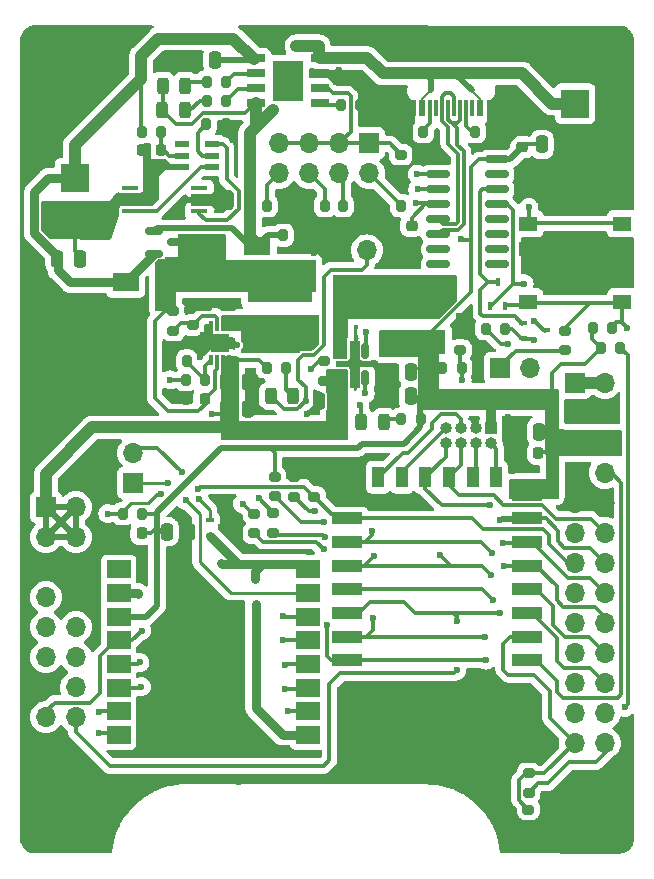
<source format=gtl>
G04 #@! TF.GenerationSoftware,KiCad,Pcbnew,(6.0.2)*
G04 #@! TF.CreationDate,2022-05-30T23:42:17+05:30*
G04 #@! TF.ProjectId,esp_lora_iot,6573705f-6c6f-4726-915f-696f742e6b69,rev?*
G04 #@! TF.SameCoordinates,Original*
G04 #@! TF.FileFunction,Copper,L1,Top*
G04 #@! TF.FilePolarity,Positive*
%FSLAX46Y46*%
G04 Gerber Fmt 4.6, Leading zero omitted, Abs format (unit mm)*
G04 Created by KiCad (PCBNEW (6.0.2)) date 2022-05-30 23:42:17*
%MOMM*%
%LPD*%
G01*
G04 APERTURE LIST*
G04 Aperture macros list*
%AMRoundRect*
0 Rectangle with rounded corners*
0 $1 Rounding radius*
0 $2 $3 $4 $5 $6 $7 $8 $9 X,Y pos of 4 corners*
0 Add a 4 corners polygon primitive as box body*
4,1,4,$2,$3,$4,$5,$6,$7,$8,$9,$2,$3,0*
0 Add four circle primitives for the rounded corners*
1,1,$1+$1,$2,$3*
1,1,$1+$1,$4,$5*
1,1,$1+$1,$6,$7*
1,1,$1+$1,$8,$9*
0 Add four rect primitives between the rounded corners*
20,1,$1+$1,$2,$3,$4,$5,0*
20,1,$1+$1,$4,$5,$6,$7,0*
20,1,$1+$1,$6,$7,$8,$9,0*
20,1,$1+$1,$8,$9,$2,$3,0*%
G04 Aperture macros list end*
G04 #@! TA.AperFunction,SMDPad,CuDef*
%ADD10RoundRect,0.225000X-0.225000X-0.250000X0.225000X-0.250000X0.225000X0.250000X-0.225000X0.250000X0*%
G04 #@! TD*
G04 #@! TA.AperFunction,SMDPad,CuDef*
%ADD11R,2.500000X1.000000*%
G04 #@! TD*
G04 #@! TA.AperFunction,SMDPad,CuDef*
%ADD12R,1.000000X1.800000*%
G04 #@! TD*
G04 #@! TA.AperFunction,SMDPad,CuDef*
%ADD13RoundRect,0.200000X0.275000X-0.200000X0.275000X0.200000X-0.275000X0.200000X-0.275000X-0.200000X0*%
G04 #@! TD*
G04 #@! TA.AperFunction,SMDPad,CuDef*
%ADD14RoundRect,0.225000X0.225000X0.250000X-0.225000X0.250000X-0.225000X-0.250000X0.225000X-0.250000X0*%
G04 #@! TD*
G04 #@! TA.AperFunction,ComponentPad*
%ADD15R,1.700000X1.700000*%
G04 #@! TD*
G04 #@! TA.AperFunction,ComponentPad*
%ADD16O,1.700000X1.700000*%
G04 #@! TD*
G04 #@! TA.AperFunction,SMDPad,CuDef*
%ADD17R,0.300000X0.850000*%
G04 #@! TD*
G04 #@! TA.AperFunction,SMDPad,CuDef*
%ADD18R,1.600000X1.500000*%
G04 #@! TD*
G04 #@! TA.AperFunction,SMDPad,CuDef*
%ADD19RoundRect,0.200000X-0.200000X-0.275000X0.200000X-0.275000X0.200000X0.275000X-0.200000X0.275000X0*%
G04 #@! TD*
G04 #@! TA.AperFunction,SMDPad,CuDef*
%ADD20RoundRect,0.200000X0.200000X0.275000X-0.200000X0.275000X-0.200000X-0.275000X0.200000X-0.275000X0*%
G04 #@! TD*
G04 #@! TA.AperFunction,SMDPad,CuDef*
%ADD21RoundRect,0.225000X0.250000X-0.225000X0.250000X0.225000X-0.250000X0.225000X-0.250000X-0.225000X0*%
G04 #@! TD*
G04 #@! TA.AperFunction,SMDPad,CuDef*
%ADD22R,2.250000X1.600000*%
G04 #@! TD*
G04 #@! TA.AperFunction,ComponentPad*
%ADD23C,6.400000*%
G04 #@! TD*
G04 #@! TA.AperFunction,SMDPad,CuDef*
%ADD24RoundRect,0.250000X0.250000X0.475000X-0.250000X0.475000X-0.250000X-0.475000X0.250000X-0.475000X0*%
G04 #@! TD*
G04 #@! TA.AperFunction,SMDPad,CuDef*
%ADD25RoundRect,0.243750X-0.243750X-0.456250X0.243750X-0.456250X0.243750X0.456250X-0.243750X0.456250X0*%
G04 #@! TD*
G04 #@! TA.AperFunction,SMDPad,CuDef*
%ADD26R,1.200000X0.600000*%
G04 #@! TD*
G04 #@! TA.AperFunction,SMDPad,CuDef*
%ADD27RoundRect,0.150000X-0.150000X0.512500X-0.150000X-0.512500X0.150000X-0.512500X0.150000X0.512500X0*%
G04 #@! TD*
G04 #@! TA.AperFunction,SMDPad,CuDef*
%ADD28RoundRect,0.200000X-0.275000X0.200000X-0.275000X-0.200000X0.275000X-0.200000X0.275000X0.200000X0*%
G04 #@! TD*
G04 #@! TA.AperFunction,SMDPad,CuDef*
%ADD29R,0.600000X1.450000*%
G04 #@! TD*
G04 #@! TA.AperFunction,SMDPad,CuDef*
%ADD30R,0.300000X1.450000*%
G04 #@! TD*
G04 #@! TA.AperFunction,ComponentPad*
%ADD31O,1.050000X2.100000*%
G04 #@! TD*
G04 #@! TA.AperFunction,SMDPad,CuDef*
%ADD32RoundRect,0.150000X-0.587500X-0.150000X0.587500X-0.150000X0.587500X0.150000X-0.587500X0.150000X0*%
G04 #@! TD*
G04 #@! TA.AperFunction,ComponentPad*
%ADD33R,1.000000X1.000000*%
G04 #@! TD*
G04 #@! TA.AperFunction,ComponentPad*
%ADD34O,1.000000X1.000000*%
G04 #@! TD*
G04 #@! TA.AperFunction,SMDPad,CuDef*
%ADD35RoundRect,0.243750X0.243750X0.456250X-0.243750X0.456250X-0.243750X-0.456250X0.243750X-0.456250X0*%
G04 #@! TD*
G04 #@! TA.AperFunction,SMDPad,CuDef*
%ADD36RoundRect,0.250000X-0.250000X-0.475000X0.250000X-0.475000X0.250000X0.475000X-0.250000X0.475000X0*%
G04 #@! TD*
G04 #@! TA.AperFunction,SMDPad,CuDef*
%ADD37R,2.000000X1.500000*%
G04 #@! TD*
G04 #@! TA.AperFunction,SMDPad,CuDef*
%ADD38RoundRect,0.150000X-0.825000X-0.150000X0.825000X-0.150000X0.825000X0.150000X-0.825000X0.150000X0*%
G04 #@! TD*
G04 #@! TA.AperFunction,SMDPad,CuDef*
%ADD39R,1.550000X1.300000*%
G04 #@! TD*
G04 #@! TA.AperFunction,SMDPad,CuDef*
%ADD40RoundRect,0.250000X-0.475000X0.250000X-0.475000X-0.250000X0.475000X-0.250000X0.475000X0.250000X0*%
G04 #@! TD*
G04 #@! TA.AperFunction,SMDPad,CuDef*
%ADD41R,1.525000X0.700000*%
G04 #@! TD*
G04 #@! TA.AperFunction,SMDPad,CuDef*
%ADD42R,2.513000X3.402000*%
G04 #@! TD*
G04 #@! TA.AperFunction,ComponentPad*
%ADD43R,2.400000X2.400000*%
G04 #@! TD*
G04 #@! TA.AperFunction,ComponentPad*
%ADD44C,2.400000*%
G04 #@! TD*
G04 #@! TA.AperFunction,SMDPad,CuDef*
%ADD45R,5.500000X2.150000*%
G04 #@! TD*
G04 #@! TA.AperFunction,SMDPad,CuDef*
%ADD46R,0.450000X0.700000*%
G04 #@! TD*
G04 #@! TA.AperFunction,SMDPad,CuDef*
%ADD47R,0.700000X0.450000*%
G04 #@! TD*
G04 #@! TA.AperFunction,SMDPad,CuDef*
%ADD48R,1.475000X0.450000*%
G04 #@! TD*
G04 #@! TA.AperFunction,ViaPad*
%ADD49C,0.600000*%
G04 #@! TD*
G04 #@! TA.AperFunction,Conductor*
%ADD50C,0.250000*%
G04 #@! TD*
G04 #@! TA.AperFunction,Conductor*
%ADD51C,0.300000*%
G04 #@! TD*
G04 #@! TA.AperFunction,Conductor*
%ADD52C,0.500000*%
G04 #@! TD*
G04 #@! TA.AperFunction,Conductor*
%ADD53C,0.750000*%
G04 #@! TD*
G04 #@! TA.AperFunction,Conductor*
%ADD54C,1.000000*%
G04 #@! TD*
G04 #@! TA.AperFunction,Conductor*
%ADD55C,0.200000*%
G04 #@! TD*
G04 APERTURE END LIST*
D10*
X60575000Y-96875000D03*
X62125000Y-96875000D03*
D11*
X89425000Y-118975000D03*
X89425000Y-116975000D03*
X89425000Y-114975000D03*
X89425000Y-112975000D03*
X89425000Y-110975000D03*
X89425000Y-108975000D03*
X89425000Y-106975000D03*
X89425000Y-104975000D03*
D12*
X86825000Y-103475000D03*
X84825000Y-103475000D03*
X82825000Y-103475000D03*
X80825000Y-103475000D03*
X78825000Y-103475000D03*
X76825000Y-103475000D03*
D11*
X74225000Y-104975000D03*
X74225000Y-106975000D03*
X74225000Y-108975000D03*
X74225000Y-110975000D03*
X74225000Y-112975000D03*
X74225000Y-114975000D03*
X74225000Y-116975000D03*
X74225000Y-118975000D03*
D13*
X59475000Y-91075000D03*
X59475000Y-89425000D03*
D14*
X56800000Y-108225000D03*
X55250000Y-108225000D03*
D15*
X93475000Y-95500000D03*
D16*
X96015000Y-95500000D03*
X93475000Y-98040000D03*
X96015000Y-98040000D03*
X93475000Y-100580000D03*
X96015000Y-100580000D03*
X93475000Y-103120000D03*
X96015000Y-103120000D03*
X93475000Y-105660000D03*
X96015000Y-105660000D03*
X93475000Y-108200000D03*
X96015000Y-108200000D03*
X93475000Y-110740000D03*
X96015000Y-110740000D03*
X93475000Y-113280000D03*
X96015000Y-113280000D03*
X93475000Y-115820000D03*
X96015000Y-115820000D03*
X93475000Y-118360000D03*
X96015000Y-118360000D03*
X93475000Y-120900000D03*
X96015000Y-120900000D03*
X93475000Y-123440000D03*
X96015000Y-123440000D03*
X93475000Y-125980000D03*
X96015000Y-125980000D03*
D17*
X64175000Y-90650000D03*
X63675000Y-90650000D03*
X63175000Y-90650000D03*
X62675000Y-90650000D03*
X62675000Y-93550000D03*
X63175000Y-93550000D03*
X63675000Y-93550000D03*
X64175000Y-93550000D03*
D18*
X63425000Y-92100000D03*
D19*
X73850000Y-80500000D03*
X75500000Y-80500000D03*
D20*
X72325000Y-80500000D03*
X70675000Y-80500000D03*
D21*
X89000000Y-75550000D03*
X89000000Y-74000000D03*
D22*
X62500000Y-83900000D03*
X66600000Y-83900000D03*
D19*
X95675000Y-92525000D03*
X97325000Y-92525000D03*
D22*
X59550000Y-87000000D03*
X55450000Y-87000000D03*
D13*
X72225000Y-95300000D03*
X72225000Y-93650000D03*
D23*
X50475000Y-68850000D03*
D24*
X73700000Y-97075000D03*
X71800000Y-97075000D03*
D25*
X75412500Y-98800000D03*
X77287500Y-98800000D03*
D26*
X62750000Y-77200000D03*
X62750000Y-76250000D03*
X62750000Y-75300000D03*
X60250000Y-75300000D03*
X60250000Y-76250000D03*
X60250000Y-77200000D03*
D20*
X63950000Y-71600000D03*
X62300000Y-71600000D03*
D27*
X75750000Y-92787500D03*
X74800000Y-92787500D03*
X73850000Y-92787500D03*
X73850000Y-95062500D03*
X75750000Y-95062500D03*
D15*
X48700000Y-106025000D03*
D16*
X51240000Y-106025000D03*
X48700000Y-108565000D03*
X51240000Y-108565000D03*
X48700000Y-111105000D03*
X51240000Y-111105000D03*
X48700000Y-113645000D03*
X51240000Y-113645000D03*
X48700000Y-116185000D03*
X51240000Y-116185000D03*
X48700000Y-118725000D03*
X51240000Y-118725000D03*
X48700000Y-121265000D03*
X51240000Y-121265000D03*
X48700000Y-123805000D03*
X51240000Y-123805000D03*
D20*
X75325000Y-72000000D03*
X73675000Y-72000000D03*
D28*
X61125000Y-90600000D03*
X61125000Y-92250000D03*
D29*
X86250000Y-72232500D03*
X85450000Y-72232500D03*
D30*
X84250000Y-72232500D03*
X83250000Y-72232500D03*
X82750000Y-72232500D03*
X81750000Y-72232500D03*
D29*
X79750000Y-72232500D03*
X80550000Y-72232500D03*
D30*
X81250000Y-72232500D03*
X82250000Y-72232500D03*
X83750000Y-72232500D03*
X84750000Y-72232500D03*
D31*
X87320000Y-71317500D03*
X78680000Y-71317500D03*
X87320000Y-67137500D03*
X78680000Y-67137500D03*
D19*
X67425000Y-80500000D03*
X69075000Y-80500000D03*
D32*
X57862500Y-82650000D03*
X57862500Y-84550000D03*
X59737500Y-83600000D03*
D33*
X86350000Y-99325000D03*
D34*
X86350000Y-100595000D03*
X85080000Y-99325000D03*
X85080000Y-100595000D03*
X83810000Y-99325000D03*
X83810000Y-100595000D03*
X82540000Y-99325000D03*
X82540000Y-100595000D03*
D35*
X60437500Y-72425000D03*
X58562500Y-72425000D03*
D24*
X79600000Y-96650000D03*
X77700000Y-96650000D03*
D13*
X83775000Y-92725000D03*
X83775000Y-91075000D03*
D20*
X60625000Y-93650000D03*
X58975000Y-93650000D03*
D15*
X87150000Y-94225000D03*
D16*
X89690000Y-94225000D03*
D36*
X63925000Y-97675000D03*
X65825000Y-97675000D03*
D21*
X79650000Y-83750000D03*
X79650000Y-82200000D03*
D19*
X94975000Y-90875000D03*
X96625000Y-90875000D03*
D23*
X50250000Y-131375000D03*
X94975000Y-131700000D03*
D37*
X54850000Y-111300000D03*
X54850000Y-113300000D03*
X54850000Y-115300000D03*
X54850000Y-117300000D03*
X54850000Y-119300000D03*
X54850000Y-121300000D03*
X54850000Y-123300000D03*
X54850000Y-125300000D03*
X70850000Y-125300000D03*
X70850000Y-123300000D03*
X70850000Y-121300000D03*
X70850000Y-119300000D03*
X70850000Y-117300000D03*
X70850000Y-115300000D03*
X70850000Y-113300000D03*
X70850000Y-111300000D03*
D19*
X60525000Y-95250000D03*
X62175000Y-95250000D03*
D24*
X90425000Y-99650000D03*
X88525000Y-99650000D03*
D15*
X76050000Y-75210000D03*
D16*
X76050000Y-77750000D03*
X73510000Y-75210000D03*
X73510000Y-77750000D03*
X70970000Y-75210000D03*
X70970000Y-77750000D03*
X68430000Y-75210000D03*
X68430000Y-77750000D03*
D36*
X49650000Y-85000000D03*
X51550000Y-85000000D03*
D38*
X81925000Y-76580000D03*
X81925000Y-77850000D03*
X81925000Y-79120000D03*
X81925000Y-80390000D03*
X81925000Y-81660000D03*
X81925000Y-82930000D03*
X81925000Y-84200000D03*
X81925000Y-85470000D03*
X86875000Y-85470000D03*
X86875000Y-84200000D03*
X86875000Y-82930000D03*
X86875000Y-81660000D03*
X86875000Y-80390000D03*
X86875000Y-79120000D03*
X86875000Y-77850000D03*
X86875000Y-76580000D03*
D20*
X87575000Y-90920000D03*
X85925000Y-90920000D03*
D19*
X68775000Y-83000000D03*
X70425000Y-83000000D03*
D13*
X69725000Y-105125000D03*
X69725000Y-103475000D03*
D24*
X63025000Y-68175000D03*
X61125000Y-68175000D03*
D39*
X97475000Y-84150000D03*
X89525000Y-84150000D03*
X97475000Y-88650000D03*
X89525000Y-88650000D03*
D14*
X90375000Y-101450000D03*
X88825000Y-101450000D03*
D28*
X68050000Y-103450000D03*
X68050000Y-105100000D03*
D36*
X90675000Y-75300000D03*
X92575000Y-75300000D03*
D28*
X89575000Y-128550000D03*
X89575000Y-130200000D03*
D20*
X63950000Y-70025000D03*
X62300000Y-70025000D03*
D40*
X64150000Y-87000000D03*
X64150000Y-88900000D03*
D19*
X82250000Y-94275000D03*
X83900000Y-94275000D03*
D13*
X66325000Y-108225000D03*
X66325000Y-106575000D03*
D41*
X71912000Y-71805000D03*
X71912000Y-70535000D03*
X71912000Y-69265000D03*
X71912000Y-67995000D03*
X66488000Y-67995000D03*
X66488000Y-69265000D03*
X66488000Y-70535000D03*
X66488000Y-71805000D03*
D42*
X69200000Y-69900000D03*
D43*
X51125000Y-78170000D03*
D44*
X51125000Y-81670000D03*
D13*
X89550000Y-133275000D03*
X89550000Y-131625000D03*
X71425000Y-105150000D03*
X71425000Y-103500000D03*
D45*
X79800000Y-88225000D03*
X79800000Y-92075000D03*
D20*
X80425000Y-98575000D03*
X78775000Y-98575000D03*
D28*
X78750000Y-76175000D03*
X78750000Y-77825000D03*
D20*
X58450000Y-74225000D03*
X56800000Y-74225000D03*
D19*
X85050000Y-74250000D03*
X86700000Y-74250000D03*
D46*
X86300000Y-89000000D03*
X87600000Y-89000000D03*
X86950000Y-87000000D03*
D35*
X60462500Y-70350000D03*
X58587500Y-70350000D03*
D43*
X93500000Y-71850000D03*
D44*
X93500000Y-68350000D03*
D47*
X89050000Y-90400000D03*
X89050000Y-91700000D03*
X91050000Y-91050000D03*
D40*
X62050000Y-87000000D03*
X62050000Y-88900000D03*
D25*
X67712500Y-96600000D03*
X69587500Y-96600000D03*
D20*
X56850000Y-106600000D03*
X55200000Y-106600000D03*
D48*
X55812000Y-79025000D03*
X55812000Y-79675000D03*
X55812000Y-80325000D03*
X55812000Y-80975000D03*
X61688000Y-80975000D03*
X61688000Y-80325000D03*
X61688000Y-79675000D03*
X61688000Y-79025000D03*
D28*
X67950000Y-106550000D03*
X67950000Y-108200000D03*
D39*
X89525000Y-77525000D03*
X97475000Y-77525000D03*
X97475000Y-82025000D03*
X89525000Y-82025000D03*
D36*
X63925000Y-95450000D03*
X65825000Y-95450000D03*
D13*
X92650000Y-92750000D03*
X92650000Y-91100000D03*
D19*
X67400000Y-94225000D03*
X69050000Y-94225000D03*
D20*
X78750000Y-80500000D03*
X77100000Y-80500000D03*
D14*
X58400000Y-75775000D03*
X56850000Y-75775000D03*
D24*
X79575000Y-94550000D03*
X77675000Y-94550000D03*
D15*
X56075000Y-103975000D03*
D16*
X56075000Y-101435000D03*
D45*
X68500000Y-87625000D03*
X68500000Y-91475000D03*
D15*
X73325000Y-84275000D03*
D16*
X75865000Y-84275000D03*
D19*
X62275000Y-73600000D03*
X63925000Y-73600000D03*
D47*
X62550000Y-107125000D03*
X62550000Y-108425000D03*
X64550000Y-107775000D03*
D20*
X80650000Y-74250000D03*
X79000000Y-74250000D03*
D36*
X58925000Y-108100000D03*
X60825000Y-108100000D03*
D49*
X77000000Y-81500000D03*
X73500000Y-69000000D03*
X61300000Y-126850000D03*
X65150000Y-124900000D03*
X62550000Y-126850000D03*
X64875000Y-92275000D03*
X75400000Y-102000000D03*
X61775000Y-93300000D03*
X87750000Y-75210000D03*
X54100000Y-108225000D03*
X65075000Y-129275000D03*
X80100000Y-76575000D03*
X63850000Y-119175000D03*
X62550000Y-129200000D03*
X79000000Y-79000000D03*
X60275000Y-129175000D03*
X70825000Y-98125000D03*
X59475000Y-124700000D03*
X59375000Y-96875000D03*
X83700000Y-89850000D03*
X59925000Y-114550000D03*
X62050000Y-114550000D03*
X79625000Y-84925000D03*
X64525000Y-114550000D03*
X73100000Y-102000000D03*
X93850000Y-75325000D03*
X74350000Y-103400000D03*
X63275000Y-80500000D03*
X76100000Y-105750000D03*
X64600000Y-116700000D03*
X64525000Y-74900000D03*
X75500000Y-81500000D03*
X65075000Y-126925000D03*
X76475000Y-93850000D03*
X62825000Y-124750000D03*
X93570000Y-86670000D03*
X63825000Y-129225000D03*
X66975000Y-95375000D03*
X64125000Y-79500000D03*
X64175000Y-80500000D03*
X88775000Y-102675000D03*
X74300000Y-102000000D03*
X87800000Y-98400000D03*
X74800000Y-95425000D03*
X69000000Y-81500000D03*
X63825000Y-126875000D03*
X60275000Y-126825000D03*
X59950000Y-92275000D03*
X59875000Y-106900000D03*
X73250000Y-70000000D03*
X72900000Y-103700000D03*
X62000000Y-91450000D03*
X74250000Y-70000000D03*
X76600000Y-97450000D03*
X87700000Y-100700000D03*
X93570000Y-79790000D03*
X89500000Y-78725000D03*
X59575000Y-68125000D03*
X63225000Y-79500000D03*
X63550000Y-107725000D03*
X74825000Y-94225000D03*
X70750000Y-81500000D03*
X64550000Y-108625000D03*
X62000000Y-116725000D03*
X71275000Y-102100000D03*
X67000000Y-97850000D03*
X61300000Y-129200000D03*
X75500000Y-103750000D03*
X71350000Y-84475000D03*
X60675000Y-89325000D03*
X87000000Y-73025000D03*
X83925000Y-95250000D03*
X75725000Y-96400000D03*
X62725000Y-98125000D03*
X59200000Y-95250000D03*
X71175000Y-94300000D03*
X75825000Y-91225000D03*
X83850000Y-83325000D03*
X80000000Y-80250000D03*
X60550000Y-105450000D03*
X59025000Y-103975000D03*
X66650000Y-73650000D03*
X67900000Y-72400000D03*
X67300000Y-73000000D03*
X71800000Y-67000000D03*
X69900000Y-67000000D03*
X70800000Y-67000000D03*
X70675000Y-97050000D03*
X75275000Y-97375000D03*
X86300000Y-105850000D03*
X86525000Y-113900000D03*
X87150000Y-115025000D03*
X83475000Y-119850000D03*
X83500000Y-115625000D03*
X71450000Y-106375000D03*
X76300000Y-108025000D03*
X86450000Y-109875000D03*
X76500000Y-110125000D03*
X72275000Y-107300000D03*
X86375000Y-111749500D03*
X90000000Y-91850000D03*
X82100000Y-110100000D03*
X60175000Y-103075000D03*
X61575000Y-104475000D03*
X72200000Y-109600000D03*
X72500000Y-116025000D03*
X85950000Y-118975000D03*
X76350000Y-115400000D03*
X72350000Y-108525000D03*
X85875000Y-116975000D03*
X87150000Y-107125000D03*
X68775000Y-115200000D03*
X68725000Y-117300000D03*
X87375000Y-109075000D03*
X68950000Y-119350000D03*
X87450000Y-111000000D03*
X97925000Y-90825000D03*
X53937500Y-106562500D03*
X58475000Y-104875000D03*
X61675000Y-105375000D03*
X56800000Y-116475000D03*
X56650000Y-119175000D03*
X56775000Y-121225000D03*
X53200000Y-123375000D03*
X68900000Y-121400000D03*
X69150000Y-123250000D03*
X53225000Y-125175000D03*
X97725000Y-122975000D03*
X89175000Y-87100000D03*
X90050000Y-90250000D03*
X87850000Y-92200000D03*
X89592376Y-80642578D03*
X66725000Y-105275000D03*
X80125000Y-77825000D03*
X80175000Y-79100000D03*
X65350000Y-105725000D03*
X56525000Y-113350000D03*
X66400000Y-112100000D03*
X63525000Y-110775000D03*
X66450000Y-114250000D03*
D50*
X71400000Y-103475000D02*
X71425000Y-103500000D01*
X69725000Y-103475000D02*
X71400000Y-103475000D01*
D51*
X77100000Y-81400000D02*
X77000000Y-81500000D01*
D52*
X65825000Y-97675000D02*
X66825000Y-97675000D01*
D51*
X75500000Y-80500000D02*
X77100000Y-80500000D01*
X71825000Y-97075000D02*
X71825000Y-97125000D01*
X70675000Y-80500000D02*
X70675000Y-81425000D01*
X89000000Y-74000000D02*
X88960000Y-74000000D01*
D52*
X71900000Y-102100000D02*
X72900000Y-103100000D01*
D50*
X71425000Y-102250000D02*
X71275000Y-102100000D01*
D52*
X86250000Y-73710000D02*
X87750000Y-75210000D01*
D51*
X79650000Y-84900000D02*
X79625000Y-84925000D01*
X63425000Y-92100000D02*
X62975000Y-92100000D01*
D52*
X78835000Y-71317500D02*
X79750000Y-72232500D01*
D51*
X62675000Y-90775000D02*
X62000000Y-91450000D01*
X75325000Y-72000000D02*
X76385000Y-72000000D01*
X89475000Y-84250000D02*
X97425000Y-84250000D01*
X79650000Y-83750000D02*
X79650000Y-84900000D01*
D50*
X60825000Y-107850000D02*
X59875000Y-106900000D01*
D51*
X93825000Y-75300000D02*
X93850000Y-75325000D01*
X63275000Y-92250000D02*
X63425000Y-92100000D01*
X81925000Y-76580000D02*
X80105000Y-76580000D01*
X73325000Y-84275000D02*
X71550000Y-84275000D01*
X78750000Y-77825000D02*
X78750000Y-78750000D01*
D50*
X83775000Y-89925000D02*
X83700000Y-89850000D01*
D51*
X88825000Y-102625000D02*
X88775000Y-102675000D01*
X78750000Y-78750000D02*
X79000000Y-79000000D01*
D52*
X71275000Y-102100000D02*
X71900000Y-102100000D01*
D51*
X61100000Y-88900000D02*
X60675000Y-89325000D01*
D52*
X48700000Y-111105000D02*
X51240000Y-111105000D01*
X66825000Y-97675000D02*
X67000000Y-97850000D01*
D50*
X89525000Y-77525000D02*
X89525000Y-78700000D01*
D51*
X92575000Y-75300000D02*
X93825000Y-75300000D01*
D53*
X74225000Y-104975000D02*
X74175000Y-104975000D01*
D51*
X58975000Y-93650000D02*
X58975000Y-93250000D01*
X64700000Y-92100000D02*
X64875000Y-92275000D01*
X93525000Y-77500000D02*
X97400000Y-77500000D01*
D50*
X71425000Y-103500000D02*
X72700000Y-103500000D01*
D52*
X65825000Y-95450000D02*
X66900000Y-95450000D01*
X51240000Y-111105000D02*
X51240000Y-113645000D01*
D51*
X77675000Y-94550000D02*
X77675000Y-96625000D01*
D52*
X71712000Y-69365000D02*
X73135000Y-69365000D01*
X73615000Y-69365000D02*
X74250000Y-70000000D01*
D50*
X89525000Y-78700000D02*
X89500000Y-78725000D01*
D52*
X71712000Y-69365000D02*
X75115000Y-69365000D01*
D51*
X89450000Y-77500000D02*
X93525000Y-77500000D01*
D52*
X72900000Y-103100000D02*
X72900000Y-103700000D01*
D51*
X70675000Y-81425000D02*
X70750000Y-81500000D01*
X62675000Y-90650000D02*
X62675000Y-90775000D01*
X55250000Y-108225000D02*
X54100000Y-108225000D01*
D52*
X48700000Y-111105000D02*
X51240000Y-113645000D01*
D51*
X63425000Y-92100000D02*
X64700000Y-92100000D01*
D50*
X60825000Y-108100000D02*
X60825000Y-107850000D01*
D53*
X74225000Y-104975000D02*
X74225000Y-103525000D01*
D51*
X79750000Y-73500000D02*
X79000000Y-74250000D01*
D52*
X86250000Y-72232500D02*
X86405000Y-72232500D01*
X86250000Y-72275000D02*
X87000000Y-73025000D01*
D51*
X93400000Y-133275000D02*
X94975000Y-131700000D01*
X89550000Y-133275000D02*
X93400000Y-133275000D01*
X77400000Y-96650000D02*
X76600000Y-97450000D01*
D53*
X74225000Y-103525000D02*
X74350000Y-103400000D01*
D52*
X70425000Y-81825000D02*
X70750000Y-81500000D01*
D51*
X62050000Y-88900000D02*
X64150000Y-88900000D01*
X77675000Y-94550000D02*
X77175000Y-94550000D01*
X61688000Y-79675000D02*
X61688000Y-80325000D01*
D52*
X78680000Y-71317500D02*
X78835000Y-71317500D01*
D51*
X79750000Y-72232500D02*
X79750000Y-73500000D01*
X62050000Y-88900000D02*
X61100000Y-88900000D01*
D52*
X75115000Y-69365000D02*
X77067500Y-71317500D01*
D53*
X78680000Y-67137500D02*
X92287500Y-67137500D01*
D51*
X62675000Y-90650000D02*
X62675000Y-91350000D01*
X77700000Y-96650000D02*
X77400000Y-96650000D01*
D50*
X72700000Y-103500000D02*
X72900000Y-103700000D01*
D51*
X77175000Y-94550000D02*
X76475000Y-93850000D01*
D52*
X74225000Y-104975000D02*
X74275000Y-104975000D01*
X86250000Y-72232500D02*
X86250000Y-72275000D01*
D51*
X61125000Y-92250000D02*
X63275000Y-92250000D01*
X80105000Y-76580000D02*
X80100000Y-76575000D01*
D50*
X88525000Y-99125000D02*
X87800000Y-98400000D01*
D52*
X86250000Y-72232500D02*
X86250000Y-73710000D01*
D51*
X60575000Y-96875000D02*
X59375000Y-96875000D01*
X88475000Y-99925000D02*
X87700000Y-100700000D01*
D52*
X74275000Y-104975000D02*
X75500000Y-103750000D01*
D51*
X62675000Y-91350000D02*
X63425000Y-92100000D01*
D52*
X66900000Y-95450000D02*
X66975000Y-95375000D01*
D51*
X69075000Y-80500000D02*
X69075000Y-81425000D01*
X93525000Y-75650000D02*
X93850000Y-75325000D01*
D52*
X71712000Y-69365000D02*
X72615000Y-69365000D01*
X64550000Y-107775000D02*
X64550000Y-108625000D01*
D51*
X76385000Y-72000000D02*
X77067500Y-71317500D01*
D52*
X77067500Y-71317500D02*
X78680000Y-71317500D01*
D51*
X58975000Y-93250000D02*
X59950000Y-92275000D01*
X77100000Y-80500000D02*
X77100000Y-81400000D01*
X63925000Y-73600000D02*
X63925000Y-74300000D01*
X59975000Y-92250000D02*
X59950000Y-92275000D01*
D52*
X60850000Y-68050000D02*
X59650000Y-68050000D01*
D51*
X93525000Y-77500000D02*
X93525000Y-75650000D01*
D52*
X73135000Y-69365000D02*
X73500000Y-69000000D01*
D51*
X61125000Y-92250000D02*
X59975000Y-92250000D01*
X88825000Y-101375000D02*
X88825000Y-102625000D01*
D53*
X74175000Y-104975000D02*
X72900000Y-103700000D01*
D51*
X69075000Y-80500000D02*
X70675000Y-80500000D01*
X62975000Y-92100000D02*
X61775000Y-93300000D01*
D53*
X92287500Y-67137500D02*
X93500000Y-68350000D01*
D50*
X83775000Y-91075000D02*
X83775000Y-89925000D01*
D52*
X74225000Y-104975000D02*
X75325000Y-104975000D01*
D51*
X75500000Y-80500000D02*
X75500000Y-81500000D01*
D52*
X86405000Y-72232500D02*
X87320000Y-71317500D01*
D51*
X71550000Y-84275000D02*
X71350000Y-84475000D01*
D52*
X59650000Y-68050000D02*
X59575000Y-68125000D01*
D51*
X88960000Y-74000000D02*
X87750000Y-75210000D01*
X62650000Y-92100000D02*
X62000000Y-91450000D01*
X71825000Y-97125000D02*
X70825000Y-98125000D01*
X88475000Y-99500000D02*
X88475000Y-99925000D01*
X69075000Y-81425000D02*
X69000000Y-81500000D01*
D50*
X71425000Y-103500000D02*
X71425000Y-102250000D01*
D51*
X63925000Y-74300000D02*
X64525000Y-74900000D01*
D52*
X75325000Y-104975000D02*
X76100000Y-105750000D01*
D50*
X88525000Y-99650000D02*
X88525000Y-99125000D01*
D52*
X64550000Y-107775000D02*
X63600000Y-107775000D01*
X70425000Y-83000000D02*
X70425000Y-81825000D01*
X63600000Y-107775000D02*
X63550000Y-107725000D01*
X71712000Y-69365000D02*
X73615000Y-69365000D01*
D51*
X63425000Y-92100000D02*
X62650000Y-92100000D01*
X77675000Y-96625000D02*
X77700000Y-96650000D01*
D52*
X72615000Y-69365000D02*
X73250000Y-70000000D01*
D51*
X83775000Y-94150000D02*
X83900000Y-94275000D01*
X75750000Y-96375000D02*
X75725000Y-96400000D01*
X75750000Y-95062500D02*
X75750000Y-96375000D01*
X83925000Y-95250000D02*
X83925000Y-94300000D01*
X83925000Y-94300000D02*
X83900000Y-94275000D01*
X83775000Y-92725000D02*
X83775000Y-94150000D01*
D50*
X60037500Y-83900000D02*
X62500000Y-83900000D01*
D51*
X58775000Y-89425000D02*
X59475000Y-89425000D01*
X62125000Y-96875000D02*
X62975000Y-96025000D01*
X62975000Y-96025000D02*
X62975000Y-94524022D01*
X57900000Y-90300000D02*
X58775000Y-89425000D01*
D50*
X62050000Y-87000000D02*
X62500000Y-86550000D01*
D51*
X63175000Y-94324022D02*
X63175000Y-93550000D01*
X57900000Y-96800000D02*
X57900000Y-90300000D01*
X62125000Y-96875000D02*
X62125000Y-97375000D01*
X59550000Y-87000000D02*
X67875000Y-87000000D01*
X59475000Y-87075000D02*
X59550000Y-87000000D01*
X62125000Y-97375000D02*
X61600000Y-97900000D01*
X62975000Y-94524022D02*
X63175000Y-94324022D01*
X59000000Y-97900000D02*
X57900000Y-96800000D01*
D50*
X62500000Y-86550000D02*
X62500000Y-83900000D01*
D51*
X59475000Y-89425000D02*
X59475000Y-87075000D01*
X67875000Y-87000000D02*
X68500000Y-87625000D01*
D50*
X59737500Y-83600000D02*
X60037500Y-83900000D01*
D51*
X61600000Y-97900000D02*
X59000000Y-97900000D01*
D52*
X48700000Y-106025000D02*
X51240000Y-108565000D01*
D54*
X48700000Y-106025000D02*
X48700000Y-103175000D01*
X52600000Y-99275000D02*
X63525000Y-99275000D01*
D52*
X48700000Y-106025000D02*
X48700000Y-108565000D01*
D54*
X63525000Y-99275000D02*
X63925000Y-98875000D01*
D52*
X48700000Y-108565000D02*
X51240000Y-108565000D01*
D51*
X66725000Y-93550000D02*
X64175000Y-93550000D01*
X63475000Y-98125000D02*
X63925000Y-97675000D01*
D52*
X51240000Y-106025000D02*
X48700000Y-106025000D01*
D51*
X62725000Y-98125000D02*
X63475000Y-98125000D01*
X72225000Y-95300000D02*
X73612500Y-95300000D01*
D52*
X51240000Y-108565000D02*
X51240000Y-106025000D01*
D54*
X48700000Y-103175000D02*
X52600000Y-99275000D01*
D51*
X73612500Y-95300000D02*
X73850000Y-95062500D01*
D54*
X63925000Y-98875000D02*
X63925000Y-97675000D01*
D51*
X67400000Y-94225000D02*
X66725000Y-93550000D01*
X60525000Y-95250000D02*
X59200000Y-95250000D01*
D52*
X48700000Y-108565000D02*
X51240000Y-106025000D01*
D51*
X60125000Y-90425000D02*
X59475000Y-91075000D01*
X63025000Y-89825000D02*
X61900000Y-89825000D01*
X63175000Y-90650000D02*
X63175000Y-89975000D01*
X60300000Y-90425000D02*
X60950000Y-90425000D01*
X60950000Y-90425000D02*
X61125000Y-90600000D01*
X60300000Y-90425000D02*
X60125000Y-90425000D01*
X63175000Y-89975000D02*
X63025000Y-89825000D01*
X61900000Y-89825000D02*
X61125000Y-90600000D01*
X71825000Y-93650000D02*
X71175000Y-94300000D01*
X75825000Y-91225000D02*
X75825000Y-92712500D01*
X72225000Y-93650000D02*
X71825000Y-93650000D01*
X75825000Y-92712500D02*
X75750000Y-92787500D01*
X75887500Y-92650000D02*
X75750000Y-92787500D01*
X60625000Y-93700000D02*
X62175000Y-95250000D01*
X62675000Y-93550000D02*
X62175000Y-94050000D01*
X60625000Y-93650000D02*
X60625000Y-93700000D01*
X62175000Y-94050000D02*
X62175000Y-95250000D01*
D52*
X86875000Y-76580000D02*
X87970000Y-76580000D01*
X58087500Y-106437500D02*
X58087500Y-107262500D01*
D50*
X86350000Y-99325000D02*
X86350000Y-97200000D01*
X85700000Y-96550000D02*
X80925000Y-96550000D01*
D51*
X79650000Y-81500000D02*
X79650000Y-82200000D01*
X80000000Y-80250000D02*
X81785000Y-80250000D01*
X89250000Y-75300000D02*
X89000000Y-75550000D01*
X68050000Y-103450000D02*
X68050000Y-101400000D01*
X84725000Y-77250000D02*
X85395000Y-76580000D01*
D50*
X80825000Y-96650000D02*
X80925000Y-96550000D01*
D51*
X56800000Y-108225000D02*
X57600000Y-108225000D01*
D52*
X67675000Y-101025000D02*
X69350000Y-101025000D01*
D51*
X68050000Y-101400000D02*
X67675000Y-101025000D01*
X90375000Y-101375000D02*
X91325000Y-101375000D01*
D52*
X80375000Y-96650000D02*
X80375000Y-99250000D01*
X75450000Y-100650000D02*
X75075000Y-101025000D01*
X58087500Y-107737500D02*
X58087500Y-114387500D01*
X80375000Y-99250000D02*
X78975000Y-100650000D01*
D50*
X80925000Y-94275000D02*
X82250000Y-94275000D01*
X80425000Y-97675000D02*
X80425000Y-97050000D01*
D51*
X92120000Y-100580000D02*
X93475000Y-100580000D01*
X79800000Y-92075000D02*
X80475000Y-92075000D01*
X80475000Y-92075000D02*
X84725000Y-87825000D01*
X95675000Y-92525000D02*
X94300000Y-93900000D01*
D50*
X80925000Y-96550000D02*
X80925000Y-94275000D01*
D52*
X54850000Y-115300000D02*
X57175000Y-115300000D01*
D51*
X84725000Y-83375000D02*
X83925000Y-83375000D01*
X94950000Y-90725000D02*
X94950000Y-91800000D01*
X58925000Y-108100000D02*
X58450000Y-108100000D01*
X94300000Y-93900000D02*
X92300000Y-93900000D01*
X84725000Y-87825000D02*
X84725000Y-83375000D01*
X84725000Y-82325000D02*
X84725000Y-77250000D01*
X94950000Y-91800000D02*
X95675000Y-92525000D01*
X90675000Y-75300000D02*
X89250000Y-75300000D01*
X90450000Y-99575000D02*
X91625000Y-99575000D01*
X58450000Y-108100000D02*
X58087500Y-107737500D01*
D52*
X67675000Y-101025000D02*
X63500000Y-101025000D01*
D50*
X79600000Y-96650000D02*
X80375000Y-96650000D01*
D51*
X84725000Y-83375000D02*
X84725000Y-82325000D01*
X91325000Y-101375000D02*
X92120000Y-100580000D01*
D52*
X87970000Y-76580000D02*
X89000000Y-75550000D01*
D51*
X80760000Y-80390000D02*
X79650000Y-81500000D01*
X57600000Y-108225000D02*
X58087500Y-107737500D01*
X91500000Y-94700000D02*
X91500000Y-99450000D01*
D52*
X70550000Y-101025000D02*
X75075000Y-101025000D01*
D51*
X80425000Y-98575000D02*
X80425000Y-97675000D01*
D52*
X58087500Y-107262500D02*
X58087500Y-107737500D01*
D50*
X80425000Y-97050000D02*
X80925000Y-96550000D01*
D51*
X83925000Y-83375000D02*
X83875000Y-83325000D01*
X81925000Y-80390000D02*
X80760000Y-80390000D01*
X91625000Y-99575000D02*
X92470000Y-99575000D01*
X81785000Y-80250000D02*
X81925000Y-80390000D01*
D52*
X69350000Y-101025000D02*
X70550000Y-101025000D01*
D51*
X92470000Y-99575000D02*
X93475000Y-100580000D01*
D50*
X80375000Y-96650000D02*
X80825000Y-96650000D01*
D51*
X57925000Y-106600000D02*
X58087500Y-106437500D01*
X92300000Y-93900000D02*
X91500000Y-94700000D01*
X85395000Y-76580000D02*
X86875000Y-76580000D01*
D52*
X78975000Y-100650000D02*
X75450000Y-100650000D01*
D50*
X79850000Y-94275000D02*
X80925000Y-94275000D01*
D51*
X56850000Y-106600000D02*
X57925000Y-106600000D01*
D50*
X79575000Y-94550000D02*
X79850000Y-94275000D01*
D51*
X91500000Y-99450000D02*
X91625000Y-99575000D01*
X80425000Y-97675000D02*
X80425000Y-97475000D01*
D52*
X57175000Y-115300000D02*
X58087500Y-114387500D01*
X63500000Y-101025000D02*
X58087500Y-106437500D01*
D51*
X79800000Y-92075000D02*
X81450000Y-92075000D01*
D50*
X86350000Y-97200000D02*
X85700000Y-96550000D01*
D51*
X56750000Y-73950000D02*
X56850000Y-74050000D01*
D53*
X55450000Y-86962500D02*
X57862500Y-84550000D01*
D54*
X56750000Y-69750000D02*
X56750000Y-67825000D01*
D52*
X63025000Y-68175000D02*
X66208000Y-68175000D01*
D53*
X47725000Y-82825000D02*
X49725000Y-84825000D01*
X49725000Y-85975000D02*
X50750000Y-87000000D01*
D54*
X64543000Y-66350000D02*
X66288000Y-68095000D01*
D53*
X51125000Y-78170000D02*
X48905000Y-78170000D01*
X48905000Y-78170000D02*
X47725000Y-79350000D01*
D51*
X56750000Y-68800000D02*
X56750000Y-73950000D01*
D54*
X51125000Y-78170000D02*
X51125000Y-75375000D01*
D53*
X47725000Y-79350000D02*
X47725000Y-82825000D01*
X49725000Y-84825000D02*
X49725000Y-85975000D01*
X55450000Y-87000000D02*
X55450000Y-86962500D01*
D54*
X51125000Y-75375000D02*
X56750000Y-69750000D01*
D53*
X50750000Y-87000000D02*
X55450000Y-87000000D01*
D54*
X58450000Y-66350000D02*
X64543000Y-66350000D01*
X58225000Y-66350000D02*
X58450000Y-66350000D01*
X56750000Y-67825000D02*
X58225000Y-66350000D01*
D51*
X56750000Y-68800000D02*
X56750000Y-67825000D01*
X51125000Y-81670000D02*
X51125000Y-84325000D01*
X51125000Y-84325000D02*
X51625000Y-84825000D01*
D50*
X61725000Y-107100000D02*
X61725000Y-106625000D01*
X64325000Y-113300000D02*
X70850000Y-113300000D01*
X61725000Y-107100000D02*
X61725000Y-110700000D01*
X61725000Y-110700000D02*
X64325000Y-113300000D01*
X61725000Y-106625000D02*
X60550000Y-105450000D01*
X59025000Y-103975000D02*
X56075000Y-103975000D01*
D51*
X58450000Y-75550000D02*
X59150000Y-76250000D01*
X59150000Y-76250000D02*
X60250000Y-76250000D01*
X58450000Y-75550000D02*
X58450000Y-74100000D01*
X62300000Y-70025000D02*
X60787500Y-70025000D01*
X60787500Y-70025000D02*
X60462500Y-70350000D01*
X58562500Y-72425000D02*
X59687500Y-73550000D01*
X58587500Y-70350000D02*
X58587500Y-72400000D01*
D52*
X66600000Y-83900000D02*
X65950000Y-83900000D01*
D51*
X59687500Y-73550000D02*
X61072862Y-73550000D01*
D55*
X80550000Y-72232500D02*
X80550000Y-71450000D01*
D52*
X83371258Y-69328742D02*
X84771258Y-70728742D01*
X80900000Y-69400000D02*
X81300000Y-69800000D01*
D54*
X77200000Y-69300000D02*
X89000000Y-69300000D01*
D51*
X80900000Y-69400000D02*
X80750000Y-69250000D01*
D54*
X66488000Y-71805000D02*
X66488000Y-73688000D01*
D52*
X71712000Y-68095000D02*
X75095000Y-68095000D01*
D54*
X65975000Y-83125000D02*
X65975000Y-74325000D01*
X89000000Y-69300000D02*
X91550000Y-71850000D01*
X71800000Y-67000000D02*
X71800000Y-67883000D01*
D51*
X65568000Y-72625000D02*
X66288000Y-71905000D01*
D52*
X75095000Y-68095000D02*
X75345000Y-68095000D01*
D55*
X80950000Y-71050000D02*
X81100000Y-70900000D01*
D54*
X66650000Y-83800000D02*
X65975000Y-83125000D01*
X71800000Y-67883000D02*
X71912000Y-67995000D01*
X71800000Y-67000000D02*
X69900000Y-67000000D01*
D55*
X80550000Y-71450000D02*
X80950000Y-71050000D01*
D51*
X61072862Y-73550000D02*
X61997862Y-72625000D01*
D54*
X91550000Y-71850000D02*
X93500000Y-71850000D01*
X66488000Y-73688000D02*
X66550000Y-73750000D01*
X66650000Y-73650000D02*
X67300000Y-73000000D01*
D52*
X68775000Y-83000000D02*
X67500000Y-83000000D01*
X67500000Y-83000000D02*
X66600000Y-83900000D01*
X65950000Y-83900000D02*
X64475000Y-82425000D01*
D51*
X58587500Y-72400000D02*
X58562500Y-72425000D01*
D54*
X65975000Y-74325000D02*
X66550000Y-73750000D01*
X67300000Y-73000000D02*
X67900000Y-72400000D01*
D52*
X81300000Y-69800000D02*
X81300000Y-70700000D01*
D54*
X96015000Y-95500000D02*
X93475000Y-95500000D01*
D55*
X80950000Y-71050000D02*
X81300000Y-70700000D01*
D52*
X64475000Y-82425000D02*
X58087500Y-82425000D01*
D54*
X75895000Y-67995000D02*
X77200000Y-69300000D01*
D55*
X85450000Y-72232500D02*
X85450000Y-71449910D01*
D51*
X61997862Y-72625000D02*
X65568000Y-72625000D01*
D55*
X85450000Y-71449910D02*
X84771258Y-70771168D01*
D52*
X58087500Y-82425000D02*
X57862500Y-82650000D01*
D54*
X71912000Y-67995000D02*
X75895000Y-67995000D01*
X66550000Y-73750000D02*
X66650000Y-73650000D01*
D55*
X84771258Y-70771168D02*
X84771258Y-70728742D01*
D51*
X61750000Y-71600000D02*
X62300000Y-71600000D01*
X60437500Y-72425000D02*
X60925000Y-72425000D01*
X60925000Y-72425000D02*
X61750000Y-71600000D01*
X70675755Y-97050755D02*
X70675000Y-97050000D01*
X72800000Y-85925000D02*
X75475000Y-85925000D01*
X70462989Y-93112011D02*
X71387011Y-93112011D01*
X69975755Y-97750755D02*
X70675755Y-97050755D01*
X70025000Y-93550000D02*
X70462989Y-93112011D01*
X72200000Y-92299022D02*
X72200000Y-86525000D01*
X71387011Y-93112011D02*
X72200000Y-92299022D01*
X68863255Y-97750755D02*
X69975755Y-97750755D01*
X70675000Y-95875000D02*
X70025000Y-95225000D01*
X75475000Y-85925000D02*
X75865000Y-85535000D01*
X75412500Y-97512500D02*
X75275000Y-97375000D01*
X75865000Y-85535000D02*
X75865000Y-84275000D01*
X70025000Y-95225000D02*
X70025000Y-93550000D01*
X75412500Y-98800000D02*
X75412500Y-97512500D01*
X70675000Y-97050000D02*
X70675000Y-95875000D01*
X67712500Y-96600000D02*
X68863255Y-97750755D01*
X72200000Y-86525000D02*
X72800000Y-85925000D01*
X77512500Y-98575000D02*
X77287500Y-98800000D01*
X78775000Y-98575000D02*
X77512500Y-98575000D01*
X69050000Y-96062500D02*
X69587500Y-96600000D01*
X69050000Y-94225000D02*
X69050000Y-96062500D01*
X55812000Y-80975000D02*
X58074022Y-80975000D01*
X61849022Y-77200000D02*
X62750000Y-77200000D01*
X58074022Y-80975000D02*
X61849022Y-77200000D01*
X62750000Y-76250000D02*
X61925000Y-76250000D01*
X61550000Y-74325000D02*
X62275000Y-73600000D01*
X61550000Y-75875000D02*
X61550000Y-74325000D01*
X61925000Y-76250000D02*
X61550000Y-75875000D01*
X63650000Y-75300000D02*
X62750000Y-75300000D01*
X65000000Y-80750000D02*
X65000000Y-79250000D01*
X61688000Y-80975000D02*
X61688000Y-81188000D01*
X61688000Y-81188000D02*
X62250000Y-81750000D01*
X64000000Y-75650000D02*
X63650000Y-75300000D01*
X65000000Y-79250000D02*
X64000000Y-78250000D01*
X62250000Y-81750000D02*
X64000000Y-81750000D01*
X64000000Y-78250000D02*
X64000000Y-75650000D01*
X64000000Y-81750000D02*
X65000000Y-80750000D01*
X73675000Y-72000000D02*
X71807000Y-72000000D01*
X76050000Y-75210000D02*
X77785000Y-75210000D01*
X73000000Y-71000000D02*
X74250000Y-71000000D01*
X74500000Y-74220000D02*
X73510000Y-75210000D01*
X68430000Y-75210000D02*
X76050000Y-75210000D01*
X77785000Y-75210000D02*
X78750000Y-76175000D01*
X74250000Y-71000000D02*
X74500000Y-71250000D01*
X72635000Y-70635000D02*
X73000000Y-71000000D01*
X74500000Y-71250000D02*
X74500000Y-74220000D01*
X71712000Y-70635000D02*
X72635000Y-70635000D01*
X64610000Y-69365000D02*
X66288000Y-69365000D01*
X63950000Y-70025000D02*
X64610000Y-69365000D01*
X64915000Y-70635000D02*
X66288000Y-70635000D01*
X63950000Y-71600000D02*
X64915000Y-70635000D01*
X82750000Y-75243200D02*
X83600000Y-76093200D01*
X82508478Y-71000000D02*
X82250000Y-71258478D01*
X82250000Y-72232500D02*
X82250000Y-73350000D01*
X83600000Y-76093200D02*
X83600000Y-81856800D01*
X82334999Y-82069999D02*
X81925000Y-81660000D01*
X83386801Y-82069999D02*
X82334999Y-82069999D01*
X82257760Y-73350000D02*
X82750000Y-73842240D01*
X83250000Y-71258478D02*
X82991522Y-71000000D01*
X83600000Y-81856800D02*
X83386801Y-82069999D01*
X82250000Y-73350000D02*
X82257760Y-73350000D01*
X82991522Y-71000000D02*
X82508478Y-71000000D01*
X83250000Y-72232500D02*
X83250000Y-71258478D01*
X82750000Y-73842240D02*
X82750000Y-75243200D01*
X82250000Y-71258478D02*
X82250000Y-72232500D01*
X82334999Y-82520001D02*
X81925000Y-82930000D01*
X83043478Y-73500000D02*
X82750000Y-73206522D01*
X84050000Y-75906800D02*
X84050000Y-82043200D01*
X84050000Y-82043200D02*
X83573199Y-82520001D01*
X83750000Y-72232500D02*
X83750000Y-73206522D01*
X83750000Y-73206522D02*
X83456522Y-73500000D01*
X82750000Y-73206522D02*
X82750000Y-72232500D01*
X83500000Y-73956522D02*
X83500000Y-75356800D01*
X83043478Y-73500000D02*
X83500000Y-73956522D01*
X83456522Y-73500000D02*
X83043478Y-73500000D01*
X83500000Y-75356800D02*
X84050000Y-75906800D01*
X83573199Y-82520001D02*
X82334999Y-82520001D01*
X84250000Y-72232500D02*
X84250000Y-73750000D01*
X84750000Y-74250000D02*
X85050000Y-74250000D01*
X84250000Y-73750000D02*
X84750000Y-74250000D01*
X80650000Y-74100000D02*
X81250000Y-73500000D01*
X81250000Y-73500000D02*
X81250000Y-72232500D01*
X87150000Y-94100000D02*
X87150000Y-94225000D01*
X88475000Y-92775000D02*
X87150000Y-94100000D01*
X92425000Y-92775000D02*
X88475000Y-92775000D01*
X91625000Y-116000000D02*
X92650000Y-117025000D01*
X91625000Y-114425000D02*
X91625000Y-116000000D01*
X94680000Y-117025000D02*
X96015000Y-118360000D01*
X92650000Y-117025000D02*
X94680000Y-117025000D01*
X89425000Y-112975000D02*
X90175000Y-112975000D01*
X90175000Y-112975000D02*
X91625000Y-114425000D01*
X85080000Y-103220000D02*
X84825000Y-103475000D01*
X85080000Y-100595000D02*
X85080000Y-103220000D01*
X94815489Y-107000489D02*
X91899511Y-107000489D01*
X82825000Y-104175000D02*
X83650000Y-105000000D01*
X96015000Y-108200000D02*
X94815489Y-107000489D01*
X90724022Y-105825000D02*
X88475000Y-105825000D01*
X83810000Y-102490000D02*
X82825000Y-103475000D01*
X88475000Y-105825000D02*
X87425000Y-105825000D01*
X91899511Y-107000489D02*
X90724022Y-105825000D01*
X82825000Y-103475000D02*
X82825000Y-104175000D01*
X83810000Y-100595000D02*
X83810000Y-102490000D01*
X83650000Y-105000000D02*
X86600000Y-105000000D01*
X86600000Y-105000000D02*
X87425000Y-105825000D01*
X86300000Y-105850000D02*
X82200000Y-105850000D01*
X80825000Y-104475000D02*
X80825000Y-103475000D01*
X82540000Y-100595000D02*
X82540000Y-101760000D01*
X82540000Y-101760000D02*
X80825000Y-103475000D01*
X82200000Y-105850000D02*
X80825000Y-104475000D01*
X78825000Y-103040000D02*
X82540000Y-99325000D01*
X78825000Y-103475000D02*
X78825000Y-103040000D01*
X81400000Y-99375000D02*
X79362500Y-101412500D01*
X83810000Y-99325000D02*
X83810000Y-98535000D01*
X79362500Y-101412500D02*
X78887500Y-101412500D01*
X76825000Y-103475000D02*
X78887500Y-101412500D01*
X81400000Y-98900000D02*
X81400000Y-99375000D01*
X82125000Y-98175000D02*
X81400000Y-98900000D01*
X83450000Y-98175000D02*
X82125000Y-98175000D01*
X83810000Y-98535000D02*
X83450000Y-98175000D01*
X86825000Y-101070000D02*
X86350000Y-100595000D01*
X86825000Y-103475000D02*
X86825000Y-101070000D01*
X74225000Y-112975000D02*
X85600000Y-112975000D01*
X85600000Y-112975000D02*
X86525000Y-113900000D01*
X75200000Y-114975000D02*
X76100000Y-114075000D01*
X54090000Y-127950000D02*
X51240000Y-125100000D01*
X72700000Y-127450000D02*
X72200000Y-127950000D01*
X74225000Y-114975000D02*
X75200000Y-114975000D01*
X83225000Y-120100000D02*
X73625000Y-120100000D01*
X83200000Y-114975000D02*
X87100000Y-114975000D01*
X72200000Y-127950000D02*
X54090000Y-127950000D01*
X83500000Y-115275000D02*
X83200000Y-114975000D01*
X79925000Y-114975000D02*
X83200000Y-114975000D01*
X76100000Y-114075000D02*
X79025000Y-114075000D01*
X87100000Y-114975000D02*
X87150000Y-115025000D01*
X72700000Y-121025000D02*
X72700000Y-127450000D01*
X83475000Y-119850000D02*
X83225000Y-120100000D01*
X51240000Y-125100000D02*
X51240000Y-123805000D01*
X73625000Y-120100000D02*
X72700000Y-121025000D01*
X83500000Y-115625000D02*
X83500000Y-115275000D01*
X79025000Y-114075000D02*
X79925000Y-114975000D01*
X70975000Y-106375000D02*
X71450000Y-106375000D01*
X76300000Y-108375000D02*
X75700000Y-108975000D01*
X69725000Y-105125000D02*
X70975000Y-106375000D01*
X75700000Y-108975000D02*
X85550000Y-108975000D01*
X76300000Y-108025000D02*
X76300000Y-108375000D01*
X74225000Y-108975000D02*
X75700000Y-108975000D01*
X85550000Y-108975000D02*
X86450000Y-109875000D01*
X83325000Y-110975000D02*
X85600500Y-110975000D01*
X74225000Y-110975000D02*
X75650000Y-110975000D01*
X68050000Y-105100000D02*
X70250000Y-107300000D01*
X85600500Y-110975000D02*
X86375000Y-111749500D01*
X70250000Y-107300000D02*
X72275000Y-107300000D01*
X76500000Y-110125000D02*
X75650000Y-110975000D01*
X88978000Y-91775000D02*
X89925000Y-91775000D01*
X87625000Y-90920000D02*
X88123000Y-90920000D01*
X75650000Y-110975000D02*
X83325000Y-110975000D01*
X82975000Y-110975000D02*
X83325000Y-110975000D01*
X82100000Y-110100000D02*
X82975000Y-110975000D01*
X88123000Y-90920000D02*
X88978000Y-91775000D01*
X89925000Y-91775000D02*
X90000000Y-91850000D01*
X91300000Y-109175000D02*
X92865000Y-110740000D01*
X71425000Y-105150000D02*
X70550000Y-104275000D01*
X61775000Y-104275000D02*
X61575000Y-104475000D01*
X73250000Y-106975000D02*
X74225000Y-106975000D01*
X90773533Y-107874511D02*
X91300000Y-108400978D01*
X56425000Y-101035000D02*
X58135000Y-101035000D01*
X85699511Y-107874511D02*
X90773533Y-107874511D01*
X91300000Y-108400978D02*
X91300000Y-109175000D01*
X92865000Y-110740000D02*
X93475000Y-110740000D01*
X74225000Y-106975000D02*
X84800000Y-106975000D01*
X71425000Y-105150000D02*
X73250000Y-106975000D01*
X84800000Y-106975000D02*
X85699511Y-107874511D01*
X70550000Y-104275000D02*
X61775000Y-104275000D01*
X58135000Y-101035000D02*
X60175000Y-103075000D01*
X71549520Y-108949520D02*
X72200000Y-109600000D01*
X67049520Y-108949520D02*
X71549520Y-108949520D01*
X74225000Y-118975000D02*
X85950000Y-118975000D01*
X72500000Y-118625000D02*
X72850000Y-118975000D01*
X72850000Y-118975000D02*
X74225000Y-118975000D01*
X66325000Y-108225000D02*
X67049520Y-108949520D01*
X72500000Y-116025000D02*
X72500000Y-118625000D01*
X76350000Y-115400000D02*
X76350000Y-116400000D01*
X74225000Y-116975000D02*
X75775000Y-116975000D01*
X76350000Y-116400000D02*
X75775000Y-116975000D01*
X72175000Y-108350000D02*
X72350000Y-108525000D01*
X75775000Y-116975000D02*
X85875000Y-116975000D01*
X67950000Y-108350000D02*
X72175000Y-108350000D01*
X89425000Y-106975000D02*
X87300000Y-106975000D01*
X87300000Y-106975000D02*
X87150000Y-107125000D01*
X96015000Y-110740000D02*
X94725000Y-109450000D01*
X94725000Y-109450000D02*
X92550000Y-109450000D01*
X92025000Y-108925000D02*
X92025000Y-108000000D01*
X68875000Y-115300000D02*
X68775000Y-115200000D01*
X92550000Y-109450000D02*
X92025000Y-108925000D01*
X92025000Y-108000000D02*
X91000000Y-106975000D01*
X91000000Y-106975000D02*
X89425000Y-106975000D01*
X89275000Y-107125000D02*
X89425000Y-106975000D01*
X70850000Y-115300000D02*
X68875000Y-115300000D01*
X87150000Y-107125000D02*
X89275000Y-107125000D01*
X70850000Y-117300000D02*
X68725000Y-117300000D01*
X94760000Y-112025000D02*
X96015000Y-113280000D01*
X89425000Y-108975000D02*
X89874022Y-108975000D01*
X89325000Y-109075000D02*
X89425000Y-108975000D01*
X89874022Y-108975000D02*
X92924022Y-112025000D01*
X87375000Y-109075000D02*
X89325000Y-109075000D01*
X92924022Y-112025000D02*
X94760000Y-112025000D01*
X95200000Y-114500000D02*
X96015000Y-115315000D01*
X92500000Y-114500000D02*
X95200000Y-114500000D01*
X69000000Y-119300000D02*
X68950000Y-119350000D01*
X89425000Y-110975000D02*
X90175000Y-110975000D01*
X90175000Y-110975000D02*
X91925000Y-112725000D01*
X89400000Y-111000000D02*
X89425000Y-110975000D01*
X96015000Y-115315000D02*
X96015000Y-115820000D01*
X91925000Y-112725000D02*
X91925000Y-113925000D01*
X87450000Y-111000000D02*
X89400000Y-111000000D01*
X91925000Y-113925000D02*
X92500000Y-114500000D01*
X70850000Y-119300000D02*
X69000000Y-119300000D01*
X90225000Y-118975000D02*
X91975000Y-120725000D01*
X92450000Y-122150000D02*
X97100000Y-122150000D01*
X92425000Y-91125000D02*
X94800000Y-88750000D01*
X96950000Y-90375000D02*
X97475000Y-90375000D01*
X97425000Y-103950000D02*
X96595000Y-103120000D01*
X89303000Y-88922000D02*
X89475000Y-88750000D01*
X97100000Y-122150000D02*
X97425000Y-121825000D01*
X89425000Y-118975000D02*
X90225000Y-118975000D01*
X97425000Y-121825000D02*
X97425000Y-103950000D01*
X97425000Y-88750000D02*
X89475000Y-88750000D01*
X97475000Y-90375000D02*
X97925000Y-90825000D01*
X87625000Y-88922000D02*
X89303000Y-88922000D01*
X94800000Y-88750000D02*
X97475000Y-88750000D01*
X96595000Y-103120000D02*
X96015000Y-103120000D01*
X91975000Y-121675000D02*
X92450000Y-122150000D01*
X96600000Y-90725000D02*
X96950000Y-90375000D01*
X97475000Y-88750000D02*
X97475000Y-90375000D01*
X91975000Y-120725000D02*
X91975000Y-121675000D01*
X49425000Y-122575000D02*
X48700000Y-123300000D01*
X54600000Y-117300000D02*
X54850000Y-117300000D01*
D50*
X58475000Y-104875000D02*
X58075000Y-104875000D01*
X55900000Y-105650000D02*
X55200000Y-106350000D01*
D51*
X55200000Y-106600000D02*
X53975000Y-106600000D01*
X52700000Y-122325000D02*
X53250000Y-121775000D01*
X52700000Y-122325000D02*
X52450000Y-122575000D01*
X53250000Y-118650000D02*
X54600000Y-117300000D01*
D50*
X58075000Y-104875000D02*
X57300000Y-105650000D01*
D51*
X52450000Y-122575000D02*
X49425000Y-122575000D01*
D50*
X62550000Y-106250000D02*
X61675000Y-105375000D01*
D51*
X54850000Y-117300000D02*
X55975000Y-117300000D01*
D50*
X57300000Y-105650000D02*
X55900000Y-105650000D01*
X62550000Y-107125000D02*
X62550000Y-106250000D01*
X55200000Y-106350000D02*
X55200000Y-106600000D01*
D51*
X53250000Y-121775000D02*
X53250000Y-118650000D01*
X48700000Y-123300000D02*
X48700000Y-123805000D01*
X55975000Y-117300000D02*
X56800000Y-116475000D01*
X56525000Y-119300000D02*
X56650000Y-119175000D01*
X54850000Y-119300000D02*
X56525000Y-119300000D01*
X54850000Y-121300000D02*
X56700000Y-121300000D01*
X56700000Y-121300000D02*
X56775000Y-121225000D01*
X53275000Y-123300000D02*
X53200000Y-123375000D01*
X54850000Y-123300000D02*
X53275000Y-123300000D01*
X70750000Y-121400000D02*
X70850000Y-121300000D01*
X68900000Y-121400000D02*
X70750000Y-121400000D01*
X69150000Y-123250000D02*
X70800000Y-123250000D01*
X70800000Y-123250000D02*
X70850000Y-123300000D01*
X53225000Y-125175000D02*
X54725000Y-125175000D01*
X54725000Y-125175000D02*
X54850000Y-125300000D01*
X89874022Y-114975000D02*
X91975000Y-117075978D01*
X97975000Y-93175000D02*
X97975000Y-122725000D01*
X89425000Y-114975000D02*
X89874022Y-114975000D01*
X97975000Y-122725000D02*
X97725000Y-122975000D01*
X92575000Y-119625000D02*
X94740000Y-119625000D01*
X91975000Y-119025000D02*
X92575000Y-119625000D01*
X97325000Y-92525000D02*
X97975000Y-93175000D01*
X94740000Y-119625000D02*
X96015000Y-120900000D01*
X91975000Y-117075978D02*
X91975000Y-119025000D01*
X87400000Y-119775000D02*
X87850000Y-120225000D01*
X91375000Y-123880000D02*
X93475000Y-125980000D01*
X90905000Y-128550000D02*
X93475000Y-125980000D01*
X91375000Y-121575000D02*
X91375000Y-123880000D01*
X89425000Y-116975000D02*
X88025000Y-116975000D01*
X89550000Y-131625000D02*
X88750480Y-130825480D01*
X89575000Y-128550000D02*
X90905000Y-128550000D01*
X88750480Y-129150480D02*
X89350960Y-128550000D01*
X88750480Y-130825480D02*
X88750480Y-129150480D01*
X89350960Y-128550000D02*
X89575000Y-128550000D01*
X91350000Y-121575000D02*
X91375000Y-121575000D01*
X87850000Y-120225000D02*
X90000000Y-120225000D01*
X87400000Y-117600000D02*
X87400000Y-119775000D01*
X88025000Y-116975000D02*
X87400000Y-117600000D01*
X90000000Y-120225000D02*
X91350000Y-121575000D01*
X91225000Y-129400000D02*
X93000000Y-127625000D01*
X93000000Y-127625000D02*
X95250000Y-127625000D01*
X90375000Y-129400000D02*
X91225000Y-129400000D01*
X89575000Y-130200000D02*
X90375000Y-129400000D01*
X96015000Y-126860000D02*
X96015000Y-125980000D01*
X95250000Y-127625000D02*
X96015000Y-126860000D01*
X88376500Y-89873500D02*
X85673500Y-89873500D01*
X85450000Y-86300000D02*
X85450000Y-79300000D01*
X85475000Y-87631000D02*
X86128000Y-86978000D01*
X85673500Y-89873500D02*
X85475000Y-89675000D01*
X85450000Y-79300000D02*
X85630000Y-79120000D01*
X85630000Y-79120000D02*
X86875000Y-79120000D01*
X85475000Y-89675000D02*
X85475000Y-87631000D01*
X88978000Y-90475000D02*
X88376500Y-89873500D01*
X86975000Y-86978000D02*
X86128000Y-86978000D01*
X86128000Y-86978000D02*
X85450000Y-86300000D01*
X87765000Y-80390000D02*
X88275000Y-80900000D01*
X89175000Y-87100000D02*
X88300000Y-87100000D01*
X86478000Y-88922000D02*
X88275000Y-87125000D01*
X88300000Y-87100000D02*
X88275000Y-87125000D01*
X88275000Y-87125000D02*
X88275000Y-80900000D01*
X86325000Y-88922000D02*
X86478000Y-88922000D01*
X90922000Y-91122000D02*
X90050000Y-90250000D01*
X86875000Y-80390000D02*
X87765000Y-80390000D01*
X76050000Y-77750000D02*
X78750000Y-80450000D01*
X78750000Y-80450000D02*
X78750000Y-80500000D01*
X73850000Y-80500000D02*
X73850000Y-78090000D01*
X73850000Y-78090000D02*
X73510000Y-77750000D01*
X72325000Y-80500000D02*
X72325000Y-79105000D01*
X72325000Y-79105000D02*
X70970000Y-77750000D01*
X67425000Y-80500000D02*
X67425000Y-78755000D01*
X67425000Y-78755000D02*
X68430000Y-77750000D01*
X89592376Y-81957624D02*
X89525000Y-82025000D01*
X85975000Y-90920000D02*
X87255000Y-92200000D01*
X89592376Y-80642578D02*
X89592376Y-81957624D01*
X97400000Y-82000000D02*
X89450000Y-82000000D01*
X87255000Y-92200000D02*
X87850000Y-92200000D01*
X80150000Y-77850000D02*
X80125000Y-77825000D01*
X67950000Y-106500000D02*
X66725000Y-105275000D01*
X81925000Y-77850000D02*
X80150000Y-77850000D01*
X67950000Y-106550000D02*
X67950000Y-106500000D01*
X81925000Y-79120000D02*
X80195000Y-79120000D01*
X66325000Y-106575000D02*
X66200000Y-106575000D01*
X66200000Y-106575000D02*
X65350000Y-105725000D01*
X80195000Y-79120000D02*
X80175000Y-79100000D01*
D52*
X65250000Y-110825000D02*
X63575000Y-110825000D01*
D53*
X66450000Y-123025000D02*
X68725000Y-125300000D01*
X69000000Y-110825000D02*
X70375000Y-110825000D01*
X66450000Y-114250000D02*
X66450000Y-123025000D01*
X68725000Y-125300000D02*
X70850000Y-125300000D01*
D52*
X65250000Y-110825000D02*
X67025000Y-110825000D01*
D53*
X65250000Y-110825000D02*
X64950000Y-110825000D01*
X66400000Y-111450000D02*
X67025000Y-110825000D01*
X70375000Y-110825000D02*
X70850000Y-111300000D01*
X63525000Y-110775000D02*
X63575000Y-110825000D01*
X66400000Y-112100000D02*
X66400000Y-111450000D01*
D52*
X67025000Y-110825000D02*
X69000000Y-110825000D01*
D53*
X54850000Y-113300000D02*
X56475000Y-113300000D01*
X64950000Y-110825000D02*
X62550000Y-108425000D01*
X63575000Y-110825000D02*
X69000000Y-110825000D01*
X56475000Y-113300000D02*
X56525000Y-113350000D01*
G04 #@! TA.AperFunction,Conductor*
G36*
X57512830Y-75197504D02*
G01*
X57561430Y-75249259D01*
X57575000Y-75306140D01*
X57575000Y-76575000D01*
X58840538Y-76575000D01*
X58908659Y-76595002D01*
X58937800Y-76620900D01*
X59250000Y-77000000D01*
X60624000Y-77000000D01*
X60692121Y-77020002D01*
X60738614Y-77073658D01*
X60750000Y-77126000D01*
X60750000Y-77374000D01*
X60729998Y-77442121D01*
X60676342Y-77488614D01*
X60624000Y-77500000D01*
X58750000Y-77500000D01*
X58250000Y-78000000D01*
X58250000Y-79947810D01*
X58229998Y-80015931D01*
X58213095Y-80036905D01*
X57786905Y-80463095D01*
X57724593Y-80497121D01*
X57697810Y-80500000D01*
X55250000Y-80500000D01*
X55246446Y-80509288D01*
X55191818Y-80544396D01*
X55156319Y-80549500D01*
X55054752Y-80549500D01*
X55048684Y-80550707D01*
X55008439Y-80558712D01*
X55008438Y-80558712D01*
X54996269Y-80561133D01*
X54929948Y-80605448D01*
X54885633Y-80671769D01*
X54874000Y-80730252D01*
X54874000Y-81219748D01*
X54875207Y-81225816D01*
X54883146Y-81265726D01*
X54885633Y-81278231D01*
X54892526Y-81288547D01*
X54897277Y-81300017D01*
X54895905Y-81300585D01*
X54913005Y-81355203D01*
X54904705Y-81402475D01*
X54181117Y-83293672D01*
X54138093Y-83350147D01*
X54071367Y-83374396D01*
X54062935Y-83374645D01*
X49120025Y-83354469D01*
X49051988Y-83334190D01*
X49031446Y-83317566D01*
X48337405Y-82623525D01*
X48303379Y-82561213D01*
X48300500Y-82534430D01*
X48300500Y-80226000D01*
X48320502Y-80157879D01*
X48374158Y-80111386D01*
X48426500Y-80100000D01*
X54150000Y-80100000D01*
X54662185Y-79424847D01*
X54719292Y-79382665D01*
X54762568Y-79375000D01*
X54862464Y-79375000D01*
X54932467Y-79396235D01*
X54996269Y-79438867D01*
X55008438Y-79441288D01*
X55008439Y-79441288D01*
X55043345Y-79448231D01*
X55054752Y-79450500D01*
X56569248Y-79450500D01*
X56580655Y-79448231D01*
X56615561Y-79441288D01*
X56615562Y-79441288D01*
X56627731Y-79438867D01*
X56691533Y-79396235D01*
X56761536Y-79375000D01*
X56925000Y-79375000D01*
X56949279Y-75320334D01*
X56969689Y-75252335D01*
X57023622Y-75206164D01*
X57070239Y-75195190D01*
X57443966Y-75180241D01*
X57512830Y-75197504D01*
G37*
G04 #@! TD.AperFunction*
G04 #@! TA.AperFunction,Conductor*
G36*
X83442121Y-86370002D02*
G01*
X83488614Y-86423658D01*
X83500000Y-86476000D01*
X83500000Y-88502128D01*
X83479998Y-88570249D01*
X83463095Y-88591223D01*
X81970599Y-90083719D01*
X81908287Y-90117745D01*
X81881163Y-90120624D01*
X74626980Y-90101019D01*
X74250000Y-90100000D01*
X74249901Y-90113392D01*
X74225926Y-93349933D01*
X74205419Y-93417904D01*
X74151421Y-93463998D01*
X74099929Y-93475000D01*
X73101000Y-93475000D01*
X73032879Y-93454998D01*
X72986386Y-93401342D01*
X72975000Y-93349000D01*
X72975000Y-86476000D01*
X72995002Y-86407879D01*
X73048658Y-86361386D01*
X73101000Y-86350000D01*
X83374000Y-86350000D01*
X83442121Y-86370002D01*
G37*
G04 #@! TD.AperFunction*
G04 #@! TA.AperFunction,Conductor*
G36*
X81892074Y-91020002D02*
G01*
X81938567Y-91073658D01*
X81949953Y-91126047D01*
X81948146Y-96022355D01*
X90772774Y-96000619D01*
X91971903Y-95997666D01*
X92040072Y-96017501D01*
X92086697Y-96071042D01*
X92098213Y-96123599D01*
X92099120Y-97823937D01*
X92100000Y-99475000D01*
X97316276Y-99478515D01*
X97384381Y-99498563D01*
X97430838Y-99552250D01*
X97442188Y-99604043D01*
X97449529Y-101573530D01*
X97429781Y-101641725D01*
X97376299Y-101688418D01*
X97323530Y-101700000D01*
X92100000Y-101700000D01*
X92100000Y-105223248D01*
X92079998Y-105291369D01*
X92026342Y-105337862D01*
X91973252Y-105349246D01*
X88025248Y-105325746D01*
X87957250Y-105305339D01*
X87911077Y-105251407D01*
X87900000Y-105199748D01*
X87900000Y-103800721D01*
X87920002Y-103732600D01*
X87973658Y-103686107D01*
X88025720Y-103674721D01*
X88872346Y-103672841D01*
X90997867Y-103668123D01*
X90980115Y-99478600D01*
X90972944Y-97786238D01*
X90972944Y-97786237D01*
X90972867Y-97768123D01*
X90959403Y-97768145D01*
X90959401Y-97768145D01*
X87231315Y-97774326D01*
X86825000Y-97775000D01*
X86825000Y-99599000D01*
X86804998Y-99667121D01*
X86751342Y-99713614D01*
X86699000Y-99725000D01*
X86051000Y-99725000D01*
X85982879Y-99704998D01*
X85936386Y-99651342D01*
X85925000Y-99599000D01*
X85925000Y-97825000D01*
X83517174Y-97825000D01*
X83511390Y-97824750D01*
X83511386Y-97824852D01*
X83508659Y-97824734D01*
X83505956Y-97824500D01*
X83503244Y-97824500D01*
X83501055Y-97824405D01*
X83500520Y-97824245D01*
X83500521Y-97824218D01*
X83500403Y-97824211D01*
X83494536Y-97822456D01*
X83444981Y-97824403D01*
X83440034Y-97824500D01*
X82175824Y-97824500D01*
X82156725Y-97822467D01*
X82151917Y-97822240D01*
X82141739Y-97820049D01*
X82112523Y-97823507D01*
X82111509Y-97823627D01*
X82106254Y-97823937D01*
X82106265Y-97824072D01*
X82101087Y-97824500D01*
X82095885Y-97824500D01*
X82093884Y-97824833D01*
X82089836Y-97825000D01*
X80326000Y-97825000D01*
X80257879Y-97804998D01*
X80211386Y-97751342D01*
X80200000Y-97699000D01*
X80200000Y-93350000D01*
X77051000Y-93350000D01*
X76982879Y-93329998D01*
X76936386Y-93276342D01*
X76925000Y-93224000D01*
X76925000Y-91126000D01*
X76945002Y-91057879D01*
X76998658Y-91011386D01*
X77051000Y-91000000D01*
X81823953Y-91000000D01*
X81892074Y-91020002D01*
G37*
G04 #@! TD.AperFunction*
G04 #@! TA.AperFunction,Conductor*
G36*
X71791305Y-89745325D02*
G01*
X71837957Y-89798842D01*
X71849500Y-89851525D01*
X71849500Y-92101650D01*
X71829498Y-92169771D01*
X71812595Y-92190745D01*
X71278734Y-92724606D01*
X71216422Y-92758632D01*
X71189639Y-92761511D01*
X70513813Y-92761511D01*
X70494714Y-92759478D01*
X70489906Y-92759251D01*
X70479728Y-92757060D01*
X70449498Y-92760638D01*
X70444243Y-92760948D01*
X70444254Y-92761083D01*
X70439075Y-92761511D01*
X70433874Y-92761511D01*
X70428746Y-92762365D01*
X70428740Y-92762365D01*
X70416516Y-92764400D01*
X70410640Y-92765237D01*
X70374190Y-92769551D01*
X70374188Y-92769551D01*
X70363851Y-92770775D01*
X70356231Y-92774434D01*
X70347886Y-92775823D01*
X70306409Y-92798203D01*
X70301124Y-92800895D01*
X70258663Y-92821285D01*
X70254715Y-92824603D01*
X70252782Y-92826536D01*
X70251185Y-92828001D01*
X70250695Y-92828265D01*
X70250676Y-92828245D01*
X70250587Y-92828324D01*
X70245195Y-92831233D01*
X70238125Y-92838881D01*
X70238124Y-92838882D01*
X70211534Y-92867647D01*
X70208105Y-92871213D01*
X70134303Y-92945015D01*
X70071991Y-92979041D01*
X70045678Y-92981919D01*
X65326470Y-92999528D01*
X65258275Y-92979780D01*
X65211582Y-92926299D01*
X65200000Y-92873529D01*
X65200000Y-92710380D01*
X65220002Y-92642259D01*
X65232581Y-92625830D01*
X65272683Y-92581526D01*
X65288172Y-92564414D01*
X65288173Y-92564413D01*
X65294200Y-92557754D01*
X65301735Y-92542203D01*
X65352795Y-92436814D01*
X65352795Y-92436813D01*
X65356710Y-92428733D01*
X65380496Y-92287354D01*
X65380647Y-92275000D01*
X65365577Y-92169771D01*
X65361596Y-92141968D01*
X65361595Y-92141965D01*
X65360323Y-92133082D01*
X65300984Y-92002572D01*
X65230547Y-91920826D01*
X65201233Y-91856163D01*
X65200000Y-91838578D01*
X65200000Y-91150000D01*
X64249826Y-91150000D01*
X64246422Y-91149833D01*
X64244748Y-91149500D01*
X63651500Y-91149500D01*
X63583379Y-91129498D01*
X63536886Y-91075842D01*
X63525500Y-91023500D01*
X63525500Y-90025824D01*
X63527533Y-90006725D01*
X63527760Y-90001917D01*
X63529951Y-89991739D01*
X63526373Y-89961509D01*
X63526063Y-89956254D01*
X63525928Y-89956265D01*
X63525500Y-89951087D01*
X63525500Y-89945885D01*
X63522609Y-89928515D01*
X63521773Y-89922643D01*
X63517955Y-89890382D01*
X63529813Y-89820383D01*
X63577632Y-89767906D01*
X63642706Y-89749575D01*
X71723126Y-89725526D01*
X71791305Y-89745325D01*
G37*
G04 #@! TD.AperFunction*
G04 #@! TA.AperFunction,Conductor*
G36*
X75298164Y-92094309D02*
G01*
X75275920Y-92139817D01*
X75259464Y-92173482D01*
X75249500Y-92241782D01*
X75249500Y-93333218D01*
X75250170Y-93337768D01*
X75250170Y-93337771D01*
X75258216Y-93392426D01*
X75259642Y-93402112D01*
X75263958Y-93410902D01*
X75277485Y-93438455D01*
X75275000Y-93600000D01*
X75417954Y-93601173D01*
X75498482Y-93640536D01*
X75528973Y-93644984D01*
X75562256Y-93649840D01*
X75562260Y-93649840D01*
X75566782Y-93650500D01*
X75933218Y-93650500D01*
X75937768Y-93649830D01*
X75937771Y-93649830D01*
X75992426Y-93641784D01*
X75992427Y-93641784D01*
X76002112Y-93640358D01*
X76051494Y-93616113D01*
X76071007Y-93606533D01*
X76769892Y-93612268D01*
X76744892Y-94162268D01*
X75275000Y-94150000D01*
X75275000Y-94416699D01*
X75259464Y-94448482D01*
X75249500Y-94516782D01*
X75249500Y-95608218D01*
X75259642Y-95677112D01*
X75263958Y-95685902D01*
X75275000Y-95708392D01*
X75275000Y-95950000D01*
X74444171Y-95950000D01*
X74437438Y-94449544D01*
X74432772Y-94407483D01*
X74421384Y-94355701D01*
X74419057Y-94346228D01*
X74377194Y-94267678D01*
X74330698Y-94214025D01*
X74313577Y-94196553D01*
X74305714Y-94192155D01*
X74305711Y-94192153D01*
X74300000Y-94188959D01*
X74300000Y-94150000D01*
X74225318Y-94150000D01*
X74167772Y-94133106D01*
X74154078Y-94131138D01*
X74115878Y-94125647D01*
X74115875Y-94125647D01*
X74111424Y-94125007D01*
X74106926Y-94125007D01*
X73308990Y-94125048D01*
X73275000Y-94125050D01*
X73275000Y-93675000D01*
X74099929Y-93675000D01*
X74103218Y-93674653D01*
X74103228Y-93674652D01*
X74122771Y-93672587D01*
X74141719Y-93670585D01*
X74144958Y-93669893D01*
X74144964Y-93669892D01*
X74192510Y-93659733D01*
X74192527Y-93659729D01*
X74193211Y-93659583D01*
X74194388Y-93659302D01*
X74194798Y-93659205D01*
X74194801Y-93659204D01*
X74202411Y-93657389D01*
X74281270Y-93616113D01*
X74286651Y-93611520D01*
X74286655Y-93611517D01*
X74300147Y-93600000D01*
X74350000Y-93600000D01*
X74350000Y-93555798D01*
X74352867Y-93553030D01*
X74359202Y-93541899D01*
X74393392Y-93481827D01*
X74393393Y-93481824D01*
X74396894Y-93475673D01*
X74417401Y-93407702D01*
X74419714Y-93392426D01*
X74425247Y-93355867D01*
X74425921Y-93351414D01*
X74434141Y-92241782D01*
X74435949Y-91997738D01*
X75300000Y-91975000D01*
X75298164Y-92094309D01*
G37*
G04 #@! TD.AperFunction*
G04 #@! TA.AperFunction,Conductor*
G36*
X63842121Y-82895502D02*
G01*
X63888614Y-82949158D01*
X63900000Y-83001500D01*
X63900000Y-85075000D01*
X71474000Y-85075000D01*
X71542121Y-85095002D01*
X71588614Y-85148658D01*
X71600000Y-85201000D01*
X71600000Y-87649000D01*
X71579998Y-87717121D01*
X71526342Y-87763614D01*
X71474000Y-87775000D01*
X59700000Y-87775000D01*
X59700000Y-89299000D01*
X59679998Y-89367121D01*
X59626342Y-89413614D01*
X59574000Y-89425000D01*
X58051000Y-89425000D01*
X57982879Y-89404998D01*
X57936386Y-89351342D01*
X57925000Y-89299000D01*
X57925000Y-85353570D01*
X57945002Y-85285449D01*
X57961905Y-85264475D01*
X58138975Y-85087405D01*
X58201287Y-85053379D01*
X58228070Y-85050500D01*
X58483218Y-85050500D01*
X58487768Y-85049830D01*
X58487771Y-85049830D01*
X58542426Y-85041784D01*
X58542427Y-85041784D01*
X58552112Y-85040358D01*
X58602008Y-85015860D01*
X58647507Y-84993522D01*
X58647509Y-84993521D01*
X58656855Y-84988932D01*
X58739293Y-84906350D01*
X58740415Y-84907470D01*
X58787115Y-84870803D01*
X58835490Y-84861825D01*
X59831886Y-84874765D01*
X59831887Y-84874765D01*
X59850000Y-84875000D01*
X59850000Y-83001500D01*
X59870002Y-82933379D01*
X59923658Y-82886886D01*
X59976000Y-82875500D01*
X63774000Y-82875500D01*
X63842121Y-82895502D01*
G37*
G04 #@! TD.AperFunction*
G04 #@! TA.AperFunction,Conductor*
G36*
X64953868Y-93269958D02*
G01*
X65000375Y-93323602D01*
X65011775Y-93375930D01*
X65013635Y-98702173D01*
X69221225Y-98716426D01*
X72420855Y-98727265D01*
X72420856Y-98727265D01*
X72438973Y-98727326D01*
X72438933Y-98635396D01*
X72438579Y-97818091D01*
X72451988Y-97764059D01*
X72452634Y-97763184D01*
X72497519Y-97635369D01*
X72500500Y-97603834D01*
X72500500Y-96546166D01*
X72497519Y-96514631D01*
X72452634Y-96386816D01*
X72451469Y-96385238D01*
X72437933Y-96330801D01*
X72437117Y-94451142D01*
X72457090Y-94383012D01*
X72510725Y-94336496D01*
X72563108Y-94325087D01*
X73309000Y-94325048D01*
X74111434Y-94325007D01*
X74179556Y-94345006D01*
X74226052Y-94398659D01*
X74237440Y-94450441D01*
X74256518Y-98702218D01*
X74263291Y-100211785D01*
X74243595Y-100279994D01*
X74190148Y-100326728D01*
X74137434Y-100338350D01*
X68364328Y-100344855D01*
X63626352Y-100350194D01*
X63558210Y-100330269D01*
X63511656Y-100276665D01*
X63500211Y-100223983D01*
X63509877Y-94449603D01*
X63516993Y-94408074D01*
X63525055Y-94385116D01*
X63525500Y-94379978D01*
X63525500Y-94377258D01*
X63525595Y-94375077D01*
X63525755Y-94374542D01*
X63525782Y-94374543D01*
X63525789Y-94374425D01*
X63527544Y-94368558D01*
X63525597Y-94319003D01*
X63525500Y-94314056D01*
X63525500Y-93376299D01*
X63545502Y-93308178D01*
X63599158Y-93261685D01*
X63651466Y-93250299D01*
X64885743Y-93249974D01*
X64953868Y-93269958D01*
G37*
G04 #@! TD.AperFunction*
G04 #@! TA.AperFunction,Conductor*
G36*
X47984741Y-65220130D02*
G01*
X57692833Y-65226019D01*
X57760942Y-65246062D01*
X57807402Y-65299746D01*
X57817464Y-65370026D01*
X57787931Y-65434589D01*
X57761750Y-65457451D01*
X57711726Y-65490186D01*
X57703822Y-65494954D01*
X57691567Y-65501747D01*
X57656637Y-65521109D01*
X57656634Y-65521111D01*
X57651056Y-65524203D01*
X57646212Y-65528355D01*
X57629203Y-65542933D01*
X57616200Y-65552696D01*
X57592118Y-65568455D01*
X57588525Y-65571690D01*
X57588521Y-65571693D01*
X57588396Y-65571806D01*
X57587162Y-65572917D01*
X57548250Y-65611829D01*
X57541152Y-65618402D01*
X57496729Y-65656477D01*
X57492822Y-65661514D01*
X57492820Y-65661516D01*
X57477818Y-65680857D01*
X57467353Y-65692726D01*
X56053986Y-67106094D01*
X56051464Y-67108547D01*
X56006414Y-67151149D01*
X55988720Y-67167881D01*
X55954120Y-67217295D01*
X55948550Y-67224660D01*
X55922914Y-67256093D01*
X55910427Y-67271403D01*
X55907472Y-67277055D01*
X55907469Y-67277060D01*
X55897092Y-67296910D01*
X55888643Y-67310807D01*
X55872137Y-67334379D01*
X55869605Y-67340230D01*
X55869599Y-67340241D01*
X55848181Y-67389736D01*
X55844205Y-67398072D01*
X55819215Y-67445872D01*
X55819212Y-67445880D01*
X55816258Y-67451530D01*
X55814500Y-67457661D01*
X55808323Y-67479203D01*
X55802844Y-67494506D01*
X55791414Y-67520919D01*
X55790110Y-67527163D01*
X55790108Y-67527168D01*
X55779080Y-67579960D01*
X55776864Y-67588917D01*
X55760234Y-67646913D01*
X55759745Y-67653273D01*
X55758026Y-67675610D01*
X55755735Y-67691705D01*
X55749849Y-67719880D01*
X55749500Y-67726539D01*
X55749500Y-67781565D01*
X55749129Y-67791232D01*
X55744640Y-67849571D01*
X55745440Y-67855903D01*
X55748506Y-67880173D01*
X55749500Y-67895965D01*
X55749500Y-69283389D01*
X55729498Y-69351510D01*
X55712595Y-69372484D01*
X50428987Y-74656093D01*
X50426465Y-74658546D01*
X50371276Y-74710736D01*
X50363720Y-74717881D01*
X50342136Y-74748706D01*
X50329120Y-74767295D01*
X50323550Y-74774660D01*
X50296928Y-74807302D01*
X50285427Y-74821403D01*
X50282472Y-74827055D01*
X50282469Y-74827060D01*
X50272092Y-74846910D01*
X50263643Y-74860807D01*
X50247137Y-74884379D01*
X50244605Y-74890230D01*
X50244599Y-74890241D01*
X50223181Y-74939736D01*
X50219205Y-74948072D01*
X50194215Y-74995872D01*
X50194212Y-74995880D01*
X50191258Y-75001530D01*
X50184978Y-75023433D01*
X50183323Y-75029203D01*
X50177844Y-75044506D01*
X50166414Y-75070919D01*
X50165110Y-75077163D01*
X50165108Y-75077168D01*
X50154080Y-75129960D01*
X50151864Y-75138917D01*
X50135234Y-75196913D01*
X50133034Y-75225500D01*
X50133026Y-75225610D01*
X50130735Y-75241705D01*
X50124849Y-75269880D01*
X50124500Y-75276539D01*
X50124500Y-75331565D01*
X50124129Y-75341232D01*
X50120734Y-75385357D01*
X50119640Y-75399571D01*
X50120440Y-75405903D01*
X50123506Y-75430173D01*
X50124500Y-75445965D01*
X50124500Y-76343501D01*
X50104498Y-76411622D01*
X50050842Y-76458115D01*
X49998500Y-76469501D01*
X49877624Y-76469501D01*
X49874230Y-76469870D01*
X49874224Y-76469870D01*
X49824278Y-76475295D01*
X49824274Y-76475296D01*
X49816420Y-76476149D01*
X49682176Y-76526474D01*
X49674997Y-76531854D01*
X49674994Y-76531856D01*
X49574635Y-76607072D01*
X49567454Y-76612454D01*
X49562072Y-76619635D01*
X49486856Y-76719994D01*
X49486854Y-76719997D01*
X49481474Y-76727176D01*
X49431149Y-76861420D01*
X49430296Y-76869270D01*
X49430296Y-76869271D01*
X49424869Y-76919224D01*
X49424500Y-76922623D01*
X49424500Y-77168500D01*
X49404498Y-77236621D01*
X49350842Y-77283114D01*
X49298500Y-77294500D01*
X48947114Y-77294500D01*
X48936570Y-77294058D01*
X48930207Y-77293524D01*
X48883483Y-77289600D01*
X48876724Y-77290502D01*
X48876722Y-77290502D01*
X48801316Y-77300564D01*
X48798259Y-77300934D01*
X48722671Y-77309145D01*
X48722667Y-77309146D01*
X48715891Y-77309882D01*
X48709428Y-77312057D01*
X48705688Y-77312879D01*
X48705548Y-77312904D01*
X48705385Y-77312951D01*
X48701703Y-77313855D01*
X48694933Y-77314759D01*
X48688518Y-77317094D01*
X48688513Y-77317095D01*
X48617047Y-77343106D01*
X48614162Y-77344117D01*
X48535604Y-77370555D01*
X48529754Y-77374070D01*
X48526286Y-77375672D01*
X48526147Y-77375730D01*
X48526010Y-77375804D01*
X48522594Y-77377485D01*
X48516182Y-77379819D01*
X48510421Y-77383475D01*
X48510419Y-77383476D01*
X48446193Y-77424234D01*
X48443602Y-77425835D01*
X48372553Y-77468526D01*
X48367596Y-77473213D01*
X48364556Y-77475521D01*
X48363920Y-77475962D01*
X48359934Y-77478977D01*
X48355572Y-77481745D01*
X48351219Y-77485637D01*
X48296126Y-77540730D01*
X48293604Y-77543184D01*
X48242780Y-77591246D01*
X48234342Y-77599225D01*
X48230508Y-77604866D01*
X48226083Y-77610066D01*
X48225702Y-77609742D01*
X48218940Y-77617916D01*
X47135704Y-78701152D01*
X47127950Y-78708283D01*
X47087249Y-78742678D01*
X47036856Y-78808589D01*
X47035004Y-78810950D01*
X46987360Y-78870206D01*
X46987358Y-78870210D01*
X46983084Y-78875525D01*
X46980049Y-78881638D01*
X46977999Y-78884844D01*
X46977905Y-78884978D01*
X46977832Y-78885111D01*
X46975856Y-78888375D01*
X46971713Y-78893793D01*
X46952717Y-78934531D01*
X46936687Y-78968907D01*
X46935352Y-78971681D01*
X46901538Y-79039798D01*
X46901537Y-79039802D01*
X46898505Y-79045909D01*
X46896854Y-79052530D01*
X46895542Y-79056097D01*
X46895479Y-79056249D01*
X46895435Y-79056397D01*
X46894205Y-79060011D01*
X46891322Y-79066193D01*
X46873223Y-79147161D01*
X46872546Y-79150023D01*
X46852486Y-79230480D01*
X46852295Y-79237302D01*
X46851778Y-79241078D01*
X46851639Y-79241850D01*
X46850953Y-79246790D01*
X46849826Y-79251834D01*
X46849500Y-79257665D01*
X46849500Y-79335602D01*
X46849451Y-79339121D01*
X46847174Y-79420628D01*
X46848453Y-79427332D01*
X46849000Y-79434133D01*
X46848502Y-79434173D01*
X46849500Y-79444732D01*
X46849500Y-82782886D01*
X46849058Y-82793430D01*
X46844600Y-82846517D01*
X46845502Y-82853276D01*
X46845502Y-82853278D01*
X46855564Y-82928684D01*
X46855934Y-82931741D01*
X46863721Y-83003420D01*
X46864882Y-83014109D01*
X46867057Y-83020572D01*
X46867879Y-83024312D01*
X46867904Y-83024452D01*
X46867951Y-83024615D01*
X46868855Y-83028297D01*
X46869759Y-83035067D01*
X46872094Y-83041482D01*
X46872095Y-83041487D01*
X46898106Y-83112953D01*
X46899117Y-83115838D01*
X46925555Y-83194396D01*
X46929070Y-83200246D01*
X46930672Y-83203714D01*
X46930730Y-83203853D01*
X46930804Y-83203990D01*
X46932485Y-83207406D01*
X46934819Y-83213818D01*
X46938475Y-83219579D01*
X46938476Y-83219581D01*
X46979234Y-83283807D01*
X46980835Y-83286398D01*
X47023526Y-83357447D01*
X47028213Y-83362404D01*
X47030521Y-83365444D01*
X47030962Y-83366080D01*
X47033977Y-83370066D01*
X47036745Y-83374428D01*
X47040637Y-83378781D01*
X47095729Y-83433873D01*
X47098183Y-83436395D01*
X47146766Y-83487770D01*
X47154225Y-83495658D01*
X47159866Y-83499492D01*
X47165066Y-83503917D01*
X47164742Y-83504298D01*
X47172916Y-83511060D01*
X48612595Y-84950738D01*
X48646620Y-85013050D01*
X48649500Y-85039833D01*
X48649500Y-85524866D01*
X48649837Y-85528112D01*
X48649837Y-85528116D01*
X48659515Y-85621383D01*
X48660359Y-85629519D01*
X48662540Y-85636055D01*
X48662540Y-85636057D01*
X48689854Y-85717927D01*
X48715744Y-85795529D01*
X48807834Y-85944345D01*
X48813016Y-85949518D01*
X48817563Y-85955255D01*
X48816257Y-85956290D01*
X48846072Y-86010782D01*
X48847867Y-86021003D01*
X48855564Y-86078683D01*
X48855934Y-86081741D01*
X48859339Y-86113080D01*
X48864882Y-86164109D01*
X48867057Y-86170572D01*
X48867879Y-86174312D01*
X48867904Y-86174452D01*
X48867951Y-86174615D01*
X48868855Y-86178297D01*
X48869759Y-86185067D01*
X48872094Y-86191482D01*
X48872095Y-86191487D01*
X48898106Y-86262953D01*
X48899117Y-86265838D01*
X48925555Y-86344396D01*
X48929070Y-86350246D01*
X48930672Y-86353714D01*
X48930730Y-86353853D01*
X48930804Y-86353990D01*
X48932485Y-86357406D01*
X48934819Y-86363818D01*
X48938475Y-86369579D01*
X48938476Y-86369581D01*
X48979234Y-86433807D01*
X48980835Y-86436398D01*
X49023526Y-86507447D01*
X49028213Y-86512404D01*
X49030521Y-86515444D01*
X49030962Y-86516080D01*
X49033977Y-86520066D01*
X49036745Y-86524428D01*
X49040637Y-86528781D01*
X49095730Y-86583874D01*
X49098184Y-86586396D01*
X49154225Y-86645658D01*
X49159866Y-86649492D01*
X49165066Y-86653917D01*
X49164742Y-86654298D01*
X49172916Y-86661060D01*
X50101152Y-87589296D01*
X50108283Y-87597050D01*
X50142678Y-87637751D01*
X50208589Y-87688144D01*
X50210938Y-87689986D01*
X50275525Y-87741916D01*
X50281637Y-87744950D01*
X50284837Y-87746996D01*
X50284977Y-87747094D01*
X50285128Y-87747177D01*
X50288370Y-87749141D01*
X50293793Y-87753287D01*
X50368899Y-87788309D01*
X50371674Y-87789644D01*
X50439799Y-87823462D01*
X50439803Y-87823463D01*
X50445910Y-87826495D01*
X50452530Y-87828145D01*
X50456098Y-87829458D01*
X50456251Y-87829522D01*
X50456408Y-87829568D01*
X50460006Y-87830793D01*
X50466193Y-87833678D01*
X50472853Y-87835167D01*
X50472857Y-87835168D01*
X50547060Y-87851754D01*
X50550056Y-87852462D01*
X50630480Y-87872514D01*
X50637301Y-87872705D01*
X50641077Y-87873222D01*
X50641846Y-87873361D01*
X50646794Y-87874048D01*
X50651834Y-87875174D01*
X50657665Y-87875500D01*
X50735602Y-87875500D01*
X50739121Y-87875549D01*
X50820628Y-87877826D01*
X50827332Y-87876547D01*
X50834133Y-87876000D01*
X50834173Y-87876498D01*
X50844732Y-87875500D01*
X53731420Y-87875500D01*
X53799541Y-87895502D01*
X53846034Y-87949158D01*
X53849402Y-87957271D01*
X53881474Y-88042824D01*
X53886854Y-88050003D01*
X53886856Y-88050006D01*
X53962072Y-88150365D01*
X53967454Y-88157546D01*
X53974635Y-88162928D01*
X54074994Y-88238144D01*
X54074997Y-88238146D01*
X54082176Y-88243526D01*
X54156798Y-88271500D01*
X54209025Y-88291079D01*
X54209027Y-88291079D01*
X54216420Y-88293851D01*
X54224270Y-88294704D01*
X54224271Y-88294704D01*
X54274217Y-88300130D01*
X54277623Y-88300500D01*
X55449828Y-88300500D01*
X56622376Y-88300499D01*
X56625770Y-88300130D01*
X56625776Y-88300130D01*
X56675722Y-88294705D01*
X56675726Y-88294704D01*
X56683580Y-88293851D01*
X56817824Y-88243526D01*
X56825003Y-88238146D01*
X56825006Y-88238144D01*
X56925365Y-88162928D01*
X56932546Y-88157546D01*
X56937928Y-88150365D01*
X57013144Y-88050006D01*
X57013146Y-88050003D01*
X57018526Y-88042824D01*
X57053614Y-87949226D01*
X57066079Y-87915975D01*
X57066079Y-87915973D01*
X57068851Y-87908580D01*
X57072391Y-87876000D01*
X57075131Y-87850774D01*
X57075131Y-87850773D01*
X57075500Y-87847377D01*
X57075499Y-86627335D01*
X57095501Y-86559214D01*
X57112404Y-86538240D01*
X57209905Y-86440739D01*
X57272217Y-86406713D01*
X57343032Y-86411778D01*
X57399868Y-86454325D01*
X57424679Y-86520845D01*
X57425000Y-86529834D01*
X57425000Y-89299000D01*
X57425360Y-89302347D01*
X57425360Y-89302350D01*
X57434883Y-89390923D01*
X57436426Y-89405280D01*
X57447812Y-89457622D01*
X57481570Y-89559049D01*
X57520351Y-89619393D01*
X57540352Y-89687511D01*
X57520350Y-89755632D01*
X57503447Y-89776607D01*
X57497302Y-89782752D01*
X57488685Y-89790593D01*
X57482060Y-89794798D01*
X57476633Y-89800577D01*
X57476632Y-89800578D01*
X57434151Y-89845816D01*
X57431396Y-89848658D01*
X57411089Y-89868965D01*
X57408660Y-89872096D01*
X57408655Y-89872102D01*
X57408442Y-89872377D01*
X57400745Y-89881390D01*
X57369552Y-89914607D01*
X57365733Y-89921554D01*
X57359404Y-89933066D01*
X57348550Y-89949590D01*
X57344663Y-89954601D01*
X57335638Y-89966236D01*
X57317546Y-90008045D01*
X57312330Y-90018693D01*
X57290373Y-90058632D01*
X57288402Y-90066311D01*
X57288401Y-90066312D01*
X57285133Y-90079041D01*
X57278727Y-90097750D01*
X57273512Y-90109800D01*
X57273510Y-90109805D01*
X57270365Y-90117074D01*
X57263428Y-90160869D01*
X57263239Y-90162065D01*
X57260831Y-90173690D01*
X57251472Y-90210140D01*
X57251471Y-90210145D01*
X57249500Y-90217823D01*
X57249500Y-90238884D01*
X57247949Y-90258596D01*
X57244653Y-90279405D01*
X57245399Y-90287296D01*
X57248941Y-90324765D01*
X57249500Y-90336623D01*
X57249500Y-96719000D01*
X57248951Y-96730640D01*
X57247240Y-96738296D01*
X57247489Y-96746219D01*
X57249438Y-96808230D01*
X57249500Y-96812188D01*
X57249500Y-96840925D01*
X57249995Y-96844842D01*
X57250039Y-96845191D01*
X57250971Y-96857024D01*
X57252403Y-96902569D01*
X57254615Y-96910183D01*
X57254616Y-96910188D01*
X57258278Y-96922792D01*
X57262289Y-96942156D01*
X57264929Y-96963058D01*
X57267848Y-96970429D01*
X57267848Y-96970431D01*
X57281702Y-97005420D01*
X57285541Y-97016631D01*
X57298256Y-97060398D01*
X57305409Y-97072493D01*
X57308981Y-97078533D01*
X57317676Y-97096281D01*
X57325432Y-97115871D01*
X57352218Y-97152738D01*
X57358725Y-97162646D01*
X57377883Y-97195042D01*
X57377887Y-97195047D01*
X57381919Y-97201865D01*
X57396812Y-97216758D01*
X57409653Y-97231792D01*
X57422037Y-97248837D01*
X57428145Y-97253890D01*
X57457143Y-97277879D01*
X57465923Y-97285869D01*
X58239459Y-98059405D01*
X58273485Y-98121717D01*
X58268420Y-98192532D01*
X58225873Y-98249368D01*
X58159353Y-98274179D01*
X58150364Y-98274500D01*
X52616170Y-98274500D01*
X52612651Y-98274451D01*
X52532729Y-98272218D01*
X52532726Y-98272218D01*
X52526347Y-98272040D01*
X52520062Y-98273148D01*
X52520052Y-98273149D01*
X52466934Y-98282516D01*
X52457792Y-98283785D01*
X52397784Y-98289880D01*
X52370307Y-98298491D01*
X52354521Y-98302338D01*
X52350297Y-98303083D01*
X52332465Y-98306227D01*
X52332459Y-98306229D01*
X52326179Y-98307336D01*
X52288644Y-98322197D01*
X52270102Y-98329538D01*
X52261399Y-98332620D01*
X52209915Y-98348754D01*
X52209911Y-98348756D01*
X52203828Y-98350662D01*
X52181496Y-98363042D01*
X52178657Y-98364615D01*
X52163951Y-98371567D01*
X52137195Y-98382160D01*
X52105833Y-98402683D01*
X52086726Y-98415186D01*
X52078819Y-98419956D01*
X52031637Y-98446109D01*
X52031634Y-98446111D01*
X52026056Y-98449203D01*
X52021212Y-98453355D01*
X52004203Y-98467933D01*
X51991200Y-98477696D01*
X51967118Y-98493455D01*
X51963525Y-98496690D01*
X51963521Y-98496693D01*
X51963396Y-98496806D01*
X51962162Y-98497917D01*
X51923250Y-98536829D01*
X51916152Y-98543402D01*
X51871729Y-98581477D01*
X51867822Y-98586514D01*
X51867820Y-98586516D01*
X51852818Y-98605857D01*
X51842353Y-98617726D01*
X48003987Y-102456093D01*
X48001466Y-102458545D01*
X47938720Y-102517881D01*
X47912261Y-102555669D01*
X47904120Y-102567295D01*
X47898550Y-102574660D01*
X47860427Y-102621403D01*
X47857472Y-102627055D01*
X47857469Y-102627060D01*
X47847092Y-102646910D01*
X47838643Y-102660807D01*
X47822137Y-102684379D01*
X47819605Y-102690230D01*
X47819599Y-102690241D01*
X47798181Y-102739736D01*
X47794205Y-102748072D01*
X47769215Y-102795872D01*
X47769212Y-102795880D01*
X47766258Y-102801530D01*
X47764500Y-102807661D01*
X47758323Y-102829203D01*
X47752844Y-102844506D01*
X47741414Y-102870919D01*
X47740110Y-102877163D01*
X47740108Y-102877168D01*
X47729080Y-102929960D01*
X47726864Y-102938917D01*
X47710234Y-102996913D01*
X47708026Y-103025610D01*
X47705735Y-103041705D01*
X47699849Y-103069880D01*
X47699500Y-103076539D01*
X47699500Y-103131565D01*
X47699129Y-103141232D01*
X47695289Y-103191141D01*
X47694640Y-103199571D01*
X47695440Y-103205903D01*
X47698506Y-103230173D01*
X47699500Y-103245965D01*
X47699500Y-104609536D01*
X47679498Y-104677657D01*
X47625842Y-104724150D01*
X47617745Y-104727512D01*
X47607176Y-104731474D01*
X47599997Y-104736854D01*
X47599994Y-104736856D01*
X47499635Y-104812072D01*
X47492454Y-104817454D01*
X47487072Y-104824635D01*
X47411856Y-104924994D01*
X47411854Y-104924997D01*
X47406474Y-104932176D01*
X47356149Y-105066420D01*
X47355296Y-105074270D01*
X47355296Y-105074271D01*
X47353268Y-105092937D01*
X47349500Y-105127623D01*
X47349501Y-106922376D01*
X47349870Y-106925770D01*
X47349870Y-106925776D01*
X47351853Y-106944028D01*
X47356149Y-106983580D01*
X47406474Y-107117824D01*
X47411854Y-107125003D01*
X47411856Y-107125006D01*
X47475862Y-107210408D01*
X47492454Y-107232546D01*
X47499635Y-107237928D01*
X47599994Y-107313144D01*
X47599997Y-107313146D01*
X47607176Y-107318526D01*
X47615580Y-107321676D01*
X47615581Y-107321677D01*
X47736248Y-107366912D01*
X47793013Y-107409553D01*
X47817714Y-107476114D01*
X47802507Y-107545463D01*
X47781115Y-107573989D01*
X47661505Y-107693599D01*
X47525965Y-107887171D01*
X47523644Y-107892149D01*
X47523642Y-107892152D01*
X47476010Y-107994298D01*
X47426097Y-108101337D01*
X47424675Y-108106645D01*
X47424674Y-108106647D01*
X47374889Y-108292451D01*
X47364937Y-108329592D01*
X47344341Y-108565000D01*
X47364937Y-108800408D01*
X47366361Y-108805722D01*
X47366361Y-108805723D01*
X47413138Y-108980297D01*
X47426097Y-109028663D01*
X47428419Y-109033643D01*
X47428420Y-109033645D01*
X47506227Y-109200500D01*
X47525965Y-109242829D01*
X47661505Y-109436401D01*
X47828599Y-109603495D01*
X47833107Y-109606652D01*
X47833110Y-109606654D01*
X48006590Y-109728126D01*
X48022170Y-109739035D01*
X48027152Y-109741358D01*
X48027157Y-109741361D01*
X48231355Y-109836580D01*
X48236337Y-109838903D01*
X48241645Y-109840325D01*
X48241647Y-109840326D01*
X48459277Y-109898639D01*
X48464592Y-109900063D01*
X48700000Y-109920659D01*
X48935408Y-109900063D01*
X48940723Y-109898639D01*
X49158353Y-109840326D01*
X49158355Y-109840325D01*
X49163663Y-109838903D01*
X49168645Y-109836580D01*
X49372843Y-109741361D01*
X49372848Y-109741358D01*
X49377830Y-109739035D01*
X49393410Y-109728126D01*
X49566890Y-109606654D01*
X49566893Y-109606652D01*
X49571401Y-109603495D01*
X49738495Y-109436401D01*
X49785530Y-109369228D01*
X49840984Y-109324901D01*
X49888741Y-109315500D01*
X50051259Y-109315500D01*
X50119380Y-109335502D01*
X50154469Y-109369226D01*
X50201505Y-109436401D01*
X50368599Y-109603495D01*
X50373107Y-109606652D01*
X50373110Y-109606654D01*
X50546590Y-109728126D01*
X50562170Y-109739035D01*
X50567152Y-109741358D01*
X50567157Y-109741361D01*
X50771355Y-109836580D01*
X50776337Y-109838903D01*
X50781645Y-109840325D01*
X50781647Y-109840326D01*
X50999277Y-109898639D01*
X51004592Y-109900063D01*
X51240000Y-109920659D01*
X51475408Y-109900063D01*
X51480723Y-109898639D01*
X51698353Y-109840326D01*
X51698355Y-109840325D01*
X51703663Y-109838903D01*
X51708645Y-109836580D01*
X51912843Y-109741361D01*
X51912848Y-109741358D01*
X51917830Y-109739035D01*
X51933410Y-109728126D01*
X52106890Y-109606654D01*
X52106893Y-109606652D01*
X52111401Y-109603495D01*
X52278495Y-109436401D01*
X52414035Y-109242829D01*
X52433774Y-109200500D01*
X52511580Y-109033645D01*
X52511581Y-109033643D01*
X52513903Y-109028663D01*
X52526863Y-108980297D01*
X52573639Y-108805723D01*
X52573639Y-108805722D01*
X52575063Y-108800408D01*
X52595659Y-108565000D01*
X52575063Y-108329592D01*
X52565111Y-108292451D01*
X52515326Y-108106647D01*
X52515325Y-108106645D01*
X52513903Y-108101337D01*
X52463990Y-107994298D01*
X52416358Y-107892152D01*
X52416356Y-107892149D01*
X52414035Y-107887171D01*
X52278495Y-107693599D01*
X52111401Y-107526505D01*
X52106891Y-107523347D01*
X52106885Y-107523342D01*
X52044230Y-107479471D01*
X51999901Y-107424014D01*
X51990500Y-107376258D01*
X51990500Y-107213742D01*
X52010502Y-107145621D01*
X52044230Y-107110529D01*
X52106885Y-107066658D01*
X52106891Y-107066653D01*
X52111401Y-107063495D01*
X52278495Y-106896401D01*
X52414035Y-106702829D01*
X52416923Y-106696637D01*
X52511580Y-106493645D01*
X52511581Y-106493643D01*
X52513903Y-106488663D01*
X52532828Y-106418035D01*
X52573639Y-106265723D01*
X52573639Y-106265722D01*
X52575063Y-106260408D01*
X52595659Y-106025000D01*
X52575063Y-105789592D01*
X52572016Y-105778219D01*
X52515326Y-105566647D01*
X52515325Y-105566645D01*
X52513903Y-105561337D01*
X52451687Y-105427915D01*
X52416358Y-105352152D01*
X52416356Y-105352149D01*
X52414035Y-105347171D01*
X52278495Y-105153599D01*
X52111401Y-104986505D01*
X52106893Y-104983348D01*
X52106890Y-104983346D01*
X51922339Y-104854122D01*
X51922336Y-104854120D01*
X51917830Y-104850965D01*
X51912848Y-104848642D01*
X51912843Y-104848639D01*
X51708645Y-104753420D01*
X51708644Y-104753419D01*
X51703663Y-104751097D01*
X51698355Y-104749675D01*
X51698353Y-104749674D01*
X51480723Y-104691361D01*
X51480722Y-104691361D01*
X51475408Y-104689937D01*
X51240000Y-104669341D01*
X51004592Y-104689937D01*
X50999278Y-104691361D01*
X50999277Y-104691361D01*
X50781647Y-104749674D01*
X50781645Y-104749675D01*
X50776337Y-104751097D01*
X50771357Y-104753419D01*
X50771355Y-104753420D01*
X50567152Y-104848642D01*
X50567149Y-104848644D01*
X50562171Y-104850965D01*
X50368599Y-104986505D01*
X50248989Y-105106115D01*
X50186677Y-105140141D01*
X50115862Y-105135076D01*
X50059026Y-105092529D01*
X50041912Y-105061248D01*
X49996677Y-104940581D01*
X49996676Y-104940580D01*
X49993526Y-104932176D01*
X49988146Y-104924997D01*
X49988144Y-104924994D01*
X49912928Y-104824635D01*
X49907546Y-104817454D01*
X49900365Y-104812072D01*
X49800006Y-104736856D01*
X49800003Y-104736854D01*
X49792824Y-104731474D01*
X49782270Y-104727518D01*
X49780448Y-104726149D01*
X49776545Y-104724012D01*
X49776853Y-104723449D01*
X49725507Y-104684878D01*
X49700806Y-104618316D01*
X49700500Y-104609536D01*
X49700500Y-103641611D01*
X49720502Y-103573490D01*
X49737405Y-103552516D01*
X52977515Y-100312405D01*
X53039827Y-100278379D01*
X53066610Y-100275500D01*
X55020414Y-100275500D01*
X55088535Y-100295502D01*
X55135028Y-100349158D01*
X55145132Y-100419432D01*
X55115638Y-100484012D01*
X55109509Y-100490595D01*
X55036505Y-100563599D01*
X54900965Y-100757171D01*
X54898644Y-100762149D01*
X54898642Y-100762152D01*
X54806471Y-100959813D01*
X54801097Y-100971337D01*
X54799675Y-100976645D01*
X54799674Y-100976647D01*
X54745748Y-101177905D01*
X54739937Y-101199592D01*
X54719341Y-101435000D01*
X54739937Y-101670408D01*
X54741361Y-101675722D01*
X54741361Y-101675723D01*
X54787890Y-101849372D01*
X54801097Y-101898663D01*
X54803419Y-101903643D01*
X54803420Y-101903645D01*
X54883092Y-102074500D01*
X54900965Y-102112829D01*
X55036505Y-102306401D01*
X55156115Y-102426011D01*
X55190141Y-102488323D01*
X55185076Y-102559138D01*
X55142529Y-102615974D01*
X55111249Y-102633088D01*
X54982176Y-102681474D01*
X54974997Y-102686854D01*
X54974994Y-102686856D01*
X54898784Y-102743973D01*
X54867454Y-102767454D01*
X54862072Y-102774635D01*
X54786856Y-102874994D01*
X54786854Y-102874997D01*
X54781474Y-102882176D01*
X54754879Y-102953120D01*
X54736078Y-103003273D01*
X54731149Y-103016420D01*
X54724500Y-103077623D01*
X54724501Y-104872376D01*
X54724870Y-104875770D01*
X54724870Y-104875776D01*
X54730091Y-104923837D01*
X54731149Y-104933580D01*
X54781474Y-105067824D01*
X54786854Y-105075003D01*
X54786856Y-105075006D01*
X54831877Y-105135076D01*
X54867454Y-105182546D01*
X54874635Y-105187928D01*
X54974994Y-105263144D01*
X54974997Y-105263146D01*
X54982176Y-105268526D01*
X55028762Y-105285990D01*
X55100560Y-105312906D01*
X55157325Y-105355547D01*
X55182025Y-105422109D01*
X55166818Y-105491458D01*
X55145426Y-105519983D01*
X55077813Y-105587596D01*
X55015501Y-105621622D01*
X54988718Y-105624501D01*
X54944008Y-105624501D01*
X54941150Y-105624764D01*
X54941141Y-105624764D01*
X54905757Y-105628015D01*
X54871406Y-105631171D01*
X54865028Y-105633170D01*
X54865027Y-105633170D01*
X54716866Y-105679601D01*
X54716864Y-105679602D01*
X54709617Y-105681873D01*
X54564592Y-105769703D01*
X54487546Y-105846749D01*
X54425234Y-105880775D01*
X54354419Y-105875710D01*
X54330942Y-105864042D01*
X54290636Y-105838463D01*
X54220136Y-105813359D01*
X54128086Y-105780581D01*
X54128081Y-105780580D01*
X54121451Y-105778219D01*
X54114465Y-105777386D01*
X54114461Y-105777385D01*
X53986677Y-105762148D01*
X53943124Y-105756955D01*
X53936121Y-105757691D01*
X53936120Y-105757691D01*
X53771525Y-105774990D01*
X53771521Y-105774991D01*
X53764517Y-105775727D01*
X53757846Y-105777998D01*
X53601177Y-105831332D01*
X53601174Y-105831333D01*
X53594507Y-105833603D01*
X53588509Y-105837293D01*
X53588507Y-105837294D01*
X53545780Y-105863580D01*
X53441545Y-105927706D01*
X53436514Y-105932632D01*
X53436511Y-105932635D01*
X53387842Y-105980296D01*
X53313232Y-106053359D01*
X53309413Y-106059284D01*
X53309412Y-106059286D01*
X53254974Y-106143758D01*
X53215946Y-106204317D01*
X53213537Y-106210937D01*
X53213535Y-106210940D01*
X53193596Y-106265723D01*
X53154522Y-106373078D01*
X53132014Y-106551253D01*
X53132701Y-106558260D01*
X53132701Y-106558263D01*
X53139655Y-106629181D01*
X53149539Y-106729986D01*
X53151762Y-106736668D01*
X53151762Y-106736669D01*
X53197612Y-106874500D01*
X53206226Y-106900396D01*
X53209873Y-106906418D01*
X53285938Y-107032016D01*
X53299259Y-107054012D01*
X53304148Y-107059075D01*
X53304149Y-107059076D01*
X53310240Y-107065383D01*
X53424014Y-107183199D01*
X53574289Y-107281536D01*
X53742616Y-107344136D01*
X53749597Y-107345067D01*
X53749599Y-107345068D01*
X53913649Y-107366957D01*
X53913653Y-107366957D01*
X53920630Y-107367888D01*
X53927642Y-107367250D01*
X53927646Y-107367250D01*
X54092460Y-107352251D01*
X54092461Y-107352251D01*
X54099481Y-107351612D01*
X54212999Y-107314727D01*
X54263582Y-107298292D01*
X54270282Y-107296115D01*
X54276333Y-107292508D01*
X54287049Y-107286120D01*
X54355804Y-107268420D01*
X54423214Y-107290702D01*
X54444431Y-107310680D01*
X54444703Y-107310408D01*
X54564592Y-107430297D01*
X54709617Y-107518127D01*
X54716864Y-107520398D01*
X54716866Y-107520399D01*
X54748786Y-107530402D01*
X54871406Y-107568829D01*
X54944007Y-107575500D01*
X54946905Y-107575500D01*
X55200664Y-107575499D01*
X55455992Y-107575499D01*
X55458850Y-107575236D01*
X55458859Y-107575236D01*
X55495341Y-107571884D01*
X55528594Y-107568829D01*
X55599153Y-107546717D01*
X55683134Y-107520399D01*
X55683136Y-107520398D01*
X55690383Y-107518127D01*
X55745007Y-107485045D01*
X55813635Y-107466867D01*
X55881198Y-107488677D01*
X55926245Y-107543553D01*
X55934472Y-107614071D01*
X55919661Y-107653310D01*
X55919932Y-107653436D01*
X55918260Y-107657021D01*
X55917537Y-107658939D01*
X55912997Y-107666303D01*
X55859737Y-107826876D01*
X55859037Y-107833712D01*
X55859036Y-107833715D01*
X55857310Y-107850565D01*
X55849500Y-107926793D01*
X55849501Y-108523206D01*
X55849838Y-108526450D01*
X55849838Y-108526458D01*
X55853837Y-108565000D01*
X55859997Y-108624372D01*
X55913537Y-108784852D01*
X56002560Y-108928711D01*
X56122289Y-109048231D01*
X56128519Y-109052071D01*
X56128520Y-109052072D01*
X56247642Y-109125500D01*
X56266303Y-109137003D01*
X56426876Y-109190263D01*
X56433712Y-109190963D01*
X56433715Y-109190964D01*
X56483797Y-109196095D01*
X56526793Y-109200500D01*
X56797893Y-109200500D01*
X57073206Y-109200499D01*
X57076450Y-109200162D01*
X57076458Y-109200162D01*
X57167510Y-109190715D01*
X57167511Y-109190715D01*
X57174372Y-109190003D01*
X57180915Y-109187820D01*
X57184402Y-109187067D01*
X57255210Y-109192239D01*
X57311982Y-109234871D01*
X57336692Y-109301429D01*
X57337000Y-109310228D01*
X57337000Y-112619310D01*
X57316998Y-112687431D01*
X57263342Y-112733924D01*
X57193068Y-112744028D01*
X57128488Y-112714534D01*
X57114769Y-112700646D01*
X57082322Y-112662249D01*
X57016411Y-112611856D01*
X57014050Y-112610004D01*
X56954794Y-112562360D01*
X56954790Y-112562358D01*
X56949475Y-112558084D01*
X56943362Y-112555049D01*
X56940156Y-112552999D01*
X56940022Y-112552905D01*
X56939889Y-112552832D01*
X56936625Y-112550856D01*
X56931207Y-112546713D01*
X56856090Y-112511686D01*
X56853319Y-112510352D01*
X56785202Y-112476538D01*
X56785198Y-112476537D01*
X56779091Y-112473505D01*
X56772470Y-112471854D01*
X56768903Y-112470542D01*
X56768751Y-112470479D01*
X56768603Y-112470435D01*
X56764989Y-112469205D01*
X56758807Y-112466322D01*
X56677839Y-112448223D01*
X56674977Y-112447546D01*
X56594520Y-112427486D01*
X56587698Y-112427295D01*
X56583922Y-112426778D01*
X56583150Y-112426639D01*
X56578210Y-112425953D01*
X56573166Y-112424826D01*
X56567335Y-112424500D01*
X56489398Y-112424500D01*
X56485879Y-112424451D01*
X56423099Y-112422697D01*
X56355564Y-112400800D01*
X56310587Y-112345867D01*
X56302450Y-112275338D01*
X56308636Y-112252517D01*
X56313113Y-112240576D01*
X56343851Y-112158580D01*
X56348904Y-112112073D01*
X56350131Y-112100774D01*
X56350131Y-112100773D01*
X56350500Y-112097377D01*
X56350499Y-110502624D01*
X56350130Y-110499224D01*
X56344705Y-110449278D01*
X56344704Y-110449274D01*
X56343851Y-110441420D01*
X56293526Y-110307176D01*
X56288146Y-110299997D01*
X56288144Y-110299994D01*
X56212928Y-110199635D01*
X56207546Y-110192454D01*
X56152790Y-110151416D01*
X56100006Y-110111856D01*
X56100003Y-110111854D01*
X56092824Y-110106474D01*
X55979910Y-110064145D01*
X55965975Y-110058921D01*
X55965973Y-110058921D01*
X55958580Y-110056149D01*
X55950730Y-110055296D01*
X55950729Y-110055296D01*
X55900774Y-110049869D01*
X55900773Y-110049869D01*
X55897377Y-110049500D01*
X54850154Y-110049500D01*
X53802624Y-110049501D01*
X53799230Y-110049870D01*
X53799224Y-110049870D01*
X53749278Y-110055295D01*
X53749274Y-110055296D01*
X53741420Y-110056149D01*
X53607176Y-110106474D01*
X53599997Y-110111854D01*
X53599994Y-110111856D01*
X53547210Y-110151416D01*
X53492454Y-110192454D01*
X53487072Y-110199635D01*
X53411856Y-110299994D01*
X53411854Y-110299997D01*
X53406474Y-110307176D01*
X53399980Y-110324500D01*
X53359768Y-110431767D01*
X53356149Y-110441420D01*
X53349500Y-110502623D01*
X53349501Y-112097376D01*
X53349870Y-112100770D01*
X53349870Y-112100776D01*
X53353392Y-112133197D01*
X53356149Y-112158580D01*
X53390736Y-112250842D01*
X53392584Y-112255771D01*
X53397767Y-112326578D01*
X53392585Y-112344225D01*
X53381641Y-112373420D01*
X53360754Y-112429137D01*
X53356149Y-112441420D01*
X53355296Y-112449270D01*
X53355296Y-112449271D01*
X53352596Y-112474122D01*
X53349500Y-112502623D01*
X53349501Y-114097376D01*
X53349870Y-114100770D01*
X53349870Y-114100776D01*
X53355227Y-114150091D01*
X53356149Y-114158580D01*
X53386941Y-114240719D01*
X53392584Y-114255771D01*
X53397767Y-114326578D01*
X53392584Y-114344229D01*
X53365867Y-114415498D01*
X53356149Y-114441420D01*
X53355296Y-114449270D01*
X53355296Y-114449271D01*
X53349869Y-114499226D01*
X53349500Y-114502623D01*
X53349501Y-116097376D01*
X53349870Y-116100770D01*
X53349870Y-116100776D01*
X53354436Y-116142807D01*
X53356149Y-116158580D01*
X53392198Y-116254742D01*
X53392584Y-116255771D01*
X53397767Y-116326578D01*
X53392585Y-116344225D01*
X53356149Y-116441420D01*
X53349500Y-116502623D01*
X53349501Y-117060296D01*
X53349501Y-117578363D01*
X53329499Y-117646484D01*
X53312596Y-117667458D01*
X52847302Y-118132752D01*
X52838685Y-118140593D01*
X52832060Y-118144798D01*
X52826633Y-118150577D01*
X52826632Y-118150578D01*
X52784151Y-118195816D01*
X52781396Y-118198658D01*
X52761089Y-118218965D01*
X52758660Y-118222096D01*
X52758655Y-118222102D01*
X52758442Y-118222377D01*
X52750745Y-118231390D01*
X52719552Y-118264607D01*
X52719026Y-118265565D01*
X52665215Y-118307060D01*
X52594479Y-118313137D01*
X52531687Y-118280007D01*
X52505304Y-118242896D01*
X52416358Y-118052152D01*
X52416356Y-118052149D01*
X52414035Y-118047171D01*
X52278495Y-117853599D01*
X52111401Y-117686505D01*
X52106893Y-117683348D01*
X52106890Y-117683346D01*
X51928728Y-117558596D01*
X51928181Y-117558213D01*
X51883853Y-117502756D01*
X51876544Y-117432137D01*
X51908575Y-117368776D01*
X51928181Y-117351787D01*
X51937269Y-117345424D01*
X52018203Y-117288753D01*
X52106890Y-117226654D01*
X52106893Y-117226652D01*
X52111401Y-117223495D01*
X52278495Y-117056401D01*
X52414035Y-116862829D01*
X52420441Y-116849093D01*
X52511580Y-116653645D01*
X52511581Y-116653643D01*
X52513903Y-116648663D01*
X52517944Y-116633584D01*
X52573639Y-116425723D01*
X52573639Y-116425722D01*
X52575063Y-116420408D01*
X52595659Y-116185000D01*
X52575063Y-115949592D01*
X52566739Y-115918526D01*
X52515326Y-115726647D01*
X52515325Y-115726645D01*
X52513903Y-115721337D01*
X52496441Y-115683889D01*
X52416358Y-115512152D01*
X52416356Y-115512149D01*
X52414035Y-115507171D01*
X52278495Y-115313599D01*
X52111401Y-115146505D01*
X52106893Y-115143348D01*
X52106890Y-115143346D01*
X51922339Y-115014122D01*
X51922336Y-115014120D01*
X51917830Y-115010965D01*
X51912848Y-115008642D01*
X51912843Y-115008639D01*
X51708645Y-114913420D01*
X51708644Y-114913419D01*
X51703663Y-114911097D01*
X51698355Y-114909675D01*
X51698353Y-114909674D01*
X51480723Y-114851361D01*
X51480722Y-114851361D01*
X51475408Y-114849937D01*
X51240000Y-114829341D01*
X51004592Y-114849937D01*
X50999278Y-114851361D01*
X50999277Y-114851361D01*
X50781647Y-114909674D01*
X50781645Y-114909675D01*
X50776337Y-114911097D01*
X50771357Y-114913419D01*
X50771355Y-114913420D01*
X50567152Y-115008642D01*
X50567149Y-115008644D01*
X50562171Y-115010965D01*
X50368599Y-115146505D01*
X50201505Y-115313599D01*
X50091856Y-115470195D01*
X50073213Y-115496820D01*
X50017756Y-115541149D01*
X49947137Y-115548458D01*
X49883776Y-115516428D01*
X49866787Y-115496820D01*
X49848144Y-115470195D01*
X49738495Y-115313599D01*
X49571401Y-115146505D01*
X49566893Y-115143348D01*
X49566890Y-115143346D01*
X49427794Y-115045950D01*
X49388181Y-115018213D01*
X49343853Y-114962756D01*
X49336544Y-114892137D01*
X49368575Y-114828776D01*
X49388181Y-114811787D01*
X49566890Y-114686654D01*
X49566893Y-114686652D01*
X49571401Y-114683495D01*
X49738495Y-114516401D01*
X49874035Y-114322829D01*
X49877098Y-114316262D01*
X49971580Y-114113645D01*
X49971581Y-114113643D01*
X49973903Y-114108663D01*
X49976928Y-114097376D01*
X50033639Y-113885723D01*
X50033639Y-113885722D01*
X50035063Y-113880408D01*
X50055659Y-113645000D01*
X50035063Y-113409592D01*
X50033639Y-113404277D01*
X49975326Y-113186647D01*
X49975325Y-113186645D01*
X49973903Y-113181337D01*
X49961414Y-113154554D01*
X49876358Y-112972152D01*
X49876356Y-112972149D01*
X49874035Y-112967171D01*
X49738495Y-112773599D01*
X49571401Y-112606505D01*
X49566893Y-112603348D01*
X49566890Y-112603346D01*
X49382339Y-112474122D01*
X49382336Y-112474120D01*
X49377830Y-112470965D01*
X49372848Y-112468642D01*
X49372843Y-112468639D01*
X49168645Y-112373420D01*
X49168644Y-112373419D01*
X49163663Y-112371097D01*
X49158355Y-112369675D01*
X49158353Y-112369674D01*
X48940723Y-112311361D01*
X48940722Y-112311361D01*
X48935408Y-112309937D01*
X48700000Y-112289341D01*
X48464592Y-112309937D01*
X48459278Y-112311361D01*
X48459277Y-112311361D01*
X48241647Y-112369674D01*
X48241645Y-112369675D01*
X48236337Y-112371097D01*
X48231357Y-112373419D01*
X48231355Y-112373420D01*
X48027152Y-112468642D01*
X48027149Y-112468644D01*
X48022171Y-112470965D01*
X47828599Y-112606505D01*
X47661505Y-112773599D01*
X47525965Y-112967171D01*
X47523644Y-112972149D01*
X47523642Y-112972152D01*
X47438586Y-113154554D01*
X47426097Y-113181337D01*
X47424675Y-113186645D01*
X47424674Y-113186647D01*
X47366361Y-113404277D01*
X47364937Y-113409592D01*
X47344341Y-113645000D01*
X47364937Y-113880408D01*
X47366361Y-113885722D01*
X47366361Y-113885723D01*
X47423073Y-114097376D01*
X47426097Y-114108663D01*
X47428419Y-114113643D01*
X47428420Y-114113645D01*
X47522903Y-114316262D01*
X47525965Y-114322829D01*
X47661505Y-114516401D01*
X47828599Y-114683495D01*
X47833107Y-114686652D01*
X47833110Y-114686654D01*
X48011820Y-114811788D01*
X48056148Y-114867245D01*
X48063457Y-114937865D01*
X48031426Y-115001225D01*
X48011822Y-115018211D01*
X47828599Y-115146505D01*
X47661505Y-115313599D01*
X47525965Y-115507171D01*
X47523644Y-115512149D01*
X47523642Y-115512152D01*
X47443559Y-115683889D01*
X47426097Y-115721337D01*
X47424675Y-115726645D01*
X47424674Y-115726647D01*
X47373261Y-115918526D01*
X47364937Y-115949592D01*
X47344341Y-116185000D01*
X47364937Y-116420408D01*
X47366361Y-116425722D01*
X47366361Y-116425723D01*
X47422057Y-116633584D01*
X47426097Y-116648663D01*
X47428419Y-116653643D01*
X47428420Y-116653645D01*
X47519560Y-116849093D01*
X47525965Y-116862829D01*
X47661505Y-117056401D01*
X47828599Y-117223495D01*
X47833107Y-117226652D01*
X47833110Y-117226654D01*
X48011820Y-117351788D01*
X48056148Y-117407245D01*
X48063457Y-117477865D01*
X48031426Y-117541225D01*
X48011822Y-117558211D01*
X47828599Y-117686505D01*
X47661505Y-117853599D01*
X47525965Y-118047171D01*
X47523644Y-118052149D01*
X47523642Y-118052152D01*
X47430000Y-118252967D01*
X47426097Y-118261337D01*
X47424675Y-118266645D01*
X47424674Y-118266647D01*
X47368947Y-118474625D01*
X47364937Y-118489592D01*
X47344341Y-118725000D01*
X47364937Y-118960408D01*
X47366361Y-118965722D01*
X47366361Y-118965723D01*
X47376491Y-119003527D01*
X47426097Y-119188663D01*
X47428419Y-119193643D01*
X47428420Y-119193645D01*
X47513145Y-119375336D01*
X47525965Y-119402829D01*
X47661505Y-119596401D01*
X47828599Y-119763495D01*
X47833107Y-119766652D01*
X47833110Y-119766654D01*
X48011820Y-119891788D01*
X48022170Y-119899035D01*
X48027152Y-119901358D01*
X48027157Y-119901361D01*
X48227967Y-119995000D01*
X48236337Y-119998903D01*
X48241645Y-120000325D01*
X48241647Y-120000326D01*
X48440221Y-120053533D01*
X48464592Y-120060063D01*
X48700000Y-120080659D01*
X48935408Y-120060063D01*
X48959779Y-120053533D01*
X49158353Y-120000326D01*
X49158355Y-120000325D01*
X49163663Y-119998903D01*
X49172033Y-119995000D01*
X49372843Y-119901361D01*
X49372848Y-119901358D01*
X49377830Y-119899035D01*
X49388180Y-119891788D01*
X49566890Y-119766654D01*
X49566893Y-119766652D01*
X49571401Y-119763495D01*
X49738495Y-119596401D01*
X49866787Y-119413180D01*
X49922244Y-119368851D01*
X49992863Y-119361542D01*
X50056224Y-119393572D01*
X50073212Y-119413179D01*
X50201505Y-119596401D01*
X50368599Y-119763495D01*
X50373107Y-119766652D01*
X50373110Y-119766654D01*
X50551820Y-119891788D01*
X50596148Y-119947245D01*
X50603457Y-120017865D01*
X50571426Y-120081225D01*
X50551822Y-120098211D01*
X50368599Y-120226505D01*
X50201505Y-120393599D01*
X50065965Y-120587171D01*
X50063644Y-120592149D01*
X50063642Y-120592152D01*
X49968420Y-120796355D01*
X49966097Y-120801337D01*
X49964675Y-120806645D01*
X49964674Y-120806647D01*
X49945843Y-120876927D01*
X49904937Y-121029592D01*
X49884341Y-121265000D01*
X49904937Y-121500408D01*
X49966097Y-121728663D01*
X49968419Y-121733643D01*
X49968420Y-121733645D01*
X49973831Y-121745248D01*
X49984493Y-121815439D01*
X49955514Y-121880253D01*
X49896095Y-121919110D01*
X49859637Y-121924500D01*
X49506000Y-121924500D01*
X49494360Y-121923951D01*
X49486704Y-121922240D01*
X49478781Y-121922489D01*
X49416770Y-121924438D01*
X49412812Y-121924500D01*
X49384075Y-121924500D01*
X49379804Y-121925039D01*
X49367976Y-121925971D01*
X49322431Y-121927403D01*
X49314817Y-121929615D01*
X49314812Y-121929616D01*
X49302208Y-121933278D01*
X49282844Y-121937289D01*
X49261942Y-121939929D01*
X49254571Y-121942848D01*
X49254569Y-121942848D01*
X49219580Y-121956702D01*
X49208369Y-121960541D01*
X49164602Y-121973256D01*
X49146467Y-121983981D01*
X49128719Y-121992676D01*
X49109129Y-122000432D01*
X49072262Y-122027218D01*
X49062354Y-122033725D01*
X49029958Y-122052883D01*
X49029953Y-122052887D01*
X49023135Y-122056919D01*
X49008242Y-122071812D01*
X48993208Y-122084653D01*
X48976163Y-122097037D01*
X48971110Y-122103145D01*
X48947121Y-122132143D01*
X48939131Y-122140923D01*
X48656498Y-122423556D01*
X48594186Y-122457582D01*
X48578385Y-122459981D01*
X48549709Y-122462490D01*
X48464592Y-122469937D01*
X48355290Y-122499224D01*
X48241647Y-122529674D01*
X48241645Y-122529675D01*
X48236337Y-122531097D01*
X48231357Y-122533419D01*
X48231355Y-122533420D01*
X48027152Y-122628642D01*
X48027149Y-122628644D01*
X48022171Y-122630965D01*
X47828599Y-122766505D01*
X47661505Y-122933599D01*
X47525965Y-123127171D01*
X47523644Y-123132149D01*
X47523642Y-123132152D01*
X47437978Y-123315858D01*
X47426097Y-123341337D01*
X47424675Y-123346645D01*
X47424674Y-123346647D01*
X47378025Y-123520746D01*
X47364937Y-123569592D01*
X47344341Y-123805000D01*
X47364937Y-124040408D01*
X47366361Y-124045722D01*
X47366361Y-124045723D01*
X47422643Y-124255771D01*
X47426097Y-124268663D01*
X47428419Y-124273643D01*
X47428420Y-124273645D01*
X47522127Y-124474598D01*
X47525965Y-124482829D01*
X47661505Y-124676401D01*
X47828599Y-124843495D01*
X47833107Y-124846652D01*
X47833110Y-124846654D01*
X47974134Y-124945400D01*
X48022170Y-124979035D01*
X48027152Y-124981358D01*
X48027157Y-124981361D01*
X48231355Y-125076580D01*
X48236337Y-125078903D01*
X48241645Y-125080325D01*
X48241647Y-125080326D01*
X48459277Y-125138639D01*
X48464592Y-125140063D01*
X48700000Y-125160659D01*
X48935408Y-125140063D01*
X48940723Y-125138639D01*
X49158353Y-125080326D01*
X49158355Y-125080325D01*
X49163663Y-125078903D01*
X49168645Y-125076580D01*
X49372843Y-124981361D01*
X49372848Y-124981358D01*
X49377830Y-124979035D01*
X49425866Y-124945400D01*
X49566890Y-124846654D01*
X49566893Y-124846652D01*
X49571401Y-124843495D01*
X49738495Y-124676401D01*
X49866787Y-124493180D01*
X49922244Y-124448851D01*
X49992863Y-124441542D01*
X50056224Y-124473572D01*
X50073212Y-124493179D01*
X50201505Y-124676401D01*
X50368599Y-124843495D01*
X50373107Y-124846652D01*
X50373110Y-124846654D01*
X50534215Y-124959461D01*
X50578543Y-125014918D01*
X50587882Y-125058716D01*
X50589438Y-125108230D01*
X50589500Y-125112188D01*
X50589500Y-125140925D01*
X50589995Y-125144842D01*
X50590039Y-125145191D01*
X50590971Y-125157024D01*
X50592403Y-125202569D01*
X50594615Y-125210183D01*
X50594616Y-125210188D01*
X50598278Y-125222792D01*
X50602289Y-125242156D01*
X50604929Y-125263058D01*
X50620416Y-125302171D01*
X50621702Y-125305420D01*
X50625541Y-125316631D01*
X50638256Y-125360398D01*
X50648981Y-125378533D01*
X50657676Y-125396281D01*
X50665432Y-125415871D01*
X50692218Y-125452738D01*
X50698725Y-125462646D01*
X50717883Y-125495042D01*
X50717887Y-125495047D01*
X50721919Y-125501865D01*
X50736812Y-125516758D01*
X50749653Y-125531792D01*
X50762037Y-125548837D01*
X50768145Y-125553890D01*
X50797143Y-125577879D01*
X50805923Y-125585869D01*
X53572752Y-128352698D01*
X53580593Y-128361315D01*
X53584798Y-128367940D01*
X53590577Y-128373367D01*
X53590578Y-128373368D01*
X53635816Y-128415849D01*
X53638658Y-128418604D01*
X53658966Y-128438912D01*
X53662103Y-128441345D01*
X53662372Y-128441554D01*
X53671402Y-128449266D01*
X53695736Y-128472117D01*
X53704607Y-128480448D01*
X53723070Y-128490599D01*
X53739590Y-128501450D01*
X53756237Y-128514363D01*
X53797741Y-128532323D01*
X53798046Y-128532455D01*
X53808706Y-128537677D01*
X53848632Y-128559627D01*
X53869037Y-128564866D01*
X53887742Y-128571270D01*
X53907074Y-128579636D01*
X53914900Y-128580876D01*
X53914905Y-128580877D01*
X53952076Y-128586765D01*
X53963696Y-128589171D01*
X53996516Y-128597597D01*
X54007823Y-128600500D01*
X54028884Y-128600500D01*
X54048595Y-128602051D01*
X54061576Y-128604107D01*
X54069405Y-128605347D01*
X54077297Y-128604601D01*
X54114767Y-128601059D01*
X54126625Y-128600500D01*
X72119000Y-128600500D01*
X72130640Y-128601049D01*
X72138296Y-128602760D01*
X72146219Y-128602511D01*
X72208230Y-128600562D01*
X72212188Y-128600500D01*
X72240925Y-128600500D01*
X72245196Y-128599961D01*
X72257024Y-128599029D01*
X72302569Y-128597597D01*
X72310183Y-128595385D01*
X72310188Y-128595384D01*
X72322792Y-128591722D01*
X72342156Y-128587711D01*
X72363058Y-128585071D01*
X72370429Y-128582152D01*
X72370431Y-128582152D01*
X72405420Y-128568298D01*
X72416631Y-128564459D01*
X72460398Y-128551744D01*
X72478536Y-128541018D01*
X72496281Y-128532324D01*
X72515871Y-128524568D01*
X72552738Y-128497782D01*
X72562646Y-128491275D01*
X72595042Y-128472117D01*
X72595047Y-128472113D01*
X72601865Y-128468081D01*
X72616758Y-128453188D01*
X72631792Y-128440347D01*
X72642423Y-128432623D01*
X72648837Y-128427963D01*
X72677881Y-128392855D01*
X72685870Y-128384076D01*
X73102694Y-127967252D01*
X73111315Y-127959407D01*
X73117940Y-127955202D01*
X73165865Y-127904167D01*
X73168619Y-127901326D01*
X73188911Y-127881034D01*
X73191553Y-127877628D01*
X73199258Y-127868607D01*
X73225020Y-127841173D01*
X73230448Y-127835393D01*
X73240598Y-127816930D01*
X73251452Y-127800407D01*
X73251707Y-127800079D01*
X73264363Y-127783763D01*
X73282455Y-127741954D01*
X73287677Y-127731294D01*
X73305809Y-127698313D01*
X73305809Y-127698312D01*
X73309627Y-127691368D01*
X73314866Y-127670962D01*
X73321270Y-127652259D01*
X73326488Y-127640200D01*
X73329636Y-127632926D01*
X73330876Y-127625100D01*
X73330877Y-127625095D01*
X73336765Y-127587924D01*
X73339171Y-127576304D01*
X73348528Y-127539858D01*
X73348528Y-127539857D01*
X73350500Y-127532177D01*
X73350500Y-127511116D01*
X73352051Y-127491405D01*
X73354107Y-127478424D01*
X73355347Y-127470595D01*
X73351059Y-127425235D01*
X73350500Y-127413377D01*
X73350500Y-121346636D01*
X73370502Y-121278515D01*
X73387405Y-121257541D01*
X73857541Y-120787405D01*
X73919853Y-120753379D01*
X73946636Y-120750500D01*
X83144000Y-120750500D01*
X83155640Y-120751049D01*
X83163296Y-120752760D01*
X83171219Y-120752511D01*
X83233230Y-120750562D01*
X83237188Y-120750500D01*
X83265925Y-120750500D01*
X83270196Y-120749961D01*
X83282024Y-120749029D01*
X83327569Y-120747597D01*
X83335183Y-120745385D01*
X83335188Y-120745384D01*
X83347792Y-120741722D01*
X83367156Y-120737711D01*
X83388058Y-120735071D01*
X83395429Y-120732152D01*
X83395431Y-120732152D01*
X83430420Y-120718298D01*
X83441631Y-120714459D01*
X83485398Y-120701744D01*
X83503536Y-120691018D01*
X83521281Y-120682324D01*
X83540871Y-120674568D01*
X83554821Y-120664433D01*
X83617460Y-120640889D01*
X83636981Y-120639112D01*
X83643683Y-120636934D01*
X83643685Y-120636934D01*
X83801082Y-120585792D01*
X83807782Y-120583615D01*
X83870468Y-120546247D01*
X83955992Y-120495265D01*
X83955994Y-120495264D01*
X83962044Y-120491657D01*
X84092099Y-120367807D01*
X84191483Y-120218222D01*
X84214139Y-120158580D01*
X84252757Y-120056919D01*
X84252758Y-120056914D01*
X84255257Y-120050336D01*
X84256398Y-120042220D01*
X84279700Y-119876416D01*
X84279700Y-119876411D01*
X84280251Y-119872493D01*
X84280403Y-119861576D01*
X84280510Y-119853963D01*
X84280510Y-119853958D01*
X84280565Y-119850000D01*
X84276235Y-119811394D01*
X84271092Y-119765545D01*
X84283376Y-119695619D01*
X84331515Y-119643435D01*
X84396307Y-119625500D01*
X85444493Y-119625500D01*
X85513486Y-119646068D01*
X85586789Y-119694036D01*
X85755116Y-119756636D01*
X85762097Y-119757567D01*
X85762099Y-119757568D01*
X85926149Y-119779457D01*
X85926153Y-119779457D01*
X85933130Y-119780388D01*
X85940142Y-119779750D01*
X85940146Y-119779750D01*
X86104960Y-119764751D01*
X86104961Y-119764751D01*
X86111981Y-119764112D01*
X86254440Y-119717824D01*
X86276082Y-119710792D01*
X86282782Y-119708615D01*
X86307437Y-119693918D01*
X86430992Y-119620265D01*
X86430994Y-119620264D01*
X86437044Y-119616657D01*
X86463053Y-119591889D01*
X86536608Y-119521844D01*
X86599733Y-119489351D01*
X86670403Y-119496144D01*
X86726183Y-119540067D01*
X86749500Y-119613089D01*
X86749500Y-119694000D01*
X86748951Y-119705640D01*
X86747240Y-119713296D01*
X86747489Y-119721219D01*
X86749438Y-119783230D01*
X86749500Y-119787188D01*
X86749500Y-119815925D01*
X86749995Y-119819842D01*
X86750039Y-119820191D01*
X86750971Y-119832024D01*
X86752403Y-119877569D01*
X86754615Y-119885183D01*
X86754616Y-119885188D01*
X86758278Y-119897792D01*
X86762289Y-119917156D01*
X86764929Y-119938058D01*
X86767848Y-119945429D01*
X86767848Y-119945431D01*
X86769855Y-119950500D01*
X86779381Y-119974557D01*
X86781702Y-119980420D01*
X86785541Y-119991631D01*
X86798256Y-120035398D01*
X86807090Y-120050336D01*
X86808981Y-120053533D01*
X86817676Y-120071281D01*
X86825432Y-120090871D01*
X86852218Y-120127738D01*
X86858725Y-120137646D01*
X86877883Y-120170042D01*
X86877887Y-120170047D01*
X86881919Y-120176865D01*
X86896812Y-120191758D01*
X86909653Y-120206792D01*
X86922037Y-120223837D01*
X86928145Y-120228890D01*
X86957143Y-120252879D01*
X86965923Y-120260869D01*
X87332752Y-120627698D01*
X87340593Y-120636315D01*
X87344798Y-120642940D01*
X87350577Y-120648367D01*
X87350578Y-120648368D01*
X87395816Y-120690849D01*
X87398658Y-120693604D01*
X87418965Y-120713911D01*
X87422096Y-120716340D01*
X87422102Y-120716345D01*
X87422377Y-120716558D01*
X87431390Y-120724255D01*
X87464607Y-120755448D01*
X87471554Y-120759267D01*
X87483066Y-120765596D01*
X87499590Y-120776450D01*
X87516236Y-120789362D01*
X87556180Y-120806647D01*
X87558045Y-120807454D01*
X87568693Y-120812670D01*
X87608632Y-120834627D01*
X87616311Y-120836598D01*
X87616312Y-120836599D01*
X87629041Y-120839867D01*
X87647750Y-120846273D01*
X87659794Y-120851485D01*
X87659797Y-120851486D01*
X87667074Y-120854635D01*
X87712062Y-120861761D01*
X87723684Y-120864168D01*
X87760138Y-120873528D01*
X87760147Y-120873529D01*
X87767823Y-120875500D01*
X87788890Y-120875500D01*
X87808602Y-120877051D01*
X87829405Y-120880346D01*
X87837297Y-120879600D01*
X87874756Y-120876059D01*
X87886614Y-120875500D01*
X89678364Y-120875500D01*
X89746485Y-120895502D01*
X89767459Y-120912405D01*
X90687595Y-121832541D01*
X90721621Y-121894853D01*
X90724500Y-121921636D01*
X90724500Y-123799000D01*
X90723951Y-123810640D01*
X90722240Y-123818296D01*
X90722489Y-123826219D01*
X90724438Y-123888230D01*
X90724500Y-123892188D01*
X90724500Y-123920925D01*
X90724995Y-123924842D01*
X90725039Y-123925191D01*
X90725971Y-123937024D01*
X90727403Y-123982569D01*
X90729615Y-123990183D01*
X90729616Y-123990188D01*
X90733278Y-124002792D01*
X90737289Y-124022156D01*
X90739929Y-124043058D01*
X90742848Y-124050429D01*
X90742848Y-124050431D01*
X90756702Y-124085420D01*
X90760541Y-124096631D01*
X90773256Y-124140398D01*
X90779366Y-124150729D01*
X90783981Y-124158533D01*
X90792676Y-124176281D01*
X90800432Y-124195871D01*
X90827218Y-124232738D01*
X90833725Y-124242646D01*
X90852883Y-124275042D01*
X90852887Y-124275047D01*
X90856919Y-124281865D01*
X90871812Y-124296758D01*
X90884653Y-124311792D01*
X90897037Y-124328837D01*
X90903145Y-124333890D01*
X90932143Y-124357879D01*
X90940923Y-124365869D01*
X92126474Y-125551420D01*
X92160500Y-125613732D01*
X92159086Y-125673126D01*
X92139937Y-125744592D01*
X92119341Y-125980000D01*
X92139937Y-126215408D01*
X92141361Y-126220721D01*
X92141361Y-126220723D01*
X92159086Y-126286874D01*
X92157396Y-126357851D01*
X92126474Y-126408580D01*
X90672459Y-127862595D01*
X90610147Y-127896621D01*
X90583364Y-127899500D01*
X90442395Y-127899500D01*
X90374274Y-127879498D01*
X90353300Y-127862595D01*
X90285408Y-127794703D01*
X90140383Y-127706873D01*
X90133136Y-127704602D01*
X90133134Y-127704601D01*
X90066403Y-127683689D01*
X89978594Y-127656171D01*
X89905993Y-127649500D01*
X89903095Y-127649500D01*
X89574142Y-127649501D01*
X89244008Y-127649501D01*
X89241150Y-127649764D01*
X89241141Y-127649764D01*
X89205757Y-127653015D01*
X89171406Y-127656171D01*
X89165028Y-127658170D01*
X89165027Y-127658170D01*
X89016866Y-127704601D01*
X89016864Y-127704602D01*
X89009617Y-127706873D01*
X88864592Y-127794703D01*
X88744703Y-127914592D01*
X88656873Y-128059617D01*
X88654602Y-128066864D01*
X88654601Y-128066866D01*
X88645203Y-128096855D01*
X88606171Y-128221406D01*
X88599500Y-128294007D01*
X88599500Y-128329324D01*
X88579498Y-128397445D01*
X88562595Y-128418419D01*
X88347782Y-128633232D01*
X88339165Y-128641073D01*
X88332540Y-128645278D01*
X88327113Y-128651057D01*
X88327112Y-128651058D01*
X88284631Y-128696296D01*
X88281876Y-128699138D01*
X88261569Y-128719445D01*
X88259140Y-128722576D01*
X88259135Y-128722582D01*
X88258922Y-128722857D01*
X88251225Y-128731870D01*
X88220032Y-128765087D01*
X88216213Y-128772034D01*
X88209884Y-128783546D01*
X88199030Y-128800070D01*
X88186118Y-128816716D01*
X88168026Y-128858525D01*
X88162810Y-128869173D01*
X88140853Y-128909112D01*
X88138882Y-128916791D01*
X88138881Y-128916792D01*
X88135613Y-128929521D01*
X88129207Y-128948230D01*
X88123992Y-128960280D01*
X88123990Y-128960285D01*
X88120845Y-128967554D01*
X88119606Y-128975378D01*
X88113719Y-129012545D01*
X88111311Y-129024170D01*
X88101952Y-129060620D01*
X88101951Y-129060625D01*
X88099980Y-129068303D01*
X88099980Y-129089364D01*
X88098429Y-129109076D01*
X88095133Y-129129885D01*
X88095879Y-129137776D01*
X88099421Y-129175245D01*
X88099980Y-129187103D01*
X88099980Y-130744480D01*
X88099431Y-130756120D01*
X88097720Y-130763776D01*
X88097969Y-130771699D01*
X88099918Y-130833710D01*
X88099980Y-130837668D01*
X88099980Y-130866405D01*
X88100475Y-130870322D01*
X88100519Y-130870671D01*
X88101451Y-130882504D01*
X88102883Y-130928049D01*
X88105095Y-130935663D01*
X88105096Y-130935668D01*
X88108758Y-130948272D01*
X88112769Y-130967636D01*
X88115409Y-130988538D01*
X88118328Y-130995909D01*
X88118328Y-130995911D01*
X88132182Y-131030900D01*
X88136021Y-131042111D01*
X88148736Y-131085878D01*
X88158282Y-131102020D01*
X88159461Y-131104013D01*
X88168156Y-131121761D01*
X88175912Y-131141351D01*
X88202698Y-131178218D01*
X88209205Y-131188126D01*
X88228363Y-131220522D01*
X88228367Y-131220527D01*
X88232399Y-131227345D01*
X88247292Y-131242238D01*
X88260133Y-131257272D01*
X88272517Y-131274317D01*
X88307262Y-131303060D01*
X88307623Y-131303359D01*
X88316403Y-131311349D01*
X88537595Y-131532541D01*
X88571621Y-131594853D01*
X88574500Y-131621636D01*
X88574501Y-131880992D01*
X88574764Y-131883850D01*
X88574764Y-131883859D01*
X88576475Y-131902478D01*
X88581171Y-131953594D01*
X88631873Y-132115383D01*
X88719703Y-132260408D01*
X88839592Y-132380297D01*
X88984617Y-132468127D01*
X88991864Y-132470398D01*
X88991866Y-132470399D01*
X89057106Y-132490844D01*
X89146406Y-132518829D01*
X89219007Y-132525500D01*
X89221905Y-132525500D01*
X89550858Y-132525499D01*
X89880992Y-132525499D01*
X89883850Y-132525236D01*
X89883859Y-132525236D01*
X89919243Y-132521985D01*
X89953594Y-132518829D01*
X89959979Y-132516828D01*
X90108134Y-132470399D01*
X90108136Y-132470398D01*
X90115383Y-132468127D01*
X90260408Y-132380297D01*
X90380297Y-132260408D01*
X90468127Y-132115383D01*
X90518829Y-131953594D01*
X90525500Y-131880993D01*
X90525499Y-131369008D01*
X90518829Y-131296406D01*
X90498943Y-131232951D01*
X90470399Y-131141866D01*
X90470398Y-131141864D01*
X90468127Y-131134617D01*
X90382749Y-130993641D01*
X90364570Y-130925012D01*
X90386380Y-130857448D01*
X90395303Y-130846674D01*
X90399922Y-130840783D01*
X90405297Y-130835408D01*
X90493127Y-130690383D01*
X90543829Y-130528594D01*
X90550500Y-130455993D01*
X90550499Y-130196636D01*
X90570501Y-130128517D01*
X90587404Y-130107542D01*
X90607541Y-130087405D01*
X90669853Y-130053379D01*
X90696636Y-130050500D01*
X91144000Y-130050500D01*
X91155640Y-130051049D01*
X91163296Y-130052760D01*
X91171219Y-130052511D01*
X91233230Y-130050562D01*
X91237188Y-130050500D01*
X91265925Y-130050500D01*
X91270196Y-130049961D01*
X91282024Y-130049029D01*
X91327569Y-130047597D01*
X91335183Y-130045385D01*
X91335188Y-130045384D01*
X91347792Y-130041722D01*
X91367156Y-130037711D01*
X91388058Y-130035071D01*
X91395429Y-130032152D01*
X91395431Y-130032152D01*
X91430420Y-130018298D01*
X91441631Y-130014459D01*
X91485398Y-130001744D01*
X91503536Y-129991018D01*
X91521281Y-129982324D01*
X91540871Y-129974568D01*
X91577738Y-129947782D01*
X91587646Y-129941275D01*
X91620042Y-129922117D01*
X91620047Y-129922113D01*
X91626865Y-129918081D01*
X91641758Y-129903188D01*
X91656792Y-129890347D01*
X91667423Y-129882623D01*
X91673837Y-129877963D01*
X91702880Y-129842856D01*
X91710869Y-129834077D01*
X93232541Y-128312405D01*
X93294853Y-128278379D01*
X93321636Y-128275500D01*
X95169000Y-128275500D01*
X95180640Y-128276049D01*
X95188296Y-128277760D01*
X95196219Y-128277511D01*
X95258230Y-128275562D01*
X95262188Y-128275500D01*
X95290925Y-128275500D01*
X95295196Y-128274961D01*
X95307024Y-128274029D01*
X95352569Y-128272597D01*
X95360183Y-128270385D01*
X95360188Y-128270384D01*
X95372792Y-128266722D01*
X95392156Y-128262711D01*
X95413058Y-128260071D01*
X95420429Y-128257152D01*
X95420431Y-128257152D01*
X95455420Y-128243298D01*
X95466631Y-128239459D01*
X95510398Y-128226744D01*
X95528536Y-128216018D01*
X95546281Y-128207324D01*
X95565871Y-128199568D01*
X95602738Y-128172782D01*
X95612646Y-128166275D01*
X95645042Y-128147117D01*
X95645047Y-128147113D01*
X95651865Y-128143081D01*
X95666758Y-128128188D01*
X95681792Y-128115347D01*
X95692423Y-128107623D01*
X95698837Y-128102963D01*
X95727880Y-128067856D01*
X95735869Y-128059077D01*
X96417698Y-127377248D01*
X96426315Y-127369407D01*
X96432940Y-127365202D01*
X96480850Y-127314183D01*
X96483604Y-127311342D01*
X96503911Y-127291035D01*
X96506340Y-127287904D01*
X96506345Y-127287898D01*
X96506558Y-127287623D01*
X96514255Y-127278610D01*
X96545448Y-127245393D01*
X96549269Y-127238443D01*
X96549305Y-127238393D01*
X96597990Y-127198260D01*
X96635960Y-127180554D01*
X96687843Y-127156361D01*
X96687848Y-127156358D01*
X96692830Y-127154035D01*
X96729492Y-127128364D01*
X96881890Y-127021654D01*
X96881893Y-127021652D01*
X96886401Y-127018495D01*
X97053495Y-126851401D01*
X97189035Y-126657829D01*
X97204880Y-126623851D01*
X97286580Y-126448645D01*
X97286581Y-126448643D01*
X97288903Y-126443663D01*
X97297139Y-126412928D01*
X97348639Y-126220723D01*
X97348639Y-126220722D01*
X97350063Y-126215408D01*
X97370659Y-125980000D01*
X97350063Y-125744592D01*
X97315000Y-125613732D01*
X97290326Y-125521647D01*
X97290325Y-125521645D01*
X97288903Y-125516337D01*
X97232016Y-125394343D01*
X97191358Y-125307152D01*
X97191356Y-125307149D01*
X97189035Y-125302171D01*
X97053495Y-125108599D01*
X96886401Y-124941505D01*
X96881893Y-124938348D01*
X96881890Y-124938346D01*
X96708328Y-124816817D01*
X96703181Y-124813213D01*
X96658853Y-124757756D01*
X96651544Y-124687137D01*
X96683575Y-124623776D01*
X96703181Y-124606787D01*
X96881890Y-124481654D01*
X96881893Y-124481652D01*
X96886401Y-124478495D01*
X97053495Y-124311401D01*
X97189035Y-124117829D01*
X97192462Y-124110481D01*
X97286580Y-123908645D01*
X97286581Y-123908643D01*
X97288903Y-123903663D01*
X97310748Y-123822137D01*
X97347700Y-123761514D01*
X97411561Y-123730493D01*
X97476375Y-123736650D01*
X97530116Y-123756636D01*
X97537097Y-123757567D01*
X97537099Y-123757568D01*
X97701149Y-123779457D01*
X97701153Y-123779457D01*
X97708130Y-123780388D01*
X97715142Y-123779750D01*
X97715146Y-123779750D01*
X97879960Y-123764751D01*
X97879961Y-123764751D01*
X97886981Y-123764112D01*
X98057782Y-123708615D01*
X98176754Y-123637694D01*
X98205992Y-123620265D01*
X98205994Y-123620264D01*
X98212044Y-123616657D01*
X98267048Y-123564277D01*
X98285774Y-123546445D01*
X98348899Y-123513953D01*
X98419570Y-123520746D01*
X98475349Y-123564669D01*
X98498666Y-123637693D01*
X98498515Y-130073574D01*
X98498422Y-134039714D01*
X98496922Y-134059095D01*
X98493317Y-134082250D01*
X98494481Y-134091153D01*
X98494481Y-134091157D01*
X98495096Y-134095864D01*
X98495771Y-134122080D01*
X98483563Y-134277207D01*
X98480470Y-134296735D01*
X98440686Y-134462452D01*
X98438578Y-134471232D01*
X98432470Y-134490031D01*
X98363792Y-134655832D01*
X98354822Y-134673437D01*
X98264631Y-134820616D01*
X98261052Y-134826457D01*
X98249436Y-134842445D01*
X98169537Y-134935995D01*
X98132887Y-134978907D01*
X98118909Y-134992885D01*
X97982445Y-135109436D01*
X97966459Y-135121050D01*
X97813437Y-135214822D01*
X97795832Y-135223792D01*
X97630031Y-135292470D01*
X97611237Y-135298576D01*
X97438602Y-135340022D01*
X97436736Y-135340470D01*
X97417208Y-135343563D01*
X97268995Y-135355228D01*
X97252440Y-135354599D01*
X97252437Y-135354808D01*
X97243463Y-135354698D01*
X97234592Y-135353317D01*
X97225690Y-135354481D01*
X97225689Y-135354481D01*
X97204569Y-135357242D01*
X97187879Y-135358304D01*
X87268783Y-135330305D01*
X87200719Y-135310111D01*
X87154378Y-135256325D01*
X87144146Y-135220205D01*
X87093318Y-134820616D01*
X87093317Y-134820612D01*
X87093024Y-134818306D01*
X87063571Y-134673443D01*
X86999685Y-134359233D01*
X86999222Y-134356955D01*
X86998116Y-134353027D01*
X86872172Y-133906058D01*
X86872170Y-133906051D01*
X86871538Y-133903809D01*
X86868727Y-133896075D01*
X86711468Y-133463545D01*
X86710672Y-133461355D01*
X86614090Y-133246686D01*
X86518460Y-133034134D01*
X86518454Y-133034122D01*
X86517507Y-133032017D01*
X86509305Y-133016889D01*
X86294215Y-132620203D01*
X86293102Y-132618150D01*
X86038686Y-132222023D01*
X85841547Y-131959978D01*
X85757058Y-131847671D01*
X85757052Y-131847664D01*
X85755656Y-131845808D01*
X85445562Y-131491568D01*
X85417010Y-131463453D01*
X85111765Y-131162880D01*
X85111757Y-131162872D01*
X85110105Y-131161246D01*
X84751126Y-130856652D01*
X84713038Y-130828907D01*
X84372473Y-130580828D01*
X84370591Y-130579457D01*
X84315810Y-130545455D01*
X83972562Y-130332407D01*
X83970587Y-130331181D01*
X83899396Y-130293989D01*
X83555381Y-130114267D01*
X83555371Y-130114262D01*
X83553309Y-130113185D01*
X83551173Y-130112263D01*
X83551166Y-130112260D01*
X83123192Y-129927591D01*
X83123185Y-129927588D01*
X83121043Y-129926664D01*
X82676160Y-129772641D01*
X82221099Y-129651961D01*
X81758356Y-129565285D01*
X81756019Y-129565024D01*
X81756017Y-129565024D01*
X81292791Y-129513348D01*
X81292787Y-129513348D01*
X81290468Y-129513089D01*
X80848942Y-129496731D01*
X80842009Y-129496019D01*
X80841988Y-129496252D01*
X80837146Y-129495817D01*
X80832342Y-129495009D01*
X80827479Y-129494949D01*
X80827473Y-129494949D01*
X80826255Y-129494935D01*
X80820000Y-129494858D01*
X80793603Y-129498638D01*
X80775494Y-129499910D01*
X60724526Y-129460108D01*
X60703639Y-129458322D01*
X60684324Y-129455035D01*
X60679457Y-129454966D01*
X60679453Y-129454966D01*
X60678232Y-129454949D01*
X60671983Y-129454861D01*
X60667165Y-129455542D01*
X60662300Y-129455849D01*
X60662294Y-129455753D01*
X60658049Y-129456128D01*
X60406859Y-129464986D01*
X60200091Y-129472277D01*
X60200082Y-129472278D01*
X60197747Y-129472360D01*
X59726061Y-129524223D01*
X59723750Y-129524653D01*
X59723747Y-129524653D01*
X59261835Y-129610512D01*
X59261829Y-129610513D01*
X59259523Y-129610942D01*
X59257254Y-129611541D01*
X59257249Y-129611542D01*
X59105732Y-129651532D01*
X58800705Y-129732038D01*
X58352138Y-129886844D01*
X58210584Y-129947793D01*
X57918457Y-130073574D01*
X57918452Y-130073577D01*
X57916293Y-130074506D01*
X57682184Y-130196637D01*
X57497658Y-130292901D01*
X57497652Y-130292904D01*
X57495573Y-130293989D01*
X57092299Y-130544084D01*
X56708693Y-130823412D01*
X56706911Y-130824924D01*
X56706906Y-130824928D01*
X56639041Y-130882514D01*
X56346869Y-131130433D01*
X56345201Y-131132076D01*
X56345199Y-131132078D01*
X56288305Y-131188126D01*
X56008824Y-131463453D01*
X55696420Y-131820639D01*
X55695009Y-131822517D01*
X55601533Y-131946931D01*
X55411379Y-132200019D01*
X55155273Y-132599504D01*
X55154161Y-132601560D01*
X55001643Y-132883538D01*
X54929515Y-133016889D01*
X54928559Y-133019021D01*
X54928553Y-133019033D01*
X54810454Y-133282389D01*
X54735347Y-133449875D01*
X54573842Y-133896075D01*
X54445889Y-134353027D01*
X54352194Y-134818214D01*
X54351903Y-134820538D01*
X54351903Y-134820539D01*
X54300344Y-135232558D01*
X54272038Y-135297668D01*
X54213025Y-135337139D01*
X54175262Y-135342913D01*
X47818789Y-135340022D01*
X47799463Y-135338522D01*
X47785044Y-135336277D01*
X47785040Y-135336277D01*
X47776171Y-135334896D01*
X47767268Y-135336060D01*
X47767264Y-135336060D01*
X47762557Y-135336675D01*
X47736341Y-135337350D01*
X47581214Y-135325142D01*
X47561685Y-135322049D01*
X47387184Y-135280155D01*
X47368390Y-135274049D01*
X47202589Y-135205371D01*
X47184984Y-135196401D01*
X47031962Y-135102629D01*
X47015976Y-135091015D01*
X46879512Y-134974464D01*
X46865534Y-134960486D01*
X46844617Y-134935995D01*
X46748985Y-134824024D01*
X46737369Y-134808036D01*
X46643599Y-134655016D01*
X46634629Y-134637411D01*
X46565951Y-134471610D01*
X46559843Y-134452811D01*
X46537378Y-134359233D01*
X46517951Y-134278314D01*
X46514858Y-134258787D01*
X46503470Y-134114097D01*
X46504444Y-134092048D01*
X46503748Y-134091986D01*
X46504182Y-134087148D01*
X46504991Y-134082342D01*
X46505142Y-134070000D01*
X46501273Y-134042984D01*
X46500000Y-134025122D01*
X46500000Y-66542534D01*
X46501746Y-66521630D01*
X46504184Y-66507139D01*
X46504184Y-66507138D01*
X46504991Y-66502342D01*
X46505142Y-66490000D01*
X46504453Y-66485188D01*
X46504452Y-66485173D01*
X46503804Y-66480649D01*
X46502920Y-66452908D01*
X46514858Y-66301214D01*
X46517951Y-66281685D01*
X46521281Y-66267815D01*
X46559845Y-66107184D01*
X46565953Y-66088385D01*
X46569940Y-66078760D01*
X46634629Y-65922589D01*
X46643599Y-65904984D01*
X46737371Y-65751962D01*
X46748985Y-65735976D01*
X46865536Y-65599512D01*
X46879514Y-65585534D01*
X47015976Y-65468985D01*
X47031964Y-65457369D01*
X47049947Y-65446349D01*
X47184984Y-65363599D01*
X47202589Y-65354629D01*
X47368390Y-65285951D01*
X47387184Y-65279845D01*
X47561686Y-65237951D01*
X47581213Y-65234858D01*
X47729426Y-65223193D01*
X47745981Y-65223822D01*
X47745984Y-65223613D01*
X47754958Y-65223723D01*
X47763829Y-65225104D01*
X47794544Y-65221088D01*
X47810956Y-65220025D01*
X47984741Y-65220130D01*
G37*
G04 #@! TD.AperFunction*
G04 #@! TA.AperFunction,Conductor*
G36*
X59830586Y-105859947D02*
G01*
X59887422Y-105902494D01*
X59894326Y-105912726D01*
X59911759Y-105941512D01*
X59916648Y-105946575D01*
X59916649Y-105946576D01*
X59952713Y-105983921D01*
X60036514Y-106070699D01*
X60186789Y-106169036D01*
X60193393Y-106171492D01*
X60348514Y-106229181D01*
X60348516Y-106229182D01*
X60355116Y-106231636D01*
X60362099Y-106232568D01*
X60362100Y-106232568D01*
X60377601Y-106234636D01*
X60418927Y-106240150D01*
X60483803Y-106268985D01*
X60491357Y-106275948D01*
X61062595Y-106847186D01*
X61096621Y-106909498D01*
X61099500Y-106936281D01*
X61099500Y-110622297D01*
X61098983Y-110633257D01*
X61097327Y-110640667D01*
X61097576Y-110648593D01*
X61097576Y-110648594D01*
X61099438Y-110707841D01*
X61099500Y-110711799D01*
X61099500Y-110739350D01*
X61099996Y-110743273D01*
X61100003Y-110743388D01*
X61100923Y-110755068D01*
X61102291Y-110798627D01*
X61106413Y-110812815D01*
X61107836Y-110817712D01*
X61111844Y-110837062D01*
X61114336Y-110856792D01*
X61130384Y-110897323D01*
X61134219Y-110908524D01*
X61146382Y-110950390D01*
X61156498Y-110967494D01*
X61165195Y-110985245D01*
X61172514Y-111003732D01*
X61198129Y-111038988D01*
X61204646Y-111048910D01*
X61222790Y-111079590D01*
X61222793Y-111079594D01*
X61226830Y-111086420D01*
X61240880Y-111100470D01*
X61253721Y-111115504D01*
X61265406Y-111131587D01*
X61271514Y-111136640D01*
X61298989Y-111159369D01*
X61307769Y-111167359D01*
X63827758Y-113687349D01*
X63835147Y-113695469D01*
X63839214Y-113701877D01*
X63844992Y-113707303D01*
X63888207Y-113747885D01*
X63891049Y-113750640D01*
X63910529Y-113770120D01*
X63913659Y-113772548D01*
X63913741Y-113772620D01*
X63922649Y-113780229D01*
X63954418Y-113810062D01*
X63961365Y-113813881D01*
X63971832Y-113819635D01*
X63988361Y-113830492D01*
X64004064Y-113842673D01*
X64044057Y-113859979D01*
X64054713Y-113865200D01*
X64085955Y-113882376D01*
X64085964Y-113882380D01*
X64092908Y-113886197D01*
X64100584Y-113888168D01*
X64100587Y-113888169D01*
X64112160Y-113891140D01*
X64130865Y-113897544D01*
X64149104Y-113905437D01*
X64192148Y-113912254D01*
X64203771Y-113914662D01*
X64238304Y-113923529D01*
X64238305Y-113923529D01*
X64245981Y-113925500D01*
X64265856Y-113925500D01*
X64285566Y-113927051D01*
X64305196Y-113930160D01*
X64348580Y-113926059D01*
X64360437Y-113925500D01*
X65468145Y-113925500D01*
X65536266Y-113945502D01*
X65582759Y-113999158D01*
X65592863Y-114069432D01*
X65591113Y-114078971D01*
X65574826Y-114151834D01*
X65574500Y-114157665D01*
X65574500Y-122982886D01*
X65574058Y-122993430D01*
X65569600Y-123046517D01*
X65570502Y-123053276D01*
X65570502Y-123053278D01*
X65580564Y-123128684D01*
X65580934Y-123131741D01*
X65589882Y-123214109D01*
X65592057Y-123220572D01*
X65592879Y-123224312D01*
X65592904Y-123224452D01*
X65592951Y-123224615D01*
X65593855Y-123228297D01*
X65594759Y-123235067D01*
X65597094Y-123241482D01*
X65597095Y-123241487D01*
X65623106Y-123312953D01*
X65624117Y-123315838D01*
X65650555Y-123394396D01*
X65654070Y-123400246D01*
X65655672Y-123403714D01*
X65655730Y-123403853D01*
X65655804Y-123403990D01*
X65657485Y-123407406D01*
X65659819Y-123413818D01*
X65663475Y-123419579D01*
X65663476Y-123419581D01*
X65704234Y-123483807D01*
X65705835Y-123486398D01*
X65748526Y-123557447D01*
X65753213Y-123562404D01*
X65755521Y-123565444D01*
X65755962Y-123566080D01*
X65758977Y-123570066D01*
X65761745Y-123574428D01*
X65765637Y-123578781D01*
X65820730Y-123633874D01*
X65823184Y-123636396D01*
X65860076Y-123675408D01*
X65879225Y-123695658D01*
X65884866Y-123699492D01*
X65890066Y-123703917D01*
X65889742Y-123704298D01*
X65897916Y-123711060D01*
X68076152Y-125889296D01*
X68083283Y-125897050D01*
X68117678Y-125937751D01*
X68183589Y-125988144D01*
X68185950Y-125989996D01*
X68245206Y-126037640D01*
X68245210Y-126037642D01*
X68250525Y-126041916D01*
X68256638Y-126044951D01*
X68259844Y-126047001D01*
X68259978Y-126047095D01*
X68260111Y-126047168D01*
X68263375Y-126049144D01*
X68268793Y-126053287D01*
X68274975Y-126056170D01*
X68274977Y-126056171D01*
X68343914Y-126088318D01*
X68346686Y-126089652D01*
X68411586Y-126121867D01*
X68420910Y-126126496D01*
X68427531Y-126128146D01*
X68431093Y-126129457D01*
X68431244Y-126129520D01*
X68431411Y-126129569D01*
X68435008Y-126130794D01*
X68441193Y-126133678D01*
X68522147Y-126151774D01*
X68525028Y-126152455D01*
X68548532Y-126158315D01*
X68598856Y-126170863D01*
X68598861Y-126170864D01*
X68605480Y-126172514D01*
X68612301Y-126172705D01*
X68616078Y-126173222D01*
X68616850Y-126173361D01*
X68621790Y-126174047D01*
X68626834Y-126175174D01*
X68632665Y-126175500D01*
X68710602Y-126175500D01*
X68714121Y-126175549D01*
X68795628Y-126177826D01*
X68802332Y-126176547D01*
X68809133Y-126176000D01*
X68809173Y-126176498D01*
X68819732Y-126175500D01*
X69275164Y-126175500D01*
X69343285Y-126195502D01*
X69389778Y-126249158D01*
X69393146Y-126257271D01*
X69406474Y-126292824D01*
X69411854Y-126300003D01*
X69411856Y-126300006D01*
X69455209Y-126357851D01*
X69492454Y-126407546D01*
X69499635Y-126412928D01*
X69599994Y-126488144D01*
X69599997Y-126488146D01*
X69607176Y-126493526D01*
X69650500Y-126509767D01*
X69734025Y-126541079D01*
X69734027Y-126541079D01*
X69741420Y-126543851D01*
X69749270Y-126544704D01*
X69749271Y-126544704D01*
X69790095Y-126549139D01*
X69802623Y-126550500D01*
X70849846Y-126550500D01*
X71897376Y-126550499D01*
X71909893Y-126549139D01*
X71979774Y-126561667D01*
X72031790Y-126609987D01*
X72049500Y-126674402D01*
X72049500Y-127128364D01*
X72029498Y-127196485D01*
X72012595Y-127217459D01*
X71967459Y-127262595D01*
X71905147Y-127296621D01*
X71878364Y-127299500D01*
X54411636Y-127299500D01*
X54343515Y-127279498D01*
X54322541Y-127262595D01*
X53825541Y-126765595D01*
X53791515Y-126703283D01*
X53796580Y-126632468D01*
X53839127Y-126575632D01*
X53905647Y-126550821D01*
X53914636Y-126550500D01*
X55835349Y-126550499D01*
X55897376Y-126550499D01*
X55900770Y-126550130D01*
X55900776Y-126550130D01*
X55950722Y-126544705D01*
X55950726Y-126544704D01*
X55958580Y-126543851D01*
X56092824Y-126493526D01*
X56100003Y-126488146D01*
X56100006Y-126488144D01*
X56200365Y-126412928D01*
X56207546Y-126407546D01*
X56244791Y-126357851D01*
X56288144Y-126300006D01*
X56288146Y-126300003D01*
X56293526Y-126292824D01*
X56338514Y-126172816D01*
X56341079Y-126165975D01*
X56341079Y-126165973D01*
X56343851Y-126158580D01*
X56347053Y-126129111D01*
X56350131Y-126100774D01*
X56350131Y-126100773D01*
X56350500Y-126097377D01*
X56350499Y-124502624D01*
X56350130Y-124499224D01*
X56344705Y-124449278D01*
X56344704Y-124449274D01*
X56343851Y-124441420D01*
X56307416Y-124344228D01*
X56302233Y-124273422D01*
X56307416Y-124255771D01*
X56312337Y-124242646D01*
X56343851Y-124158580D01*
X56345452Y-124143848D01*
X56350131Y-124100774D01*
X56350131Y-124100773D01*
X56350500Y-124097377D01*
X56350499Y-122502624D01*
X56347219Y-122472424D01*
X56344705Y-122449278D01*
X56344704Y-122449274D01*
X56343851Y-122441420D01*
X56307416Y-122344228D01*
X56302233Y-122273422D01*
X56307416Y-122255771D01*
X56307417Y-122255770D01*
X56333221Y-122186935D01*
X56341079Y-122165975D01*
X56341079Y-122165973D01*
X56343851Y-122158580D01*
X56350500Y-122097377D01*
X56350500Y-122095366D01*
X56374065Y-122028681D01*
X56430156Y-121985157D01*
X56500873Y-121978866D01*
X56520145Y-121984334D01*
X56573512Y-122004181D01*
X56573520Y-122004183D01*
X56580116Y-122006636D01*
X56587097Y-122007567D01*
X56587099Y-122007568D01*
X56751149Y-122029457D01*
X56751153Y-122029457D01*
X56758130Y-122030388D01*
X56765142Y-122029750D01*
X56765146Y-122029750D01*
X56929960Y-122014751D01*
X56929961Y-122014751D01*
X56936981Y-122014112D01*
X57107782Y-121958615D01*
X57145642Y-121936046D01*
X57255992Y-121870265D01*
X57255994Y-121870264D01*
X57262044Y-121866657D01*
X57392099Y-121742807D01*
X57398187Y-121733645D01*
X57487582Y-121599093D01*
X57491483Y-121593222D01*
X57527085Y-121499500D01*
X57552757Y-121431919D01*
X57552758Y-121431914D01*
X57555257Y-121425336D01*
X57559413Y-121395763D01*
X57579700Y-121251416D01*
X57579700Y-121251411D01*
X57580251Y-121247493D01*
X57580565Y-121225000D01*
X57560546Y-121046528D01*
X57552798Y-121024277D01*
X57513840Y-120912405D01*
X57501485Y-120876927D01*
X57487556Y-120854635D01*
X57410049Y-120730599D01*
X57406316Y-120724625D01*
X57342771Y-120660635D01*
X57284733Y-120602190D01*
X57284729Y-120602187D01*
X57279770Y-120597193D01*
X57128136Y-120500963D01*
X57069723Y-120480163D01*
X56965586Y-120443081D01*
X56965581Y-120443080D01*
X56958951Y-120440719D01*
X56951965Y-120439886D01*
X56951961Y-120439885D01*
X56824177Y-120424648D01*
X56780624Y-120419455D01*
X56773621Y-120420191D01*
X56773620Y-120420191D01*
X56609025Y-120437490D01*
X56609021Y-120437491D01*
X56602017Y-120438227D01*
X56595346Y-120440498D01*
X56487696Y-120477145D01*
X56416764Y-120480163D01*
X56355460Y-120444353D01*
X56329109Y-120402096D01*
X56318077Y-120372666D01*
X56307416Y-120344228D01*
X56302233Y-120273422D01*
X56307416Y-120255771D01*
X56316927Y-120230402D01*
X56334895Y-120182471D01*
X56341079Y-120165975D01*
X56341079Y-120165973D01*
X56343851Y-120158580D01*
X56346203Y-120136935D01*
X56350131Y-120100774D01*
X56350131Y-120100773D01*
X56350500Y-120097377D01*
X56350500Y-120086606D01*
X56370502Y-120018485D01*
X56424158Y-119971992D01*
X56493164Y-119961713D01*
X56544714Y-119968591D01*
X56633130Y-119980388D01*
X56640142Y-119979750D01*
X56640146Y-119979750D01*
X56804960Y-119964751D01*
X56804961Y-119964751D01*
X56811981Y-119964112D01*
X56982782Y-119908615D01*
X57011010Y-119891788D01*
X57130992Y-119820265D01*
X57130994Y-119820264D01*
X57137044Y-119816657D01*
X57267099Y-119692807D01*
X57274800Y-119681217D01*
X57362582Y-119549093D01*
X57366483Y-119543222D01*
X57396080Y-119465308D01*
X57427757Y-119381919D01*
X57427758Y-119381914D01*
X57430257Y-119375336D01*
X57434770Y-119343222D01*
X57454700Y-119201416D01*
X57454700Y-119201411D01*
X57455251Y-119197493D01*
X57455403Y-119186576D01*
X57455510Y-119178963D01*
X57455510Y-119178958D01*
X57455565Y-119175000D01*
X57435546Y-118996528D01*
X57423974Y-118963296D01*
X57409220Y-118920930D01*
X57376485Y-118826927D01*
X57304368Y-118711515D01*
X57285049Y-118680599D01*
X57281316Y-118674625D01*
X57175257Y-118567823D01*
X57159733Y-118552190D01*
X57159729Y-118552187D01*
X57154770Y-118547193D01*
X57003136Y-118450963D01*
X56954128Y-118433512D01*
X56840586Y-118393081D01*
X56840581Y-118393080D01*
X56833951Y-118390719D01*
X56826965Y-118389886D01*
X56826961Y-118389885D01*
X56699177Y-118374648D01*
X56655624Y-118369455D01*
X56648621Y-118370191D01*
X56648620Y-118370191D01*
X56484025Y-118387490D01*
X56484021Y-118387491D01*
X56477017Y-118388227D01*
X56470346Y-118390498D01*
X56464152Y-118391860D01*
X56393326Y-118386952D01*
X56336395Y-118344533D01*
X56311436Y-118278068D01*
X56319113Y-118224570D01*
X56341079Y-118165975D01*
X56341079Y-118165973D01*
X56343851Y-118158580D01*
X56348904Y-118112073D01*
X56350131Y-118100774D01*
X56350131Y-118100773D01*
X56350500Y-118097377D01*
X56350500Y-117896636D01*
X56370502Y-117828515D01*
X56387405Y-117807541D01*
X56391758Y-117803188D01*
X56406792Y-117790347D01*
X56417423Y-117782623D01*
X56423837Y-117777963D01*
X56435296Y-117764112D01*
X56452879Y-117742857D01*
X56460869Y-117734077D01*
X56897067Y-117297879D01*
X56959328Y-117264353D01*
X56961981Y-117264112D01*
X57132782Y-117208615D01*
X57178434Y-117181401D01*
X57280992Y-117120265D01*
X57280994Y-117120264D01*
X57287044Y-117116657D01*
X57417099Y-116992807D01*
X57431547Y-116971062D01*
X57503456Y-116862829D01*
X57516483Y-116843222D01*
X57538247Y-116785927D01*
X57577757Y-116681919D01*
X57577758Y-116681914D01*
X57580257Y-116675336D01*
X57581681Y-116665206D01*
X57604700Y-116501416D01*
X57604700Y-116501411D01*
X57605251Y-116497493D01*
X57605565Y-116475000D01*
X57585546Y-116296528D01*
X57526485Y-116126927D01*
X57520927Y-116118032D01*
X57520329Y-116115897D01*
X57519707Y-116114598D01*
X57519935Y-116114489D01*
X57501790Y-116049663D01*
X57522654Y-115981802D01*
X57558695Y-115945889D01*
X57573699Y-115936052D01*
X57577419Y-115933705D01*
X57634361Y-115899152D01*
X57634368Y-115899147D01*
X57639160Y-115896239D01*
X57647452Y-115888915D01*
X57647474Y-115888940D01*
X57650570Y-115886193D01*
X57653562Y-115883692D01*
X57659685Y-115879677D01*
X57712382Y-115824050D01*
X57714759Y-115821609D01*
X58571193Y-114965175D01*
X58585605Y-114952789D01*
X58596929Y-114944456D01*
X58596933Y-114944453D01*
X58602824Y-114940117D01*
X58636635Y-114900319D01*
X58643565Y-114892803D01*
X58649171Y-114887197D01*
X58651434Y-114884336D01*
X58651439Y-114884331D01*
X58666617Y-114865146D01*
X58669406Y-114861745D01*
X58711391Y-114812326D01*
X58711393Y-114812324D01*
X58716132Y-114806745D01*
X58719462Y-114800224D01*
X58722759Y-114795280D01*
X58725840Y-114790291D01*
X58730381Y-114784551D01*
X58760947Y-114719151D01*
X58762875Y-114715205D01*
X58792390Y-114657403D01*
X58795719Y-114650884D01*
X58797458Y-114643775D01*
X58799517Y-114638240D01*
X58801383Y-114632632D01*
X58804479Y-114626007D01*
X58819185Y-114555307D01*
X58820156Y-114551018D01*
X58827673Y-114520296D01*
X58837315Y-114480894D01*
X58837694Y-114474794D01*
X58838000Y-114469852D01*
X58838032Y-114469854D01*
X58838279Y-114465724D01*
X58838625Y-114461844D01*
X58840118Y-114454669D01*
X58839760Y-114441420D01*
X58838046Y-114378100D01*
X58838000Y-114374692D01*
X58838000Y-109451500D01*
X58858002Y-109383379D01*
X58911658Y-109336886D01*
X58964000Y-109325500D01*
X59224866Y-109325500D01*
X59228112Y-109325163D01*
X59228116Y-109325163D01*
X59322661Y-109315353D01*
X59322665Y-109315352D01*
X59329519Y-109314641D01*
X59336055Y-109312460D01*
X59336057Y-109312460D01*
X59488581Y-109261574D01*
X59495529Y-109259256D01*
X59644345Y-109167166D01*
X59767984Y-109043311D01*
X59859814Y-108894334D01*
X59871067Y-108860408D01*
X59912744Y-108734759D01*
X59912745Y-108734757D01*
X59914910Y-108728228D01*
X59925500Y-108624866D01*
X59925500Y-107575134D01*
X59925081Y-107571093D01*
X59915353Y-107477339D01*
X59915352Y-107477335D01*
X59914641Y-107470481D01*
X59899139Y-107424014D01*
X59861574Y-107311419D01*
X59859256Y-107304471D01*
X59767166Y-107155655D01*
X59757115Y-107145621D01*
X59648491Y-107037187D01*
X59643311Y-107032016D01*
X59636811Y-107028009D01*
X59576739Y-106990981D01*
X59494334Y-106940186D01*
X59476857Y-106934389D01*
X59334759Y-106887256D01*
X59334757Y-106887255D01*
X59328228Y-106885090D01*
X59224866Y-106874500D01*
X59016057Y-106874500D01*
X58947936Y-106854498D01*
X58901443Y-106800842D01*
X58891339Y-106730568D01*
X58920833Y-106665988D01*
X58926962Y-106659405D01*
X59697459Y-105888908D01*
X59759771Y-105854882D01*
X59830586Y-105859947D01*
G37*
G04 #@! TD.AperFunction*
G04 #@! TA.AperFunction,Conductor*
G36*
X64781605Y-104945502D02*
G01*
X64828098Y-104999158D01*
X64838202Y-105069432D01*
X64808708Y-105134012D01*
X64801645Y-105141519D01*
X64725732Y-105215859D01*
X64721913Y-105221784D01*
X64721912Y-105221786D01*
X64663189Y-105312906D01*
X64628446Y-105366817D01*
X64567022Y-105535578D01*
X64544514Y-105713753D01*
X64545201Y-105720760D01*
X64545201Y-105720763D01*
X64551269Y-105782642D01*
X64562039Y-105892486D01*
X64564262Y-105899168D01*
X64564262Y-105899169D01*
X64615554Y-106053359D01*
X64618726Y-106062896D01*
X64622373Y-106068918D01*
X64700785Y-106198391D01*
X64711759Y-106216512D01*
X64716648Y-106221575D01*
X64716649Y-106221576D01*
X64744911Y-106250842D01*
X64836514Y-106345699D01*
X64986789Y-106444036D01*
X64993393Y-106446492D01*
X65148514Y-106504181D01*
X65148516Y-106504182D01*
X65155116Y-106506636D01*
X65162097Y-106507567D01*
X65162099Y-106507568D01*
X65178130Y-106509707D01*
X65243007Y-106538544D01*
X65250559Y-106545505D01*
X65312596Y-106607542D01*
X65346622Y-106669854D01*
X65349501Y-106696637D01*
X65349501Y-106830992D01*
X65349764Y-106833850D01*
X65349764Y-106833859D01*
X65352620Y-106864937D01*
X65356171Y-106903594D01*
X65358170Y-106909972D01*
X65358170Y-106909973D01*
X65403310Y-107054012D01*
X65406873Y-107065383D01*
X65494703Y-107210408D01*
X65595200Y-107310905D01*
X65629226Y-107373217D01*
X65624161Y-107444032D01*
X65595200Y-107489095D01*
X65494703Y-107589592D01*
X65406873Y-107734617D01*
X65404602Y-107741864D01*
X65404601Y-107741866D01*
X65391379Y-107784059D01*
X65356171Y-107896406D01*
X65349500Y-107969007D01*
X65349501Y-108480992D01*
X65356171Y-108553594D01*
X65358170Y-108559972D01*
X65358170Y-108559973D01*
X65378352Y-108624372D01*
X65406873Y-108715383D01*
X65494703Y-108860408D01*
X65614592Y-108980297D01*
X65759617Y-109068127D01*
X65766864Y-109070398D01*
X65766866Y-109070399D01*
X65832106Y-109090844D01*
X65921406Y-109118829D01*
X65994007Y-109125500D01*
X66253364Y-109125500D01*
X66321485Y-109145502D01*
X66342459Y-109162405D01*
X66532272Y-109352218D01*
X66540113Y-109360835D01*
X66544318Y-109367460D01*
X66550097Y-109372887D01*
X66550098Y-109372888D01*
X66595336Y-109415369D01*
X66598178Y-109418124D01*
X66618485Y-109438431D01*
X66621616Y-109440860D01*
X66621622Y-109440865D01*
X66621897Y-109441078D01*
X66630910Y-109448775D01*
X66664127Y-109479968D01*
X66671074Y-109483787D01*
X66682586Y-109490116D01*
X66699110Y-109500970D01*
X66715756Y-109513882D01*
X66757565Y-109531974D01*
X66768213Y-109537190D01*
X66808152Y-109559147D01*
X66815831Y-109561118D01*
X66815832Y-109561119D01*
X66828561Y-109564387D01*
X66847270Y-109570793D01*
X66859320Y-109576008D01*
X66859325Y-109576010D01*
X66866594Y-109579155D01*
X66911590Y-109586282D01*
X66923210Y-109588689D01*
X66959660Y-109598048D01*
X66959665Y-109598049D01*
X66967343Y-109600020D01*
X66988404Y-109600020D01*
X67008116Y-109601571D01*
X67028925Y-109604867D01*
X67036816Y-109604121D01*
X67074285Y-109600579D01*
X67086143Y-109600020D01*
X71227884Y-109600020D01*
X71296005Y-109620022D01*
X71316979Y-109636925D01*
X71377083Y-109697029D01*
X71411235Y-109759927D01*
X71411352Y-109760476D01*
X71412039Y-109767486D01*
X71433681Y-109832546D01*
X71450707Y-109883729D01*
X71453229Y-109954681D01*
X71416991Y-110015733D01*
X71353499Y-110047502D01*
X71331148Y-110049500D01*
X70873778Y-110049501D01*
X70811506Y-110049501D01*
X70758246Y-110037691D01*
X70756102Y-110036691D01*
X70753339Y-110035361D01*
X70685206Y-110001540D01*
X70685202Y-110001539D01*
X70679091Y-109998505D01*
X70672469Y-109996854D01*
X70668903Y-109995542D01*
X70668751Y-109995479D01*
X70668603Y-109995435D01*
X70664989Y-109994205D01*
X70658807Y-109991322D01*
X70577839Y-109973223D01*
X70574977Y-109972546D01*
X70494520Y-109952486D01*
X70487698Y-109952295D01*
X70483922Y-109951778D01*
X70483150Y-109951639D01*
X70478210Y-109950953D01*
X70473166Y-109949826D01*
X70467335Y-109949500D01*
X70389398Y-109949500D01*
X70385879Y-109949451D01*
X70304372Y-109947174D01*
X70297668Y-109948453D01*
X70290867Y-109949000D01*
X70290827Y-109948502D01*
X70280268Y-109949500D01*
X67067104Y-109949500D01*
X67056561Y-109949058D01*
X67003483Y-109944601D01*
X66975062Y-109948393D01*
X66958400Y-109949500D01*
X65364834Y-109949500D01*
X65296713Y-109929498D01*
X65275739Y-109912595D01*
X63376746Y-108013602D01*
X63347860Y-107968737D01*
X63343526Y-107957176D01*
X63293197Y-107890022D01*
X63263625Y-107850565D01*
X63238777Y-107784059D01*
X63253830Y-107714676D01*
X63263625Y-107699435D01*
X63338144Y-107600006D01*
X63338146Y-107600003D01*
X63343526Y-107592824D01*
X63384170Y-107484405D01*
X63391079Y-107465975D01*
X63391079Y-107465973D01*
X63393851Y-107458580D01*
X63395432Y-107444032D01*
X63400131Y-107400774D01*
X63400131Y-107400773D01*
X63400500Y-107397377D01*
X63400499Y-106852624D01*
X63400130Y-106849224D01*
X63394705Y-106799278D01*
X63394704Y-106799274D01*
X63393851Y-106791420D01*
X63343526Y-106657176D01*
X63338146Y-106649997D01*
X63338144Y-106649994D01*
X63268493Y-106557060D01*
X63257546Y-106542454D01*
X63235101Y-106525632D01*
X63225935Y-106518762D01*
X63183420Y-106461903D01*
X63175500Y-106417936D01*
X63175500Y-106327703D01*
X63176017Y-106316743D01*
X63177673Y-106309333D01*
X63176136Y-106260408D01*
X63175562Y-106242159D01*
X63175500Y-106238201D01*
X63175500Y-106210650D01*
X63175004Y-106206727D01*
X63174997Y-106206612D01*
X63174077Y-106194926D01*
X63172958Y-106159299D01*
X63172709Y-106151373D01*
X63167163Y-106132284D01*
X63163156Y-106112938D01*
X63160664Y-106093208D01*
X63144616Y-106052677D01*
X63140781Y-106041476D01*
X63128618Y-105999610D01*
X63118500Y-105982501D01*
X63109805Y-105964755D01*
X63102486Y-105946268D01*
X63076869Y-105911009D01*
X63070354Y-105901090D01*
X63052210Y-105870410D01*
X63052207Y-105870406D01*
X63048170Y-105863580D01*
X63034120Y-105849530D01*
X63021279Y-105834496D01*
X63014254Y-105824827D01*
X63009594Y-105818413D01*
X62976012Y-105790631D01*
X62967233Y-105782642D01*
X62501782Y-105317191D01*
X62467756Y-105254879D01*
X62465662Y-105242140D01*
X62461331Y-105203527D01*
X62460546Y-105196528D01*
X62452642Y-105173829D01*
X62424472Y-105092937D01*
X62420958Y-105022027D01*
X62456340Y-104960475D01*
X62519382Y-104927823D01*
X62543463Y-104925500D01*
X64713484Y-104925500D01*
X64781605Y-104945502D01*
G37*
G04 #@! TD.AperFunction*
G04 #@! TA.AperFunction,Conductor*
G36*
X94836613Y-102220002D02*
G01*
X94883106Y-102273658D01*
X94893210Y-102343932D01*
X94871706Y-102398268D01*
X94840965Y-102442171D01*
X94838644Y-102447149D01*
X94838642Y-102447152D01*
X94757387Y-102621403D01*
X94741097Y-102656337D01*
X94739675Y-102661645D01*
X94739674Y-102661647D01*
X94682509Y-102874994D01*
X94679937Y-102884592D01*
X94659341Y-103120000D01*
X94679937Y-103355408D01*
X94741097Y-103583663D01*
X94743419Y-103588643D01*
X94743420Y-103588645D01*
X94835491Y-103786089D01*
X94840965Y-103797829D01*
X94976505Y-103991401D01*
X95143599Y-104158495D01*
X95148107Y-104161652D01*
X95148110Y-104161654D01*
X95285952Y-104258172D01*
X95337170Y-104294035D01*
X95342152Y-104296358D01*
X95342157Y-104296361D01*
X95546355Y-104391580D01*
X95551337Y-104393903D01*
X95556645Y-104395325D01*
X95556647Y-104395326D01*
X95774277Y-104453639D01*
X95779592Y-104455063D01*
X96015000Y-104475659D01*
X96250408Y-104455063D01*
X96255723Y-104453639D01*
X96473353Y-104395326D01*
X96473355Y-104395325D01*
X96478663Y-104393903D01*
X96485391Y-104390766D01*
X96512595Y-104378080D01*
X96595251Y-104339537D01*
X96665441Y-104328876D01*
X96730254Y-104357856D01*
X96769111Y-104417275D01*
X96774500Y-104453732D01*
X96774500Y-106866268D01*
X96754498Y-106934389D01*
X96700842Y-106980882D01*
X96630568Y-106990986D01*
X96595253Y-106980464D01*
X96496445Y-106934389D01*
X96483645Y-106928420D01*
X96483644Y-106928419D01*
X96478663Y-106926097D01*
X96473355Y-106924675D01*
X96473353Y-106924674D01*
X96255723Y-106866361D01*
X96255722Y-106866361D01*
X96250408Y-106864937D01*
X96015000Y-106844341D01*
X95779592Y-106864937D01*
X95774279Y-106866361D01*
X95774277Y-106866361D01*
X95708126Y-106884086D01*
X95637149Y-106882396D01*
X95586420Y-106851474D01*
X95332737Y-106597791D01*
X95324896Y-106589174D01*
X95320691Y-106582549D01*
X95308917Y-106571492D01*
X95269673Y-106534640D01*
X95266831Y-106531885D01*
X95246524Y-106511578D01*
X95243393Y-106509149D01*
X95243387Y-106509144D01*
X95243112Y-106508931D01*
X95234099Y-106501234D01*
X95200882Y-106470041D01*
X95186079Y-106461903D01*
X95182423Y-106459893D01*
X95165899Y-106449039D01*
X95155516Y-106440985D01*
X95155515Y-106440984D01*
X95149253Y-106436127D01*
X95107441Y-106418034D01*
X95096796Y-106412819D01*
X95056857Y-106390862D01*
X95049178Y-106388891D01*
X95049177Y-106388890D01*
X95036448Y-106385622D01*
X95017739Y-106379216D01*
X95005689Y-106374001D01*
X95005684Y-106373999D01*
X94998415Y-106370854D01*
X94953419Y-106363727D01*
X94941799Y-106361320D01*
X94905349Y-106351961D01*
X94905344Y-106351960D01*
X94897666Y-106349989D01*
X94876605Y-106349989D01*
X94856893Y-106348438D01*
X94855587Y-106348231D01*
X94836084Y-106345142D01*
X94828193Y-106345888D01*
X94790724Y-106349430D01*
X94778866Y-106349989D01*
X92221147Y-106349989D01*
X92153026Y-106329987D01*
X92132052Y-106313084D01*
X91883166Y-106064198D01*
X91849140Y-106001886D01*
X91854205Y-105931071D01*
X91896752Y-105874235D01*
X91966167Y-105849250D01*
X91966856Y-105849217D01*
X91970276Y-105849237D01*
X92078083Y-105838133D01*
X92131173Y-105826749D01*
X92134408Y-105825678D01*
X92134414Y-105825676D01*
X92226522Y-105795171D01*
X92226523Y-105795170D01*
X92234049Y-105792678D01*
X92353772Y-105715737D01*
X92407428Y-105669244D01*
X92438686Y-105633170D01*
X92494724Y-105568500D01*
X92494726Y-105568497D01*
X92500625Y-105561689D01*
X92559745Y-105432234D01*
X92566720Y-105408480D01*
X92578478Y-105368436D01*
X92578479Y-105368432D01*
X92579747Y-105364113D01*
X92586255Y-105318851D01*
X92599361Y-105227696D01*
X92599362Y-105227689D01*
X92600000Y-105223248D01*
X92600000Y-102326000D01*
X92620002Y-102257879D01*
X92673658Y-102211386D01*
X92726000Y-102200000D01*
X94768492Y-102200000D01*
X94836613Y-102220002D01*
G37*
G04 #@! TD.AperFunction*
G04 #@! TA.AperFunction,Conductor*
G36*
X77743485Y-101420502D02*
G01*
X77789978Y-101474158D01*
X77800082Y-101544432D01*
X77770588Y-101609012D01*
X77764459Y-101615595D01*
X77342459Y-102037595D01*
X77280147Y-102071621D01*
X77253364Y-102074500D01*
X76340807Y-102074501D01*
X76277624Y-102074501D01*
X76274230Y-102074870D01*
X76274224Y-102074870D01*
X76224278Y-102080295D01*
X76224274Y-102080296D01*
X76216420Y-102081149D01*
X76082176Y-102131474D01*
X76074997Y-102136854D01*
X76074994Y-102136856D01*
X75975550Y-102211386D01*
X75967454Y-102217454D01*
X75962074Y-102224633D01*
X75962072Y-102224635D01*
X75886856Y-102324994D01*
X75886854Y-102324997D01*
X75881474Y-102332176D01*
X75851138Y-102413098D01*
X75835604Y-102454537D01*
X75831149Y-102466420D01*
X75830296Y-102474270D01*
X75830296Y-102474271D01*
X75824990Y-102523112D01*
X75824500Y-102527623D01*
X75824501Y-104422376D01*
X75824870Y-104425770D01*
X75824870Y-104425776D01*
X75830289Y-104475659D01*
X75831149Y-104483580D01*
X75881474Y-104617824D01*
X75886854Y-104625003D01*
X75886856Y-104625006D01*
X75962072Y-104725365D01*
X75967454Y-104732546D01*
X75974635Y-104737928D01*
X76074994Y-104813144D01*
X76074997Y-104813146D01*
X76082176Y-104818526D01*
X76162504Y-104848639D01*
X76209025Y-104866079D01*
X76209027Y-104866079D01*
X76216420Y-104868851D01*
X76224270Y-104869704D01*
X76224271Y-104869704D01*
X76274217Y-104875130D01*
X76277623Y-104875500D01*
X76824919Y-104875500D01*
X77372376Y-104875499D01*
X77375770Y-104875130D01*
X77375776Y-104875130D01*
X77425722Y-104869705D01*
X77425726Y-104869704D01*
X77433580Y-104868851D01*
X77567824Y-104818526D01*
X77575003Y-104813146D01*
X77575006Y-104813144D01*
X77675365Y-104737928D01*
X77682546Y-104732546D01*
X77724175Y-104677002D01*
X77781033Y-104634487D01*
X77851852Y-104629461D01*
X77914145Y-104663521D01*
X77925824Y-104677000D01*
X77967454Y-104732546D01*
X77974635Y-104737928D01*
X78074994Y-104813144D01*
X78074997Y-104813146D01*
X78082176Y-104818526D01*
X78162504Y-104848639D01*
X78209025Y-104866079D01*
X78209027Y-104866079D01*
X78216420Y-104868851D01*
X78224270Y-104869704D01*
X78224271Y-104869704D01*
X78274217Y-104875130D01*
X78277623Y-104875500D01*
X78824919Y-104875500D01*
X79372376Y-104875499D01*
X79375770Y-104875130D01*
X79375776Y-104875130D01*
X79425722Y-104869705D01*
X79425726Y-104869704D01*
X79433580Y-104868851D01*
X79567824Y-104818526D01*
X79575003Y-104813146D01*
X79575006Y-104813144D01*
X79675365Y-104737928D01*
X79682546Y-104732546D01*
X79724175Y-104677002D01*
X79781033Y-104634487D01*
X79851852Y-104629461D01*
X79914145Y-104663521D01*
X79925824Y-104677000D01*
X79967454Y-104732546D01*
X79974635Y-104737928D01*
X80074994Y-104813144D01*
X80074997Y-104813146D01*
X80082176Y-104818526D01*
X80162504Y-104848639D01*
X80209025Y-104866079D01*
X80209027Y-104866079D01*
X80216420Y-104868851D01*
X80224269Y-104869704D01*
X80224270Y-104869704D01*
X80240186Y-104871433D01*
X80259557Y-104873537D01*
X80325118Y-104900779D01*
X80337798Y-104912547D01*
X80342377Y-104917424D01*
X80347037Y-104923837D01*
X80353145Y-104928890D01*
X80382143Y-104952879D01*
X80390923Y-104960869D01*
X81539459Y-106109405D01*
X81573485Y-106171717D01*
X81568420Y-106242532D01*
X81525873Y-106299368D01*
X81459353Y-106324179D01*
X81450364Y-106324500D01*
X76040464Y-106324500D01*
X75972343Y-106304498D01*
X75925850Y-106250842D01*
X75922488Y-106242745D01*
X75918526Y-106232176D01*
X75913146Y-106224997D01*
X75913144Y-106224994D01*
X75837928Y-106124635D01*
X75832546Y-106117454D01*
X75800195Y-106093208D01*
X75725006Y-106036856D01*
X75725003Y-106036854D01*
X75717824Y-106031474D01*
X75614633Y-105992790D01*
X75590975Y-105983921D01*
X75590973Y-105983921D01*
X75583580Y-105981149D01*
X75575730Y-105980296D01*
X75575729Y-105980296D01*
X75525774Y-105974869D01*
X75525773Y-105974869D01*
X75522377Y-105974500D01*
X75377792Y-105974500D01*
X73221637Y-105974501D01*
X73153516Y-105954499D01*
X73132542Y-105937596D01*
X72437405Y-105242459D01*
X72403379Y-105180147D01*
X72400500Y-105153364D01*
X72400499Y-104896891D01*
X72400499Y-104894008D01*
X72398619Y-104873537D01*
X72394440Y-104828060D01*
X72393829Y-104821406D01*
X72371795Y-104751097D01*
X72345399Y-104666866D01*
X72345398Y-104666864D01*
X72343127Y-104659617D01*
X72255297Y-104514592D01*
X72135408Y-104394703D01*
X71990383Y-104306873D01*
X71983136Y-104304602D01*
X71983134Y-104304601D01*
X71917894Y-104284156D01*
X71828594Y-104256171D01*
X71755993Y-104249500D01*
X71496636Y-104249500D01*
X71428515Y-104229498D01*
X71407541Y-104212595D01*
X71067248Y-103872302D01*
X71059407Y-103863685D01*
X71055202Y-103857060D01*
X71004183Y-103809150D01*
X71001342Y-103806396D01*
X70981035Y-103786089D01*
X70977904Y-103783660D01*
X70977898Y-103783655D01*
X70977623Y-103783442D01*
X70968610Y-103775745D01*
X70935393Y-103744552D01*
X70926071Y-103739427D01*
X70916934Y-103734404D01*
X70900410Y-103723550D01*
X70890027Y-103715496D01*
X70890026Y-103715495D01*
X70883764Y-103710638D01*
X70841952Y-103692545D01*
X70831307Y-103687330D01*
X70791368Y-103665373D01*
X70783689Y-103663402D01*
X70783688Y-103663401D01*
X70770959Y-103660133D01*
X70752250Y-103653727D01*
X70740200Y-103648512D01*
X70740195Y-103648510D01*
X70732926Y-103645365D01*
X70687930Y-103638238D01*
X70676310Y-103635831D01*
X70639860Y-103626472D01*
X70639855Y-103626471D01*
X70632177Y-103624500D01*
X70611116Y-103624500D01*
X70591404Y-103622949D01*
X70590098Y-103622742D01*
X70570595Y-103619653D01*
X70562704Y-103620399D01*
X70525235Y-103623941D01*
X70513377Y-103624500D01*
X69151500Y-103624500D01*
X69083379Y-103604498D01*
X69036886Y-103550842D01*
X69025500Y-103498500D01*
X69025499Y-103196891D01*
X69025499Y-103194008D01*
X69025234Y-103191116D01*
X69020650Y-103141232D01*
X69018829Y-103121406D01*
X69005290Y-103078204D01*
X68970399Y-102966866D01*
X68970398Y-102966864D01*
X68968127Y-102959617D01*
X68880297Y-102814592D01*
X68760408Y-102694703D01*
X68753910Y-102690768D01*
X68748753Y-102686724D01*
X68707488Y-102628950D01*
X68700500Y-102587571D01*
X68700500Y-101901500D01*
X68720502Y-101833379D01*
X68774158Y-101786886D01*
X68826500Y-101775500D01*
X75008546Y-101775500D01*
X75027496Y-101776933D01*
X75041396Y-101779048D01*
X75041400Y-101779048D01*
X75048630Y-101780148D01*
X75055922Y-101779555D01*
X75055925Y-101779555D01*
X75100675Y-101775915D01*
X75110889Y-101775500D01*
X75118822Y-101775500D01*
X75128118Y-101774416D01*
X75146736Y-101772246D01*
X75151111Y-101771813D01*
X75181274Y-101769360D01*
X75223059Y-101765961D01*
X75230021Y-101763706D01*
X75235816Y-101762548D01*
X75241558Y-101761191D01*
X75248828Y-101760343D01*
X75316736Y-101735694D01*
X75320864Y-101734277D01*
X75382583Y-101714283D01*
X75382585Y-101714282D01*
X75389546Y-101712027D01*
X75395800Y-101708232D01*
X75401179Y-101705769D01*
X75406455Y-101703127D01*
X75413331Y-101700631D01*
X75473709Y-101661046D01*
X75477419Y-101658705D01*
X75534361Y-101624152D01*
X75534368Y-101624147D01*
X75539160Y-101621239D01*
X75547452Y-101613915D01*
X75547474Y-101613940D01*
X75550569Y-101611194D01*
X75553563Y-101608691D01*
X75559685Y-101604677D01*
X75612384Y-101549047D01*
X75614761Y-101546606D01*
X75723962Y-101437405D01*
X75786274Y-101403379D01*
X75813057Y-101400500D01*
X77675364Y-101400500D01*
X77743485Y-101420502D01*
G37*
G04 #@! TD.AperFunction*
G04 #@! TA.AperFunction,Conductor*
G36*
X89835878Y-98290010D02*
G01*
X89882460Y-98343589D01*
X89892680Y-98413846D01*
X89863294Y-98478475D01*
X89834236Y-98503265D01*
X89714557Y-98577325D01*
X89705655Y-98582834D01*
X89700482Y-98588016D01*
X89686130Y-98602393D01*
X89582016Y-98706689D01*
X89490186Y-98855666D01*
X89487881Y-98862614D01*
X89487881Y-98862615D01*
X89449465Y-98978435D01*
X89435090Y-99021772D01*
X89424500Y-99125134D01*
X89424500Y-100174866D01*
X89435359Y-100279519D01*
X89437540Y-100286055D01*
X89437540Y-100286057D01*
X89468766Y-100379653D01*
X89490744Y-100445529D01*
X89494600Y-100451760D01*
X89567244Y-100569151D01*
X89582834Y-100594345D01*
X89581956Y-100594888D01*
X89606096Y-100654537D01*
X89592923Y-100724300D01*
X89580708Y-100743343D01*
X89576769Y-100747289D01*
X89487997Y-100891303D01*
X89434737Y-101051876D01*
X89434037Y-101058712D01*
X89434036Y-101058715D01*
X89433723Y-101061769D01*
X89424500Y-101151793D01*
X89424501Y-101748206D01*
X89424838Y-101751450D01*
X89424838Y-101751458D01*
X89427333Y-101775500D01*
X89434997Y-101849372D01*
X89488537Y-102009852D01*
X89577560Y-102153711D01*
X89697289Y-102273231D01*
X89703519Y-102277071D01*
X89703520Y-102277072D01*
X89829524Y-102354742D01*
X89841303Y-102362003D01*
X90001876Y-102415263D01*
X90008712Y-102415963D01*
X90008715Y-102415964D01*
X90058797Y-102421095D01*
X90101793Y-102425500D01*
X90111563Y-102425500D01*
X90367131Y-102425499D01*
X90435250Y-102445501D01*
X90481743Y-102499156D01*
X90493129Y-102550963D01*
X90494341Y-102837032D01*
X90495213Y-103042982D01*
X90475500Y-103111187D01*
X90422041Y-103157907D01*
X90369494Y-103169516D01*
X88871236Y-103172842D01*
X88024610Y-103174722D01*
X87965177Y-103181212D01*
X87895287Y-103168723D01*
X87843245Y-103120432D01*
X87825499Y-103055957D01*
X87825499Y-102527624D01*
X87825009Y-102523112D01*
X87819705Y-102474278D01*
X87819704Y-102474274D01*
X87818851Y-102466420D01*
X87768526Y-102332176D01*
X87763146Y-102324997D01*
X87763144Y-102324994D01*
X87687928Y-102224635D01*
X87687926Y-102224633D01*
X87682546Y-102217454D01*
X87674450Y-102211386D01*
X87575006Y-102136856D01*
X87575003Y-102136854D01*
X87567824Y-102131474D01*
X87557270Y-102127518D01*
X87555448Y-102126149D01*
X87551545Y-102124012D01*
X87551853Y-102123449D01*
X87500507Y-102084878D01*
X87475806Y-102018316D01*
X87475500Y-102009536D01*
X87475500Y-101150999D01*
X87476049Y-101139359D01*
X87477760Y-101131703D01*
X87475562Y-101061768D01*
X87475500Y-101057811D01*
X87475500Y-101029075D01*
X87474961Y-101024807D01*
X87474028Y-101012964D01*
X87472846Y-100975355D01*
X87472597Y-100967430D01*
X87466722Y-100947208D01*
X87462711Y-100927842D01*
X87461065Y-100914806D01*
X87461064Y-100914801D01*
X87460071Y-100906942D01*
X87443297Y-100864574D01*
X87439458Y-100853361D01*
X87428955Y-100817211D01*
X87426744Y-100809601D01*
X87416019Y-100791466D01*
X87407320Y-100773709D01*
X87402486Y-100761498D01*
X87402485Y-100761496D01*
X87399568Y-100754129D01*
X87376776Y-100722758D01*
X87352918Y-100655890D01*
X87353706Y-100632912D01*
X87353936Y-100631090D01*
X87354949Y-100623071D01*
X87355341Y-100595000D01*
X87336194Y-100399728D01*
X87334413Y-100393829D01*
X87334412Y-100393824D01*
X87298386Y-100274500D01*
X87279484Y-100211894D01*
X87276590Y-100206452D01*
X87274242Y-100200754D01*
X87276161Y-100199963D01*
X87263758Y-100139693D01*
X87285071Y-100083560D01*
X87283832Y-100082881D01*
X87288143Y-100075006D01*
X87293526Y-100067824D01*
X87343851Y-99933580D01*
X87350500Y-99872377D01*
X87350499Y-98777624D01*
X87343851Y-98716420D01*
X87333017Y-98687519D01*
X87325000Y-98643293D01*
X87325000Y-98399962D01*
X87345002Y-98331841D01*
X87398658Y-98285348D01*
X87450789Y-98273962D01*
X89767726Y-98270121D01*
X89835878Y-98290010D01*
G37*
G04 #@! TD.AperFunction*
G04 #@! TA.AperFunction,Conductor*
G36*
X85367121Y-98345002D02*
G01*
X85413614Y-98398658D01*
X85425000Y-98451000D01*
X85425000Y-98518754D01*
X85409967Y-98577515D01*
X85406474Y-98582176D01*
X85403323Y-98590581D01*
X85403322Y-98590583D01*
X85361739Y-98701509D01*
X85356149Y-98716420D01*
X85349500Y-98777623D01*
X85349501Y-99135862D01*
X85349501Y-99477334D01*
X85329499Y-99545455D01*
X85275843Y-99591948D01*
X85210330Y-99602644D01*
X85093147Y-99590327D01*
X85093146Y-99590327D01*
X85087019Y-99589683D01*
X84983383Y-99599115D01*
X84937613Y-99603280D01*
X84867959Y-99589535D01*
X84816795Y-99540314D01*
X84800364Y-99471245D01*
X84801187Y-99462007D01*
X84814506Y-99356575D01*
X84814949Y-99353071D01*
X84815341Y-99325000D01*
X84796194Y-99129728D01*
X84794413Y-99123829D01*
X84794412Y-99123824D01*
X84741265Y-98947793D01*
X84739484Y-98941894D01*
X84647370Y-98768653D01*
X84523361Y-98616602D01*
X84506185Y-98602393D01*
X84466447Y-98543560D01*
X84460500Y-98505308D01*
X84460500Y-98494075D01*
X84459961Y-98489804D01*
X84459028Y-98477965D01*
X84458880Y-98473235D01*
X84458305Y-98454957D01*
X84476158Y-98386242D01*
X84528327Y-98338087D01*
X84584243Y-98325000D01*
X85299000Y-98325000D01*
X85367121Y-98345002D01*
G37*
G04 #@! TD.AperFunction*
G04 #@! TA.AperFunction,Conductor*
G36*
X97284724Y-96292109D02*
G01*
X97320709Y-96353310D01*
X97324500Y-96383986D01*
X97324500Y-98852435D01*
X97304498Y-98920556D01*
X97250842Y-98967049D01*
X97198415Y-98978435D01*
X92758057Y-98975444D01*
X92714570Y-98967133D01*
X92711368Y-98965373D01*
X92703695Y-98963403D01*
X92703690Y-98963401D01*
X92694329Y-98960998D01*
X92633322Y-98924685D01*
X92601632Y-98861153D01*
X92599661Y-98839023D01*
X92599120Y-97823670D01*
X92599087Y-97761694D01*
X92598668Y-96976566D01*
X92618634Y-96908436D01*
X92672265Y-96861914D01*
X92724668Y-96850500D01*
X94325554Y-96850499D01*
X94372376Y-96850499D01*
X94375770Y-96850130D01*
X94375776Y-96850130D01*
X94425722Y-96844705D01*
X94425726Y-96844704D01*
X94433580Y-96843851D01*
X94567824Y-96793526D01*
X94575003Y-96788146D01*
X94575006Y-96788144D01*
X94675365Y-96712928D01*
X94682546Y-96707546D01*
X94705918Y-96676361D01*
X94763144Y-96600006D01*
X94763146Y-96600003D01*
X94768526Y-96592824D01*
X94772482Y-96582270D01*
X94773851Y-96580448D01*
X94775988Y-96576545D01*
X94776551Y-96576853D01*
X94815122Y-96525507D01*
X94881684Y-96500806D01*
X94890464Y-96500500D01*
X95053414Y-96500500D01*
X95121535Y-96520502D01*
X95135156Y-96531479D01*
X95135499Y-96531071D01*
X95139702Y-96534598D01*
X95143599Y-96538495D01*
X95148107Y-96541652D01*
X95148110Y-96541654D01*
X95247098Y-96610966D01*
X95337170Y-96674035D01*
X95342152Y-96676358D01*
X95342157Y-96676361D01*
X95525028Y-96761635D01*
X95551337Y-96773903D01*
X95556645Y-96775325D01*
X95556647Y-96775326D01*
X95694220Y-96812188D01*
X95779592Y-96835063D01*
X96015000Y-96855659D01*
X96250408Y-96835063D01*
X96335780Y-96812188D01*
X96473353Y-96775326D01*
X96473355Y-96775325D01*
X96478663Y-96773903D01*
X96504972Y-96761635D01*
X96687843Y-96676361D01*
X96687848Y-96676358D01*
X96692830Y-96674035D01*
X96782902Y-96610966D01*
X96881890Y-96541654D01*
X96881893Y-96541652D01*
X96886401Y-96538495D01*
X97053495Y-96371401D01*
X97095288Y-96311714D01*
X97150744Y-96267387D01*
X97221364Y-96260078D01*
X97284724Y-96292109D01*
G37*
G04 #@! TD.AperFunction*
G04 #@! TA.AperFunction,Conductor*
G36*
X71516771Y-96056617D02*
G01*
X71546995Y-96074921D01*
X71659617Y-96143127D01*
X71666864Y-96145398D01*
X71666866Y-96145399D01*
X71680109Y-96149549D01*
X71821406Y-96193829D01*
X71828070Y-96194441D01*
X71834619Y-96195753D01*
X71834120Y-96198247D01*
X71889440Y-96220151D01*
X71930841Y-96277826D01*
X71937928Y-96319434D01*
X71937930Y-96323251D01*
X71937933Y-96331018D01*
X71938401Y-96334832D01*
X71938401Y-96334833D01*
X71944432Y-96383986D01*
X71952709Y-96451454D01*
X71957408Y-96470350D01*
X71964981Y-96500806D01*
X71966245Y-96505891D01*
X71972249Y-96525507D01*
X71977970Y-96544196D01*
X71981083Y-96554367D01*
X71981083Y-96554369D01*
X71981844Y-96556854D01*
X71981372Y-96556998D01*
X71981758Y-96560506D01*
X71983482Y-96559901D01*
X71993383Y-96588096D01*
X72000500Y-96629843D01*
X72000500Y-97520156D01*
X71993383Y-97561903D01*
X71980877Y-97597516D01*
X71982024Y-97597919D01*
X71978071Y-97615671D01*
X71966708Y-97643628D01*
X71965624Y-97647996D01*
X71965623Y-97647999D01*
X71954789Y-97691657D01*
X71953299Y-97697660D01*
X71938579Y-97818309D01*
X71938629Y-97933620D01*
X71938700Y-98099148D01*
X71918727Y-98167277D01*
X71865092Y-98213793D01*
X71812275Y-98225201D01*
X70941720Y-98222252D01*
X70728688Y-98221530D01*
X70660636Y-98201298D01*
X70614325Y-98147485D01*
X70604459Y-98077177D01*
X70634171Y-98012696D01*
X70640020Y-98006436D01*
X70773967Y-97872489D01*
X70835743Y-97839225D01*
X70836981Y-97839112D01*
X71007782Y-97783615D01*
X71013833Y-97780008D01*
X71155992Y-97695265D01*
X71155994Y-97695264D01*
X71162044Y-97691657D01*
X71292099Y-97567807D01*
X71309487Y-97541637D01*
X71387582Y-97424093D01*
X71391483Y-97418222D01*
X71441688Y-97286057D01*
X71452757Y-97256919D01*
X71452758Y-97256914D01*
X71455257Y-97250336D01*
X71467581Y-97162646D01*
X71479700Y-97076416D01*
X71479700Y-97076411D01*
X71480251Y-97072493D01*
X71480565Y-97050000D01*
X71460546Y-96871528D01*
X71453095Y-96850130D01*
X71403803Y-96708584D01*
X71401485Y-96701927D01*
X71382084Y-96670878D01*
X71344646Y-96610966D01*
X71325500Y-96544196D01*
X71325500Y-96164393D01*
X71345502Y-96096272D01*
X71399158Y-96049779D01*
X71469432Y-96039675D01*
X71516771Y-96056617D01*
G37*
G04 #@! TD.AperFunction*
G04 #@! TA.AperFunction,Conductor*
G36*
X66441622Y-94220502D02*
G01*
X66488115Y-94274158D01*
X66499501Y-94326500D01*
X66499501Y-94555992D01*
X66506171Y-94628594D01*
X66508170Y-94634972D01*
X66508170Y-94634973D01*
X66553623Y-94780011D01*
X66556873Y-94790383D01*
X66644703Y-94935408D01*
X66764592Y-95055297D01*
X66909617Y-95143127D01*
X66916864Y-95145398D01*
X66916866Y-95145399D01*
X66982106Y-95165844D01*
X67071406Y-95193829D01*
X67144007Y-95200500D01*
X67168468Y-95200500D01*
X67236589Y-95220502D01*
X67283082Y-95274158D01*
X67293186Y-95344432D01*
X67263692Y-95409012D01*
X67208344Y-95446024D01*
X67150890Y-95465192D01*
X67003313Y-95556515D01*
X66880704Y-95679339D01*
X66789638Y-95827075D01*
X66782222Y-95849434D01*
X66738913Y-95980008D01*
X66735002Y-95991798D01*
X66734302Y-95998635D01*
X66734301Y-95998637D01*
X66731172Y-96029181D01*
X66724500Y-96094297D01*
X66724501Y-97105702D01*
X66735268Y-97209482D01*
X66737447Y-97216013D01*
X66737448Y-97216018D01*
X66760815Y-97286057D01*
X66790192Y-97374110D01*
X66881515Y-97521687D01*
X66886694Y-97526857D01*
X66921835Y-97561936D01*
X67004339Y-97644296D01*
X67152075Y-97735362D01*
X67215850Y-97756515D01*
X67310270Y-97787833D01*
X67310272Y-97787833D01*
X67316798Y-97789998D01*
X67323635Y-97790698D01*
X67323637Y-97790699D01*
X67365711Y-97795010D01*
X67419297Y-97800500D01*
X67452610Y-97800500D01*
X67940863Y-97800499D01*
X68008984Y-97820501D01*
X68029958Y-97837404D01*
X68190087Y-97997533D01*
X68224113Y-98059845D01*
X68219048Y-98130660D01*
X68176501Y-98187496D01*
X68109981Y-98212307D01*
X68100576Y-98212627D01*
X66480417Y-98207138D01*
X65638990Y-98204288D01*
X65570938Y-98184056D01*
X65524627Y-98130243D01*
X65513417Y-98078333D01*
X65513411Y-98059405D01*
X65512107Y-94326544D01*
X65532085Y-94258416D01*
X65585725Y-94211905D01*
X65638107Y-94200500D01*
X66373501Y-94200500D01*
X66441622Y-94220502D01*
G37*
G04 #@! TD.AperFunction*
G04 #@! TA.AperFunction,Conductor*
G36*
X76612897Y-93664267D02*
G01*
X76712559Y-93750625D01*
X76842014Y-93809745D01*
X76865768Y-93816720D01*
X76905812Y-93828478D01*
X76905816Y-93828479D01*
X76910135Y-93829747D01*
X76914584Y-93830387D01*
X76914590Y-93830388D01*
X77046552Y-93849361D01*
X77046559Y-93849362D01*
X77051000Y-93850000D01*
X78452874Y-93850000D01*
X78520995Y-93870002D01*
X78567488Y-93923658D01*
X78578218Y-93988841D01*
X78575277Y-94017554D01*
X78574500Y-94025134D01*
X78574500Y-95074866D01*
X78574837Y-95078112D01*
X78574837Y-95078116D01*
X78581819Y-95145399D01*
X78585359Y-95179519D01*
X78587540Y-95186055D01*
X78587540Y-95186057D01*
X78617687Y-95276419D01*
X78640744Y-95345529D01*
X78732834Y-95494345D01*
X78758276Y-95519742D01*
X78761944Y-95523404D01*
X78796024Y-95585687D01*
X78791021Y-95656507D01*
X78766139Y-95695300D01*
X78766725Y-95695763D01*
X78762187Y-95701509D01*
X78757016Y-95706689D01*
X78753176Y-95712919D01*
X78753175Y-95712920D01*
X78742548Y-95730161D01*
X78665186Y-95855666D01*
X78662881Y-95862614D01*
X78662881Y-95862615D01*
X78617764Y-95998637D01*
X78610090Y-96021772D01*
X78599500Y-96125134D01*
X78599500Y-97174866D01*
X78599837Y-97178112D01*
X78599837Y-97178116D01*
X78607700Y-97253890D01*
X78610359Y-97279519D01*
X78658593Y-97424093D01*
X78661773Y-97433625D01*
X78664357Y-97504574D01*
X78628174Y-97565658D01*
X78564709Y-97597483D01*
X78542249Y-97599501D01*
X78519008Y-97599501D01*
X78516150Y-97599764D01*
X78516141Y-97599764D01*
X78480757Y-97603015D01*
X78446406Y-97606171D01*
X78440028Y-97608170D01*
X78440027Y-97608170D01*
X78291866Y-97654601D01*
X78291864Y-97654602D01*
X78284617Y-97656873D01*
X78139592Y-97744703D01*
X78136850Y-97747445D01*
X78072377Y-97773150D01*
X78002682Y-97759616D01*
X77994461Y-97754964D01*
X77854155Y-97668478D01*
X77854153Y-97668477D01*
X77847925Y-97664638D01*
X77700294Y-97615671D01*
X77689730Y-97612167D01*
X77689728Y-97612167D01*
X77683202Y-97610002D01*
X77676365Y-97609302D01*
X77676363Y-97609301D01*
X77634289Y-97604990D01*
X77580703Y-97599500D01*
X77289761Y-97599500D01*
X76994298Y-97599501D01*
X76890518Y-97610268D01*
X76883987Y-97612447D01*
X76883982Y-97612448D01*
X76790874Y-97643512D01*
X76725890Y-97665192D01*
X76578313Y-97756515D01*
X76455704Y-97879339D01*
X76451863Y-97885569D01*
X76448895Y-97889328D01*
X76390977Y-97930390D01*
X76320054Y-97933620D01*
X76258644Y-97897994D01*
X76251273Y-97889503D01*
X76247336Y-97884536D01*
X76243485Y-97878313D01*
X76120661Y-97755704D01*
X76114424Y-97751859D01*
X76110906Y-97749081D01*
X76069845Y-97691163D01*
X76063000Y-97650200D01*
X76063000Y-97593499D01*
X76063549Y-97581859D01*
X76065260Y-97574203D01*
X76063800Y-97527755D01*
X76064964Y-97506264D01*
X76079700Y-97401416D01*
X76079700Y-97401411D01*
X76080251Y-97397493D01*
X76080565Y-97375000D01*
X76070567Y-97285869D01*
X76062810Y-97216709D01*
X76075094Y-97146783D01*
X76123508Y-97094435D01*
X76205992Y-97045265D01*
X76205994Y-97045264D01*
X76212044Y-97041657D01*
X76342099Y-96917807D01*
X76357489Y-96894644D01*
X76437582Y-96774093D01*
X76441483Y-96768222D01*
X76466666Y-96701927D01*
X76502757Y-96606919D01*
X76502758Y-96606914D01*
X76505257Y-96600336D01*
X76511717Y-96554369D01*
X76529700Y-96426416D01*
X76529700Y-96426411D01*
X76530251Y-96422493D01*
X76530565Y-96400000D01*
X76510546Y-96221528D01*
X76500204Y-96191828D01*
X76453804Y-96058586D01*
X76453804Y-96058585D01*
X76451485Y-96051927D01*
X76447747Y-96045945D01*
X76445256Y-96040746D01*
X76433859Y-95970670D01*
X76450432Y-95922162D01*
X76452548Y-95918585D01*
X76501744Y-95835398D01*
X76503957Y-95827783D01*
X76545801Y-95683754D01*
X76547598Y-95677569D01*
X76549256Y-95656507D01*
X76550307Y-95643153D01*
X76550308Y-95643140D01*
X76550500Y-95640694D01*
X76550500Y-94484306D01*
X76550308Y-94481860D01*
X76550307Y-94481847D01*
X76548103Y-94453850D01*
X76547598Y-94447431D01*
X76527717Y-94379000D01*
X76503956Y-94297215D01*
X76503955Y-94297214D01*
X76501744Y-94289602D01*
X76492611Y-94274158D01*
X76422115Y-94154956D01*
X76418081Y-94148135D01*
X76301865Y-94031919D01*
X76295041Y-94027883D01*
X76290753Y-94024557D01*
X76249189Y-93966999D01*
X76245340Y-93896107D01*
X76280430Y-93834388D01*
X76290753Y-93825443D01*
X76295041Y-93822117D01*
X76301865Y-93818081D01*
X76418081Y-93701865D01*
X76422115Y-93695044D01*
X76426978Y-93688775D01*
X76428070Y-93689622D01*
X76473823Y-93646901D01*
X76543673Y-93634195D01*
X76612897Y-93664267D01*
G37*
G04 #@! TD.AperFunction*
G04 #@! TA.AperFunction,Conductor*
G36*
X58745490Y-95909292D02*
G01*
X58836789Y-95969036D01*
X59005116Y-96031636D01*
X59012097Y-96032567D01*
X59012099Y-96032568D01*
X59176149Y-96054457D01*
X59176153Y-96054457D01*
X59183130Y-96055388D01*
X59190142Y-96054750D01*
X59190146Y-96054750D01*
X59354960Y-96039751D01*
X59354961Y-96039751D01*
X59361981Y-96039112D01*
X59486549Y-95998637D01*
X59526082Y-95985792D01*
X59532782Y-95983615D01*
X59612180Y-95936285D01*
X59680934Y-95918585D01*
X59748343Y-95940867D01*
X59769409Y-95960702D01*
X59769703Y-95960408D01*
X59889592Y-96080297D01*
X60034617Y-96168127D01*
X60041864Y-96170398D01*
X60041866Y-96170399D01*
X60107106Y-96190844D01*
X60196406Y-96218829D01*
X60269007Y-96225500D01*
X60271905Y-96225500D01*
X60525664Y-96225499D01*
X60780992Y-96225499D01*
X60783850Y-96225236D01*
X60783859Y-96225236D01*
X60819243Y-96221985D01*
X60853594Y-96218829D01*
X60859979Y-96216828D01*
X61008134Y-96170399D01*
X61008136Y-96170398D01*
X61015383Y-96168127D01*
X61070007Y-96135045D01*
X61138635Y-96116867D01*
X61206198Y-96138677D01*
X61251245Y-96193553D01*
X61259472Y-96264071D01*
X61244661Y-96303310D01*
X61244932Y-96303436D01*
X61243260Y-96307021D01*
X61242537Y-96308939D01*
X61237997Y-96316303D01*
X61184737Y-96476876D01*
X61184037Y-96483712D01*
X61184036Y-96483715D01*
X61179237Y-96530554D01*
X61174500Y-96576793D01*
X61174501Y-96871528D01*
X61174501Y-97123500D01*
X61154499Y-97191621D01*
X61100844Y-97238114D01*
X61048501Y-97249500D01*
X59321636Y-97249500D01*
X59253515Y-97229498D01*
X59232541Y-97212595D01*
X58587405Y-96567459D01*
X58553379Y-96505147D01*
X58550500Y-96478364D01*
X58550500Y-96014726D01*
X58570502Y-95946605D01*
X58624158Y-95900112D01*
X58694432Y-95890008D01*
X58745490Y-95909292D01*
G37*
G04 #@! TD.AperFunction*
G04 #@! TA.AperFunction,Conductor*
G36*
X74951786Y-95748945D02*
G01*
X74990699Y-95809387D01*
X74998256Y-95835398D01*
X75014352Y-95862615D01*
X75024785Y-95880256D01*
X75042245Y-95949072D01*
X75022244Y-96012649D01*
X75003446Y-96041817D01*
X75001037Y-96048437D01*
X75001035Y-96048440D01*
X74988973Y-96081581D01*
X74946879Y-96138752D01*
X74880557Y-96164090D01*
X74811066Y-96149549D01*
X74760467Y-96099747D01*
X74744573Y-96039051D01*
X74743703Y-95845104D01*
X74763400Y-95776894D01*
X74816846Y-95730161D01*
X74887074Y-95719742D01*
X74951786Y-95748945D01*
G37*
G04 #@! TD.AperFunction*
G04 #@! TA.AperFunction,Conductor*
G36*
X84742532Y-88831580D02*
G01*
X84799368Y-88874127D01*
X84824179Y-88940647D01*
X84824500Y-88949636D01*
X84824500Y-89594000D01*
X84823951Y-89605640D01*
X84822240Y-89613296D01*
X84822489Y-89621219D01*
X84824438Y-89683230D01*
X84824500Y-89687188D01*
X84824500Y-89715925D01*
X84824995Y-89719842D01*
X84825039Y-89720191D01*
X84825971Y-89732024D01*
X84827403Y-89777569D01*
X84829615Y-89785183D01*
X84829616Y-89785188D01*
X84833278Y-89797792D01*
X84837289Y-89817156D01*
X84839929Y-89838058D01*
X84842848Y-89845429D01*
X84842848Y-89845431D01*
X84856702Y-89880420D01*
X84860541Y-89891631D01*
X84873256Y-89935398D01*
X84881649Y-89949590D01*
X84883981Y-89953533D01*
X84892676Y-89971281D01*
X84900432Y-89990871D01*
X84927218Y-90027738D01*
X84933725Y-90037646D01*
X84952883Y-90070042D01*
X84952887Y-90070047D01*
X84956919Y-90076865D01*
X84971812Y-90091758D01*
X84984653Y-90106792D01*
X84990964Y-90115478D01*
X84997037Y-90123837D01*
X85003145Y-90128890D01*
X85032143Y-90152879D01*
X85040923Y-90160869D01*
X85069647Y-90189593D01*
X85103673Y-90251905D01*
X85098608Y-90322720D01*
X85088332Y-90343952D01*
X85081873Y-90354617D01*
X85079602Y-90361864D01*
X85079601Y-90361866D01*
X85062758Y-90415611D01*
X85031171Y-90516406D01*
X85024500Y-90589007D01*
X85024501Y-91250992D01*
X85024764Y-91253850D01*
X85024764Y-91253859D01*
X85027037Y-91278594D01*
X85031171Y-91323594D01*
X85033170Y-91329972D01*
X85033170Y-91329973D01*
X85077151Y-91470314D01*
X85081873Y-91485383D01*
X85169703Y-91630408D01*
X85289592Y-91750297D01*
X85434617Y-91838127D01*
X85441864Y-91840398D01*
X85441866Y-91840399D01*
X85479067Y-91852057D01*
X85596406Y-91888829D01*
X85669007Y-91895500D01*
X85688027Y-91895500D01*
X85978363Y-91895499D01*
X86046483Y-91915501D01*
X86067458Y-91932404D01*
X86737752Y-92602698D01*
X86745593Y-92611315D01*
X86749798Y-92617940D01*
X86755577Y-92623367D01*
X86755578Y-92623368D01*
X86791021Y-92656651D01*
X86826986Y-92717864D01*
X86824148Y-92788804D01*
X86783408Y-92846948D01*
X86717700Y-92873836D01*
X86704776Y-92874501D01*
X86252624Y-92874501D01*
X86249230Y-92874870D01*
X86249224Y-92874870D01*
X86199278Y-92880295D01*
X86199274Y-92880296D01*
X86191420Y-92881149D01*
X86057176Y-92931474D01*
X86049997Y-92936854D01*
X86049994Y-92936856D01*
X85994970Y-92978095D01*
X85942454Y-93017454D01*
X85937072Y-93024635D01*
X85861856Y-93124994D01*
X85861854Y-93124997D01*
X85856474Y-93132176D01*
X85806149Y-93266420D01*
X85805296Y-93274270D01*
X85805296Y-93274271D01*
X85802883Y-93296485D01*
X85799500Y-93327623D01*
X85799501Y-95122376D01*
X85799870Y-95125770D01*
X85799870Y-95125776D01*
X85804586Y-95169188D01*
X85806149Y-95183580D01*
X85856474Y-95317824D01*
X85861857Y-95325006D01*
X85862662Y-95326477D01*
X85877830Y-95395834D01*
X85853092Y-95462382D01*
X85796303Y-95504991D01*
X85752452Y-95512984D01*
X84841393Y-95515228D01*
X84773225Y-95495393D01*
X84726600Y-95441852D01*
X84716310Y-95371693D01*
X84726022Y-95302587D01*
X84730251Y-95272493D01*
X84730480Y-95256114D01*
X84730510Y-95253963D01*
X84730510Y-95253958D01*
X84730565Y-95250000D01*
X84710546Y-95071528D01*
X84690833Y-95014920D01*
X84687319Y-94944012D01*
X84702048Y-94908212D01*
X84725000Y-94870314D01*
X84743127Y-94840383D01*
X84748835Y-94822171D01*
X84791828Y-94684978D01*
X84793829Y-94678594D01*
X84800500Y-94605993D01*
X84800499Y-93944008D01*
X84799351Y-93931505D01*
X84794440Y-93878060D01*
X84793829Y-93871406D01*
X84787121Y-93850000D01*
X84745399Y-93716866D01*
X84745398Y-93716864D01*
X84743127Y-93709617D01*
X84655297Y-93564592D01*
X84615848Y-93525143D01*
X84581822Y-93462831D01*
X84586887Y-93392016D01*
X84603728Y-93361977D01*
X84605297Y-93360408D01*
X84619219Y-93337421D01*
X84662218Y-93266420D01*
X84693127Y-93215383D01*
X84705519Y-93175842D01*
X84731835Y-93091866D01*
X84743829Y-93053594D01*
X84750500Y-92980993D01*
X84750499Y-92469008D01*
X84743829Y-92396406D01*
X84737814Y-92377212D01*
X84695399Y-92241866D01*
X84695398Y-92241864D01*
X84693127Y-92234617D01*
X84605297Y-92089592D01*
X84485408Y-91969703D01*
X84340383Y-91881873D01*
X84333136Y-91879602D01*
X84333134Y-91879601D01*
X84261122Y-91857034D01*
X84178594Y-91831171D01*
X84105993Y-91824500D01*
X84103095Y-91824500D01*
X83774142Y-91824501D01*
X83444008Y-91824501D01*
X83441150Y-91824764D01*
X83441141Y-91824764D01*
X83405757Y-91828015D01*
X83371406Y-91831171D01*
X83214177Y-91880444D01*
X83143194Y-91881729D01*
X83082783Y-91844432D01*
X83052126Y-91780395D01*
X83050499Y-91760210D01*
X83050499Y-90952624D01*
X83050130Y-90949224D01*
X83044705Y-90899278D01*
X83044704Y-90899274D01*
X83043851Y-90891420D01*
X82993526Y-90757176D01*
X82938766Y-90684110D01*
X82913917Y-90617605D01*
X82928969Y-90548222D01*
X82950496Y-90519450D01*
X84609405Y-88860541D01*
X84671717Y-88826515D01*
X84742532Y-88831580D01*
G37*
G04 #@! TD.AperFunction*
G04 #@! TA.AperFunction,Conductor*
G36*
X62466621Y-90495502D02*
G01*
X62513114Y-90549158D01*
X62524500Y-90601500D01*
X62524500Y-90690925D01*
X62524501Y-90690929D01*
X62524501Y-91122376D01*
X62531149Y-91183580D01*
X62581474Y-91317824D01*
X62586854Y-91325003D01*
X62586856Y-91325006D01*
X62659498Y-91421931D01*
X62667454Y-91432546D01*
X62674635Y-91437928D01*
X62774994Y-91513144D01*
X62774997Y-91513146D01*
X62782176Y-91518526D01*
X62871561Y-91552034D01*
X62909025Y-91566079D01*
X62909027Y-91566079D01*
X62916420Y-91568851D01*
X62924270Y-91569704D01*
X62924271Y-91569704D01*
X62944301Y-91571880D01*
X62977623Y-91575500D01*
X63020952Y-91575500D01*
X63341210Y-91575499D01*
X63393552Y-91586885D01*
X63442514Y-91609245D01*
X63459090Y-91614112D01*
X63506312Y-91627978D01*
X63506316Y-91627979D01*
X63510635Y-91629247D01*
X63515084Y-91629887D01*
X63515090Y-91629888D01*
X63647052Y-91648861D01*
X63647059Y-91648862D01*
X63651500Y-91649500D01*
X64227902Y-91649500D01*
X64230992Y-91649538D01*
X64249086Y-91649982D01*
X64249098Y-91649982D01*
X64249826Y-91650000D01*
X64574000Y-91650000D01*
X64642121Y-91670002D01*
X64688614Y-91723658D01*
X64700000Y-91776000D01*
X64700000Y-91838578D01*
X64701225Y-91873550D01*
X64702458Y-91891135D01*
X64702572Y-91892212D01*
X64702573Y-91892229D01*
X64705303Y-91918127D01*
X64706127Y-91925947D01*
X64745842Y-92062608D01*
X64775156Y-92127271D01*
X64777574Y-92131057D01*
X64777577Y-92131062D01*
X64823089Y-92202312D01*
X64842903Y-92270488D01*
X64820011Y-92342559D01*
X64799375Y-92371939D01*
X64740255Y-92501394D01*
X64738987Y-92505713D01*
X64728198Y-92542458D01*
X64720253Y-92569515D01*
X64719612Y-92573974D01*
X64719472Y-92574945D01*
X64719335Y-92575244D01*
X64718655Y-92578371D01*
X64717975Y-92578223D01*
X64689975Y-92639524D01*
X64630247Y-92677905D01*
X64559250Y-92677901D01*
X64550526Y-92674989D01*
X64440975Y-92633921D01*
X64440973Y-92633921D01*
X64433580Y-92631149D01*
X64425730Y-92630296D01*
X64425729Y-92630296D01*
X64375774Y-92624869D01*
X64375773Y-92624869D01*
X64372377Y-92624500D01*
X64175058Y-92624500D01*
X63977624Y-92624501D01*
X63974228Y-92624870D01*
X63974226Y-92624870D01*
X63963784Y-92626004D01*
X63938608Y-92628739D01*
X63911396Y-92628739D01*
X63872377Y-92624500D01*
X63675058Y-92624500D01*
X63477624Y-92624501D01*
X63474228Y-92624870D01*
X63474226Y-92624870D01*
X63463784Y-92626004D01*
X63438608Y-92628739D01*
X63411396Y-92628739D01*
X63372377Y-92624500D01*
X63175058Y-92624500D01*
X62977624Y-92624501D01*
X62974228Y-92624870D01*
X62974226Y-92624870D01*
X62963784Y-92626004D01*
X62938608Y-92628739D01*
X62911396Y-92628739D01*
X62872377Y-92624500D01*
X62675058Y-92624500D01*
X62477624Y-92624501D01*
X62474230Y-92624870D01*
X62474224Y-92624870D01*
X62424278Y-92630295D01*
X62424274Y-92630296D01*
X62416420Y-92631149D01*
X62282176Y-92681474D01*
X62274997Y-92686854D01*
X62274994Y-92686856D01*
X62196916Y-92745373D01*
X62167454Y-92767454D01*
X62162072Y-92774635D01*
X62086856Y-92874994D01*
X62086854Y-92874997D01*
X62081474Y-92882176D01*
X62031149Y-93016420D01*
X62030296Y-93024270D01*
X62030296Y-93024271D01*
X62027834Y-93046931D01*
X62024500Y-93077623D01*
X62024500Y-93228364D01*
X62004498Y-93296485D01*
X61987595Y-93317459D01*
X61772302Y-93532752D01*
X61763685Y-93540593D01*
X61757060Y-93544798D01*
X61751632Y-93550578D01*
X61751631Y-93550579D01*
X61743347Y-93559400D01*
X61682133Y-93595364D01*
X61611193Y-93592524D01*
X61553050Y-93551783D01*
X61526164Y-93486074D01*
X61525499Y-93473145D01*
X61525499Y-93319008D01*
X61525234Y-93316116D01*
X61519440Y-93253060D01*
X61518829Y-93246406D01*
X61506835Y-93208134D01*
X61470399Y-93091866D01*
X61470398Y-93091864D01*
X61468127Y-93084617D01*
X61380297Y-92939592D01*
X61260408Y-92819703D01*
X61115383Y-92731873D01*
X61108136Y-92729602D01*
X61108134Y-92729601D01*
X60992415Y-92693337D01*
X60953594Y-92681171D01*
X60880993Y-92674500D01*
X60878095Y-92674500D01*
X60624336Y-92674501D01*
X60369008Y-92674501D01*
X60366150Y-92674764D01*
X60366141Y-92674764D01*
X60331999Y-92677901D01*
X60296406Y-92681171D01*
X60290028Y-92683170D01*
X60290027Y-92683170D01*
X60141866Y-92729601D01*
X60141864Y-92729602D01*
X60134617Y-92731873D01*
X59989592Y-92819703D01*
X59869703Y-92939592D01*
X59781873Y-93084617D01*
X59779602Y-93091864D01*
X59779601Y-93091866D01*
X59766969Y-93132176D01*
X59731171Y-93246406D01*
X59724500Y-93319007D01*
X59724501Y-93980992D01*
X59731171Y-94053594D01*
X59733170Y-94059972D01*
X59733170Y-94059973D01*
X59772141Y-94184327D01*
X59781873Y-94215383D01*
X59848393Y-94325221D01*
X59866571Y-94393847D01*
X59844761Y-94461410D01*
X59829711Y-94479584D01*
X59769703Y-94539592D01*
X59768497Y-94538386D01*
X59718253Y-94574271D01*
X59647341Y-94577749D01*
X59609360Y-94561644D01*
X59559090Y-94529741D01*
X59559086Y-94529739D01*
X59553136Y-94525963D01*
X59523352Y-94515357D01*
X59390586Y-94468081D01*
X59390581Y-94468080D01*
X59383951Y-94465719D01*
X59376965Y-94464886D01*
X59376961Y-94464885D01*
X59249177Y-94449648D01*
X59205624Y-94444455D01*
X59198621Y-94445191D01*
X59198620Y-94445191D01*
X59034025Y-94462490D01*
X59034021Y-94462491D01*
X59027017Y-94463227D01*
X59020346Y-94465498D01*
X58863677Y-94518832D01*
X58863674Y-94518833D01*
X58857007Y-94521103D01*
X58851011Y-94524792D01*
X58851000Y-94524797D01*
X58742522Y-94591534D01*
X58674021Y-94610193D01*
X58606307Y-94588854D01*
X58560879Y-94534295D01*
X58550500Y-94484217D01*
X58550500Y-91920178D01*
X58570502Y-91852057D01*
X58624158Y-91805564D01*
X58694432Y-91795460D01*
X58754249Y-91821026D01*
X58759215Y-91824920D01*
X58764592Y-91830297D01*
X58909617Y-91918127D01*
X58916864Y-91920398D01*
X58916866Y-91920399D01*
X58982106Y-91940844D01*
X59071406Y-91968829D01*
X59144007Y-91975500D01*
X59146905Y-91975500D01*
X59475858Y-91975499D01*
X59805992Y-91975499D01*
X59808850Y-91975236D01*
X59808859Y-91975236D01*
X59844243Y-91971985D01*
X59878594Y-91968829D01*
X59897009Y-91963058D01*
X60033134Y-91920399D01*
X60033136Y-91920398D01*
X60040383Y-91918127D01*
X60185408Y-91830297D01*
X60305297Y-91710408D01*
X60393127Y-91565383D01*
X60396000Y-91556217D01*
X60405223Y-91526785D01*
X60444681Y-91467763D01*
X60509784Y-91439443D01*
X60563136Y-91444230D01*
X60618007Y-91461425D01*
X60721406Y-91493829D01*
X60794007Y-91500500D01*
X60796905Y-91500500D01*
X61125858Y-91500499D01*
X61455992Y-91500499D01*
X61458850Y-91500236D01*
X61458859Y-91500236D01*
X61494243Y-91496985D01*
X61528594Y-91493829D01*
X61555545Y-91485383D01*
X61683134Y-91445399D01*
X61683136Y-91445398D01*
X61690383Y-91443127D01*
X61835408Y-91355297D01*
X61955297Y-91235408D01*
X62043127Y-91090383D01*
X62055783Y-91050000D01*
X62091828Y-90934978D01*
X62093829Y-90928594D01*
X62100500Y-90855993D01*
X62100499Y-90601499D01*
X62120501Y-90533380D01*
X62174156Y-90486887D01*
X62226499Y-90475500D01*
X62398500Y-90475500D01*
X62466621Y-90495502D01*
G37*
G04 #@! TD.AperFunction*
G04 #@! TA.AperFunction,Conductor*
G36*
X74873858Y-93337947D02*
G01*
X74933298Y-93376773D01*
X74958461Y-93423424D01*
X74992546Y-93540743D01*
X74998256Y-93560398D01*
X75002291Y-93567220D01*
X75002291Y-93567221D01*
X75077885Y-93695044D01*
X75081919Y-93701865D01*
X75198135Y-93818081D01*
X75204959Y-93822117D01*
X75209247Y-93825443D01*
X75250811Y-93883001D01*
X75254660Y-93953893D01*
X75219570Y-94015612D01*
X75209247Y-94024557D01*
X75204959Y-94027883D01*
X75198135Y-94031919D01*
X75081919Y-94148135D01*
X75077885Y-94154956D01*
X75007390Y-94274158D01*
X74998256Y-94289602D01*
X74996045Y-94297214D01*
X74996044Y-94297215D01*
X74973257Y-94375648D01*
X74935044Y-94435484D01*
X74870547Y-94465161D01*
X74800245Y-94455257D01*
X74746457Y-94408918D01*
X74727028Y-94354385D01*
X74726138Y-94346364D01*
X74725770Y-94343046D01*
X74722708Y-94329122D01*
X74715102Y-94294537D01*
X74715101Y-94294534D01*
X74714382Y-94291264D01*
X74680856Y-94190925D01*
X74651222Y-94144820D01*
X74606344Y-94074996D01*
X74606339Y-94074990D01*
X74603908Y-94071207D01*
X74594173Y-94059973D01*
X74560352Y-94020946D01*
X74560348Y-94020942D01*
X74557412Y-94017554D01*
X74527028Y-93991229D01*
X74488641Y-93931505D01*
X74488637Y-93860508D01*
X74524417Y-93805286D01*
X74523417Y-93804271D01*
X74526623Y-93801112D01*
X74530043Y-93798193D01*
X74568591Y-93754367D01*
X74618078Y-93698103D01*
X74624029Y-93691337D01*
X74627834Y-93683167D01*
X74682209Y-93566402D01*
X74682212Y-93566395D01*
X74684107Y-93562325D01*
X74704614Y-93494354D01*
X74712883Y-93439721D01*
X74742854Y-93375361D01*
X74802863Y-93337421D01*
X74873858Y-93337947D01*
G37*
G04 #@! TD.AperFunction*
G04 #@! TA.AperFunction,Conductor*
G36*
X75043256Y-90602146D02*
G01*
X75111322Y-90622333D01*
X75157670Y-90676114D01*
X75167584Y-90746415D01*
X75148826Y-90796401D01*
X75112289Y-90853095D01*
X75103446Y-90866817D01*
X75042022Y-91035578D01*
X75019514Y-91213753D01*
X75020201Y-91220760D01*
X75020201Y-91220763D01*
X75023165Y-91250992D01*
X75037039Y-91392486D01*
X75039262Y-91399168D01*
X75039262Y-91399169D01*
X75087789Y-91545047D01*
X75093726Y-91562896D01*
X75097373Y-91568918D01*
X75155112Y-91664257D01*
X75173291Y-91732887D01*
X75151480Y-91800450D01*
X75136431Y-91818623D01*
X75081919Y-91873135D01*
X75077885Y-91879956D01*
X75016475Y-91983796D01*
X74998256Y-92014602D01*
X74996045Y-92022213D01*
X74996043Y-92022217D01*
X74982696Y-92068160D01*
X74944484Y-92127996D01*
X74879987Y-92157674D01*
X74809685Y-92147771D01*
X74755896Y-92101432D01*
X74735702Y-92032075D01*
X74745371Y-90726749D01*
X74765878Y-90658778D01*
X74819876Y-90612684D01*
X74871709Y-90601682D01*
X75043256Y-90602146D01*
G37*
G04 #@! TD.AperFunction*
G04 #@! TA.AperFunction,Conductor*
G36*
X65191622Y-88295002D02*
G01*
X65238115Y-88348658D01*
X65249501Y-88401000D01*
X65249501Y-88747376D01*
X65249870Y-88750770D01*
X65249870Y-88750776D01*
X65254793Y-88796093D01*
X65256149Y-88808580D01*
X65306474Y-88942824D01*
X65311854Y-88950003D01*
X65311856Y-88950006D01*
X65381651Y-89043132D01*
X65406499Y-89109638D01*
X65391446Y-89179021D01*
X65341272Y-89229251D01*
X65281200Y-89244696D01*
X63645500Y-89249564D01*
X63645496Y-89249564D01*
X63641218Y-89249577D01*
X63636991Y-89250167D01*
X63636983Y-89250168D01*
X63584579Y-89257488D01*
X63507135Y-89268305D01*
X63465988Y-89279896D01*
X63394998Y-89279114D01*
X63367684Y-89267069D01*
X63365035Y-89265502D01*
X63358764Y-89260638D01*
X63316952Y-89242545D01*
X63306307Y-89237330D01*
X63266368Y-89215373D01*
X63258689Y-89213402D01*
X63258688Y-89213401D01*
X63245959Y-89210133D01*
X63227250Y-89203727D01*
X63215200Y-89198512D01*
X63215195Y-89198510D01*
X63207926Y-89195365D01*
X63162930Y-89188238D01*
X63151310Y-89185831D01*
X63114860Y-89176472D01*
X63114855Y-89176471D01*
X63107177Y-89174500D01*
X63086116Y-89174500D01*
X63066404Y-89172949D01*
X63059724Y-89171891D01*
X63045595Y-89169653D01*
X63037704Y-89170399D01*
X63000235Y-89173941D01*
X62988377Y-89174500D01*
X61981001Y-89174500D01*
X61969360Y-89173951D01*
X61961704Y-89172240D01*
X61893355Y-89174388D01*
X61891756Y-89174438D01*
X61887799Y-89174500D01*
X61859075Y-89174500D01*
X61854812Y-89175038D01*
X61842983Y-89175970D01*
X61797431Y-89177402D01*
X61777193Y-89183281D01*
X61757840Y-89187289D01*
X61754227Y-89187745D01*
X61744808Y-89188935D01*
X61744806Y-89188935D01*
X61736942Y-89189929D01*
X61729570Y-89192848D01*
X61729569Y-89192848D01*
X61694584Y-89206699D01*
X61683354Y-89210544D01*
X61647212Y-89221044D01*
X61639602Y-89223255D01*
X61632783Y-89227288D01*
X61632778Y-89227290D01*
X61621467Y-89233980D01*
X61603708Y-89242680D01*
X61591504Y-89247512D01*
X61584129Y-89250432D01*
X61577715Y-89255092D01*
X61547273Y-89277209D01*
X61537353Y-89283725D01*
X61498135Y-89306919D01*
X61483242Y-89321812D01*
X61468208Y-89334653D01*
X61451163Y-89347037D01*
X61446110Y-89353145D01*
X61422121Y-89382143D01*
X61414131Y-89390923D01*
X61142458Y-89662596D01*
X61080146Y-89696622D01*
X61053363Y-89699501D01*
X60794008Y-89699501D01*
X60791150Y-89699764D01*
X60791141Y-89699764D01*
X60755757Y-89703015D01*
X60721406Y-89706171D01*
X60715028Y-89708170D01*
X60715027Y-89708170D01*
X60614179Y-89739774D01*
X60543194Y-89741058D01*
X60482784Y-89703761D01*
X60452127Y-89639725D01*
X60450500Y-89619540D01*
X60450499Y-89171891D01*
X60450499Y-89169008D01*
X60443829Y-89096406D01*
X60393127Y-88934617D01*
X60305297Y-88789592D01*
X60236905Y-88721200D01*
X60202879Y-88658888D01*
X60200000Y-88632105D01*
X60200000Y-88426499D01*
X60220002Y-88358378D01*
X60273658Y-88311885D01*
X60326000Y-88300499D01*
X60722376Y-88300499D01*
X60725770Y-88300130D01*
X60725776Y-88300130D01*
X60775722Y-88294705D01*
X60775726Y-88294704D01*
X60783580Y-88293851D01*
X60812481Y-88283017D01*
X60856707Y-88275000D01*
X65123501Y-88275000D01*
X65191622Y-88295002D01*
G37*
G04 #@! TD.AperFunction*
G04 #@! TA.AperFunction,Conductor*
G36*
X96146760Y-82670502D02*
G01*
X96193253Y-82724158D01*
X96203902Y-82762893D01*
X96206149Y-82783580D01*
X96256474Y-82917824D01*
X96261854Y-82925003D01*
X96261856Y-82925006D01*
X96318884Y-83001097D01*
X96342454Y-83032546D01*
X96349635Y-83037928D01*
X96449994Y-83113144D01*
X96449997Y-83113146D01*
X96457176Y-83118526D01*
X96529648Y-83145694D01*
X96584025Y-83166079D01*
X96584027Y-83166079D01*
X96591420Y-83168851D01*
X96599270Y-83169704D01*
X96599271Y-83169704D01*
X96649217Y-83175130D01*
X96652623Y-83175500D01*
X97474879Y-83175500D01*
X98297376Y-83175499D01*
X98300770Y-83175130D01*
X98300776Y-83175130D01*
X98358580Y-83168851D01*
X98358916Y-83171946D01*
X98415370Y-83174898D01*
X98473011Y-83216348D01*
X98499092Y-83282381D01*
X98499608Y-83293774D01*
X98499566Y-85067215D01*
X98499512Y-87381204D01*
X98479508Y-87449324D01*
X98425852Y-87495816D01*
X98358653Y-87505476D01*
X98358580Y-87506149D01*
X98354414Y-87505696D01*
X98354412Y-87505696D01*
X98300774Y-87499869D01*
X98300773Y-87499869D01*
X98297377Y-87499500D01*
X97475121Y-87499500D01*
X96652624Y-87499501D01*
X96649230Y-87499870D01*
X96649224Y-87499870D01*
X96599278Y-87505295D01*
X96599274Y-87505296D01*
X96591420Y-87506149D01*
X96457176Y-87556474D01*
X96449997Y-87561854D01*
X96449994Y-87561856D01*
X96403017Y-87597064D01*
X96342454Y-87642454D01*
X96337072Y-87649635D01*
X96261856Y-87749994D01*
X96261854Y-87749997D01*
X96256474Y-87757176D01*
X96241751Y-87796450D01*
X96211930Y-87876000D01*
X96206149Y-87891420D01*
X96205296Y-87899270D01*
X96205296Y-87899271D01*
X96204285Y-87908580D01*
X96199500Y-87952623D01*
X96199500Y-87973500D01*
X96179498Y-88041621D01*
X96125842Y-88088114D01*
X96073500Y-88099500D01*
X94880999Y-88099500D01*
X94869359Y-88098951D01*
X94861703Y-88097240D01*
X94853780Y-88097489D01*
X94791769Y-88099438D01*
X94787811Y-88099500D01*
X90926499Y-88099500D01*
X90858378Y-88079498D01*
X90811885Y-88025842D01*
X90800499Y-87973500D01*
X90800499Y-87952624D01*
X90800123Y-87949158D01*
X90794705Y-87899278D01*
X90794704Y-87899274D01*
X90793851Y-87891420D01*
X90743526Y-87757176D01*
X90738146Y-87749997D01*
X90738144Y-87749994D01*
X90662928Y-87649635D01*
X90657546Y-87642454D01*
X90596983Y-87597064D01*
X90550006Y-87561856D01*
X90550003Y-87561854D01*
X90542824Y-87556474D01*
X90453439Y-87522966D01*
X90415975Y-87508921D01*
X90415973Y-87508921D01*
X90408580Y-87506149D01*
X90400730Y-87505296D01*
X90400729Y-87505296D01*
X90350774Y-87499869D01*
X90350773Y-87499869D01*
X90347377Y-87499500D01*
X90062249Y-87499500D01*
X89994128Y-87479498D01*
X89947635Y-87425842D01*
X89937531Y-87355568D01*
X89944461Y-87328756D01*
X89952757Y-87306918D01*
X89952758Y-87306916D01*
X89955257Y-87300336D01*
X89980251Y-87122493D01*
X89980565Y-87100000D01*
X89960546Y-86921528D01*
X89901485Y-86751927D01*
X89840242Y-86653917D01*
X89810049Y-86605599D01*
X89806316Y-86599625D01*
X89723352Y-86516080D01*
X89684733Y-86477190D01*
X89684729Y-86477187D01*
X89679770Y-86472193D01*
X89630207Y-86440739D01*
X89584571Y-86411778D01*
X89528136Y-86375963D01*
X89466044Y-86353853D01*
X89365586Y-86318081D01*
X89365581Y-86318080D01*
X89358951Y-86315719D01*
X89351965Y-86314886D01*
X89351961Y-86314885D01*
X89224177Y-86299648D01*
X89180624Y-86294455D01*
X89173621Y-86295191D01*
X89173620Y-86295191D01*
X89064670Y-86306642D01*
X88994832Y-86293870D01*
X88942985Y-86245368D01*
X88925500Y-86181332D01*
X88925500Y-83301500D01*
X88945502Y-83233379D01*
X88999158Y-83186886D01*
X89051500Y-83175500D01*
X90309823Y-83175499D01*
X90347376Y-83175499D01*
X90350770Y-83175130D01*
X90350776Y-83175130D01*
X90400722Y-83169705D01*
X90400726Y-83169704D01*
X90408580Y-83168851D01*
X90542824Y-83118526D01*
X90550003Y-83113146D01*
X90550006Y-83113144D01*
X90650365Y-83037928D01*
X90657546Y-83032546D01*
X90681116Y-83001097D01*
X90738144Y-82925006D01*
X90738146Y-82925003D01*
X90743526Y-82917824D01*
X90777034Y-82828439D01*
X90791079Y-82790975D01*
X90791079Y-82790973D01*
X90793851Y-82783580D01*
X90796099Y-82762893D01*
X90796099Y-82762889D01*
X90823343Y-82697327D01*
X90881707Y-82656903D01*
X90921362Y-82650500D01*
X96078639Y-82650500D01*
X96146760Y-82670502D01*
G37*
G04 #@! TD.AperFunction*
G04 #@! TA.AperFunction,Conductor*
G36*
X74866224Y-78418572D02*
G01*
X74883212Y-78438179D01*
X75011505Y-78621401D01*
X75178599Y-78788495D01*
X75183107Y-78791652D01*
X75183110Y-78791654D01*
X75367661Y-78920878D01*
X75372170Y-78924035D01*
X75377152Y-78926358D01*
X75377157Y-78926361D01*
X75581355Y-79021580D01*
X75586337Y-79023903D01*
X75591645Y-79025325D01*
X75591647Y-79025326D01*
X75776610Y-79074886D01*
X75814592Y-79085063D01*
X76050000Y-79105659D01*
X76285408Y-79085063D01*
X76290721Y-79083639D01*
X76290723Y-79083639D01*
X76356874Y-79065914D01*
X76427851Y-79067604D01*
X76478580Y-79098526D01*
X77812595Y-80432541D01*
X77846621Y-80494853D01*
X77849500Y-80521636D01*
X77849501Y-80699224D01*
X77849501Y-80830992D01*
X77849764Y-80833850D01*
X77849764Y-80833859D01*
X77850596Y-80842914D01*
X77856171Y-80903594D01*
X77858170Y-80909972D01*
X77858170Y-80909973D01*
X77894482Y-81025842D01*
X77906873Y-81065383D01*
X77994703Y-81210408D01*
X78114592Y-81330297D01*
X78259617Y-81418127D01*
X78266864Y-81420398D01*
X78266866Y-81420399D01*
X78332106Y-81440844D01*
X78421406Y-81468829D01*
X78494007Y-81475500D01*
X78630125Y-81475500D01*
X78698246Y-81495502D01*
X78744739Y-81549158D01*
X78754843Y-81619432D01*
X78744320Y-81654749D01*
X78741837Y-81660073D01*
X78737997Y-81666303D01*
X78735694Y-81673248D01*
X78735692Y-81673251D01*
X78726654Y-81700500D01*
X78684737Y-81826876D01*
X78674500Y-81926793D01*
X78674501Y-82473206D01*
X78684997Y-82574372D01*
X78738537Y-82734852D01*
X78827560Y-82878711D01*
X78947289Y-82998231D01*
X78953519Y-83002071D01*
X78953520Y-83002072D01*
X79059211Y-83067221D01*
X79091303Y-83087003D01*
X79251876Y-83140263D01*
X79258712Y-83140963D01*
X79258715Y-83140964D01*
X79308797Y-83146095D01*
X79351793Y-83150500D01*
X79647700Y-83150500D01*
X79948206Y-83150499D01*
X79951450Y-83150162D01*
X79951458Y-83150162D01*
X79995880Y-83145553D01*
X80049372Y-83140003D01*
X80209852Y-83086463D01*
X80258224Y-83056530D01*
X80326675Y-83037693D01*
X80394444Y-83058855D01*
X80440015Y-83113296D01*
X80450137Y-83153789D01*
X80452402Y-83182569D01*
X80454199Y-83188754D01*
X80495524Y-83330993D01*
X80498256Y-83340398D01*
X80502291Y-83347220D01*
X80502291Y-83347221D01*
X80577882Y-83475040D01*
X80577885Y-83475044D01*
X80581919Y-83481865D01*
X80587530Y-83487476D01*
X80587758Y-83487770D01*
X80613707Y-83553854D01*
X80599809Y-83623477D01*
X80587758Y-83642230D01*
X80587530Y-83642524D01*
X80581919Y-83648135D01*
X80577885Y-83654956D01*
X80577882Y-83654960D01*
X80520256Y-83752402D01*
X80498256Y-83789602D01*
X80496045Y-83797214D01*
X80496044Y-83797215D01*
X80469806Y-83887525D01*
X80452402Y-83947431D01*
X80451897Y-83953850D01*
X804
... [58783 chars truncated]
</source>
